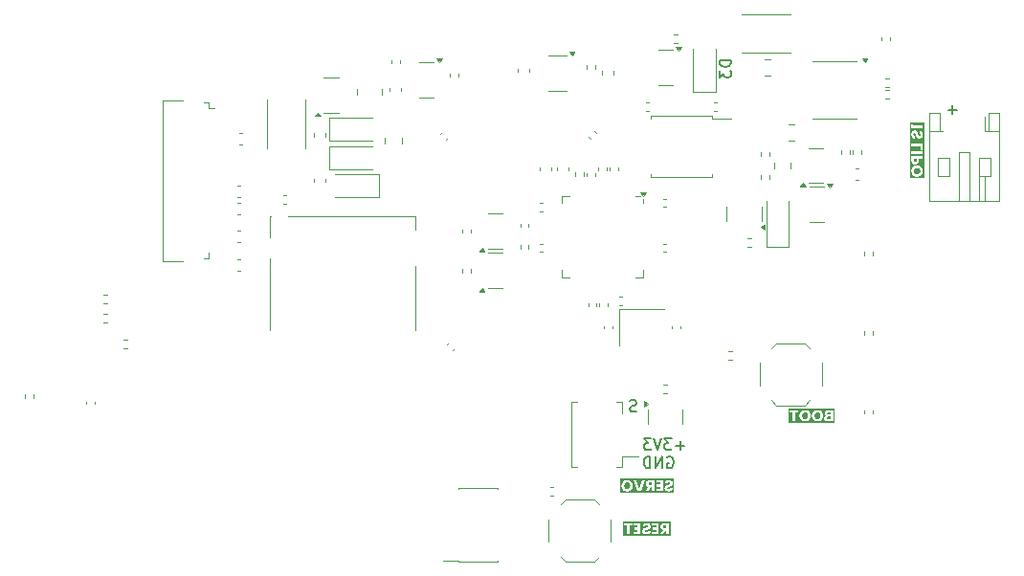
<source format=gbo>
G04 #@! TF.GenerationSoftware,KiCad,Pcbnew,8.0.6+1*
G04 #@! TF.CreationDate,2025-02-16T06:01:57+00:00*
G04 #@! TF.ProjectId,gshps,67736870-732e-46b6-9963-61645f706362,C*
G04 #@! TF.SameCoordinates,Original*
G04 #@! TF.FileFunction,Legend,Bot*
G04 #@! TF.FilePolarity,Positive*
%FSLAX46Y46*%
G04 Gerber Fmt 4.6, Leading zero omitted, Abs format (unit mm)*
G04 Created by KiCad (PCBNEW 8.0.6+1) date 2025-02-16 06:01:57*
%MOMM*%
%LPD*%
G01*
G04 APERTURE LIST*
%ADD10C,0.150000*%
%ADD11C,0.200000*%
%ADD12C,0.120000*%
%ADD13C,0.300000*%
%ADD14C,5.000000*%
%ADD15C,0.660000*%
%ADD16O,0.580000X1.000000*%
%ADD17C,1.100000*%
%ADD18R,3.200000X3.200000*%
%ADD19R,0.700000X1.750000*%
%ADD20R,1.450000X1.000000*%
%ADD21R,1.000000X1.550000*%
%ADD22R,0.800000X1.500000*%
%ADD23R,1.300000X1.500000*%
%ADD24R,1.500000X1.500000*%
%ADD25R,0.800000X1.400000*%
%ADD26R,0.800000X0.300000*%
%ADD27R,0.800000X0.400000*%
%ADD28R,1.700000X1.000000*%
%ADD29R,2.410000X3.100000*%
%ADD30R,2.400000X0.740000*%
%ADD31R,1.400000X1.200000*%
%ADD32O,1.200000X1.750000*%
G04 APERTURE END LIST*
D10*
X84010839Y-62422200D02*
X83867982Y-62469819D01*
X83867982Y-62469819D02*
X83629887Y-62469819D01*
X83629887Y-62469819D02*
X83534649Y-62422200D01*
X83534649Y-62422200D02*
X83487030Y-62374580D01*
X83487030Y-62374580D02*
X83439411Y-62279342D01*
X83439411Y-62279342D02*
X83439411Y-62184104D01*
X83439411Y-62184104D02*
X83487030Y-62088866D01*
X83487030Y-62088866D02*
X83534649Y-62041247D01*
X83534649Y-62041247D02*
X83629887Y-61993628D01*
X83629887Y-61993628D02*
X83820363Y-61946009D01*
X83820363Y-61946009D02*
X83915601Y-61898390D01*
X83915601Y-61898390D02*
X83963220Y-61850771D01*
X83963220Y-61850771D02*
X84010839Y-61755533D01*
X84010839Y-61755533D02*
X84010839Y-61660295D01*
X84010839Y-61660295D02*
X83963220Y-61565057D01*
X83963220Y-61565057D02*
X83915601Y-61517438D01*
X83915601Y-61517438D02*
X83820363Y-61469819D01*
X83820363Y-61469819D02*
X83582268Y-61469819D01*
X83582268Y-61469819D02*
X83439411Y-61517438D01*
X112363220Y-35788866D02*
X111601316Y-35788866D01*
X111982268Y-36169819D02*
X111982268Y-35407914D01*
X88263220Y-65488866D02*
X87501316Y-65488866D01*
X87882268Y-65869819D02*
X87882268Y-65107914D01*
X87120363Y-64869819D02*
X86501316Y-64869819D01*
X86501316Y-64869819D02*
X86834649Y-65250771D01*
X86834649Y-65250771D02*
X86691792Y-65250771D01*
X86691792Y-65250771D02*
X86596554Y-65298390D01*
X86596554Y-65298390D02*
X86548935Y-65346009D01*
X86548935Y-65346009D02*
X86501316Y-65441247D01*
X86501316Y-65441247D02*
X86501316Y-65679342D01*
X86501316Y-65679342D02*
X86548935Y-65774580D01*
X86548935Y-65774580D02*
X86596554Y-65822200D01*
X86596554Y-65822200D02*
X86691792Y-65869819D01*
X86691792Y-65869819D02*
X86977506Y-65869819D01*
X86977506Y-65869819D02*
X87072744Y-65822200D01*
X87072744Y-65822200D02*
X87120363Y-65774580D01*
X86215601Y-64869819D02*
X85882268Y-65869819D01*
X85882268Y-65869819D02*
X85548935Y-64869819D01*
X85310839Y-64869819D02*
X84691792Y-64869819D01*
X84691792Y-64869819D02*
X85025125Y-65250771D01*
X85025125Y-65250771D02*
X84882268Y-65250771D01*
X84882268Y-65250771D02*
X84787030Y-65298390D01*
X84787030Y-65298390D02*
X84739411Y-65346009D01*
X84739411Y-65346009D02*
X84691792Y-65441247D01*
X84691792Y-65441247D02*
X84691792Y-65679342D01*
X84691792Y-65679342D02*
X84739411Y-65774580D01*
X84739411Y-65774580D02*
X84787030Y-65822200D01*
X84787030Y-65822200D02*
X84882268Y-65869819D01*
X84882268Y-65869819D02*
X85167982Y-65869819D01*
X85167982Y-65869819D02*
X85263220Y-65822200D01*
X85263220Y-65822200D02*
X85310839Y-65774580D01*
D11*
G36*
X108887895Y-40929116D02*
G01*
X108937311Y-40939319D01*
X108987633Y-40959309D01*
X109031391Y-40988183D01*
X109041304Y-40996789D01*
X109075285Y-41035365D01*
X109099556Y-41080015D01*
X109114119Y-41130741D01*
X109118898Y-41180111D01*
X109118974Y-41187543D01*
X109115234Y-41237101D01*
X109101800Y-41288186D01*
X109078597Y-41333348D01*
X109045625Y-41372587D01*
X109040816Y-41377076D01*
X108998455Y-41408171D01*
X108949774Y-41430382D01*
X108901995Y-41442528D01*
X108849376Y-41447873D01*
X108833454Y-41448150D01*
X108779119Y-41444749D01*
X108729810Y-41434546D01*
X108679610Y-41414556D01*
X108635975Y-41385682D01*
X108626092Y-41377076D01*
X108592111Y-41338577D01*
X108567840Y-41294155D01*
X108553277Y-41243811D01*
X108548498Y-41194900D01*
X108548422Y-41187543D01*
X108552104Y-41137509D01*
X108565327Y-41086024D01*
X108588168Y-41040614D01*
X108620625Y-41001279D01*
X108625359Y-40996789D01*
X108667124Y-40965694D01*
X108715729Y-40943483D01*
X108763867Y-40931337D01*
X108817242Y-40925992D01*
X108833454Y-40925715D01*
X108887895Y-40929116D01*
G37*
G36*
X108782896Y-40228157D02*
G01*
X108777534Y-40277443D01*
X108756217Y-40322499D01*
X108750411Y-40329030D01*
X108708055Y-40355138D01*
X108658087Y-40362491D01*
X108607945Y-40355138D01*
X108565519Y-40329030D01*
X108539982Y-40284017D01*
X108532823Y-40232352D01*
X108532791Y-40228157D01*
X108532791Y-40099197D01*
X108782896Y-40099197D01*
X108782896Y-40228157D01*
G37*
G36*
X109448926Y-41802771D02*
G01*
X108187207Y-41802771D01*
X108187207Y-41188276D01*
X108329581Y-41188276D01*
X108331848Y-41239567D01*
X108338648Y-41289209D01*
X108349983Y-41337203D01*
X108365851Y-41383548D01*
X108386253Y-41428244D01*
X108394061Y-41442777D01*
X108420018Y-41484457D01*
X108454795Y-41528698D01*
X108494410Y-41568218D01*
X108538864Y-41603017D01*
X108573579Y-41624982D01*
X108617749Y-41647642D01*
X108663980Y-41665614D01*
X108712271Y-41678898D01*
X108762623Y-41687493D01*
X108815036Y-41691400D01*
X108832965Y-41691660D01*
X108886091Y-41689290D01*
X108937207Y-41682181D01*
X108986315Y-41670331D01*
X109033412Y-41653742D01*
X109078501Y-41632412D01*
X109093084Y-41624249D01*
X109134695Y-41597379D01*
X109178683Y-41561776D01*
X109217762Y-41521591D01*
X109251933Y-41476825D01*
X109273335Y-41442044D01*
X109295248Y-41398146D01*
X109315084Y-41344783D01*
X109327174Y-41297202D01*
X109334730Y-41247920D01*
X109337752Y-41196938D01*
X109337815Y-41188276D01*
X109335548Y-41137059D01*
X109328748Y-41087457D01*
X109317413Y-41039469D01*
X109301545Y-40993095D01*
X109281143Y-40948336D01*
X109273335Y-40933775D01*
X109247352Y-40892118D01*
X109212480Y-40847729D01*
X109172699Y-40807875D01*
X109128010Y-40772556D01*
X109093084Y-40750104D01*
X109048665Y-40727029D01*
X109002237Y-40708728D01*
X108953800Y-40695201D01*
X108903353Y-40686448D01*
X108850897Y-40682470D01*
X108832965Y-40682205D01*
X108779865Y-40684592D01*
X108728826Y-40691753D01*
X108679848Y-40703688D01*
X108632930Y-40720398D01*
X108588074Y-40741882D01*
X108573579Y-40750104D01*
X108532217Y-40777324D01*
X108488455Y-40813291D01*
X108449531Y-40853793D01*
X108415445Y-40898829D01*
X108394061Y-40933775D01*
X108372148Y-40977996D01*
X108354768Y-41023832D01*
X108341923Y-41071282D01*
X108333611Y-41120346D01*
X108329833Y-41171024D01*
X108329592Y-41187543D01*
X108329581Y-41188276D01*
X108187207Y-41188276D01*
X108187207Y-40228157D01*
X108345212Y-40228157D01*
X108345212Y-40244277D01*
X108347141Y-40294041D01*
X108354067Y-40346648D01*
X108366031Y-40394707D01*
X108385512Y-40443335D01*
X108410596Y-40485858D01*
X108444132Y-40525538D01*
X108483631Y-40557252D01*
X108496643Y-40565212D01*
X108542963Y-40586722D01*
X108593386Y-40600265D01*
X108642274Y-40605642D01*
X108659309Y-40606001D01*
X108710848Y-40602185D01*
X108759525Y-40590736D01*
X108805339Y-40571654D01*
X108814159Y-40566922D01*
X108855346Y-40538548D01*
X108891286Y-40501969D01*
X108921978Y-40457184D01*
X108927487Y-40447243D01*
X108948267Y-40398696D01*
X108961029Y-40350386D01*
X108968417Y-40297221D01*
X108970474Y-40246720D01*
X108970474Y-40099197D01*
X109330000Y-40099197D01*
X109330000Y-39855687D01*
X108345212Y-39855687D01*
X108345212Y-40228157D01*
X108187207Y-40228157D01*
X108187207Y-39686915D01*
X108345212Y-39686915D01*
X109330000Y-39686915D01*
X109330000Y-39443405D01*
X108345212Y-39443405D01*
X108345212Y-39686915D01*
X108187207Y-39686915D01*
X108187207Y-39019644D01*
X108337397Y-39019644D01*
X109142421Y-39019644D01*
X109142421Y-39331053D01*
X109330000Y-39331053D01*
X109330000Y-38776133D01*
X108337397Y-38776133D01*
X108337397Y-39019644D01*
X108187207Y-39019644D01*
X108187207Y-37946441D01*
X108329581Y-37946441D01*
X108331459Y-37995653D01*
X108338672Y-38050630D01*
X108351294Y-38101160D01*
X108369326Y-38147242D01*
X108397201Y-38195382D01*
X108406517Y-38208025D01*
X108443075Y-38246663D01*
X108485431Y-38275812D01*
X108533583Y-38295470D01*
X108587532Y-38305638D01*
X108620963Y-38307187D01*
X108620963Y-38057083D01*
X108573126Y-38046572D01*
X108545003Y-38023866D01*
X108522489Y-37980391D01*
X108517159Y-37938136D01*
X108526223Y-37888944D01*
X108540362Y-37865840D01*
X108584316Y-37840424D01*
X108607285Y-37838241D01*
X108654692Y-37852383D01*
X108682267Y-37882937D01*
X108704624Y-37927517D01*
X108722808Y-37973055D01*
X108739909Y-38022400D01*
X108757969Y-38073023D01*
X108777537Y-38122654D01*
X108798456Y-38169203D01*
X108802191Y-38176762D01*
X108828134Y-38219008D01*
X108861633Y-38256721D01*
X108888164Y-38279344D01*
X108930681Y-38304096D01*
X108980991Y-38318573D01*
X109033489Y-38322819D01*
X109084804Y-38318669D01*
X109133113Y-38306218D01*
X109178417Y-38285467D01*
X109187117Y-38280321D01*
X109227551Y-38250014D01*
X109262451Y-38212219D01*
X109291817Y-38166934D01*
X109297027Y-38156978D01*
X109316744Y-38109322D01*
X109330008Y-38057029D01*
X109336381Y-38006654D01*
X109337815Y-37966468D01*
X109335648Y-37914353D01*
X109329145Y-37864986D01*
X109316647Y-37812731D01*
X109303133Y-37774494D01*
X109280996Y-37729506D01*
X109250237Y-37685819D01*
X109212990Y-37648763D01*
X109200551Y-37638939D01*
X109155242Y-37612148D01*
X109104495Y-37595280D01*
X109054173Y-37588583D01*
X109036420Y-37588136D01*
X109036420Y-37836775D01*
X109085329Y-37849415D01*
X109121172Y-37875610D01*
X109144674Y-37919041D01*
X109150237Y-37961584D01*
X109144070Y-38010310D01*
X109125568Y-38047557D01*
X109085091Y-38075557D01*
X109057424Y-38079309D01*
X109009385Y-38065433D01*
X108996608Y-38054640D01*
X108966616Y-38013375D01*
X108957285Y-37994068D01*
X108939505Y-37947494D01*
X108924326Y-37900158D01*
X108921870Y-37891974D01*
X108905246Y-37841019D01*
X108886775Y-37790882D01*
X108866457Y-37743611D01*
X108862763Y-37735903D01*
X108836499Y-37692993D01*
X108802404Y-37654754D01*
X108775324Y-37631856D01*
X108731343Y-37606965D01*
X108684097Y-37593302D01*
X108629934Y-37588179D01*
X108624138Y-37588136D01*
X108574492Y-37591622D01*
X108521891Y-37604502D01*
X108475016Y-37626872D01*
X108433868Y-37658732D01*
X108407983Y-37687299D01*
X108377434Y-37733676D01*
X108354388Y-37785827D01*
X108340606Y-37835123D01*
X108332337Y-37888661D01*
X108329581Y-37946441D01*
X108187207Y-37946441D01*
X108187207Y-37415457D01*
X108298318Y-37415457D01*
X109330000Y-37415457D01*
X109330000Y-37171946D01*
X108517159Y-37171946D01*
X108517159Y-37031263D01*
X108298318Y-37031263D01*
X108298318Y-37415457D01*
X108187207Y-37415457D01*
X108187207Y-36920152D01*
X109448926Y-36920152D01*
X109448926Y-41802771D01*
G37*
D10*
X86739411Y-66517438D02*
X86834649Y-66469819D01*
X86834649Y-66469819D02*
X86977506Y-66469819D01*
X86977506Y-66469819D02*
X87120363Y-66517438D01*
X87120363Y-66517438D02*
X87215601Y-66612676D01*
X87215601Y-66612676D02*
X87263220Y-66707914D01*
X87263220Y-66707914D02*
X87310839Y-66898390D01*
X87310839Y-66898390D02*
X87310839Y-67041247D01*
X87310839Y-67041247D02*
X87263220Y-67231723D01*
X87263220Y-67231723D02*
X87215601Y-67326961D01*
X87215601Y-67326961D02*
X87120363Y-67422200D01*
X87120363Y-67422200D02*
X86977506Y-67469819D01*
X86977506Y-67469819D02*
X86882268Y-67469819D01*
X86882268Y-67469819D02*
X86739411Y-67422200D01*
X86739411Y-67422200D02*
X86691792Y-67374580D01*
X86691792Y-67374580D02*
X86691792Y-67041247D01*
X86691792Y-67041247D02*
X86882268Y-67041247D01*
X86263220Y-67469819D02*
X86263220Y-66469819D01*
X86263220Y-66469819D02*
X85691792Y-67469819D01*
X85691792Y-67469819D02*
X85691792Y-66469819D01*
X85215601Y-67469819D02*
X85215601Y-66469819D01*
X85215601Y-66469819D02*
X84977506Y-66469819D01*
X84977506Y-66469819D02*
X84834649Y-66517438D01*
X84834649Y-66517438D02*
X84739411Y-66612676D01*
X84739411Y-66612676D02*
X84691792Y-66707914D01*
X84691792Y-66707914D02*
X84644173Y-66898390D01*
X84644173Y-66898390D02*
X84644173Y-67041247D01*
X84644173Y-67041247D02*
X84691792Y-67231723D01*
X84691792Y-67231723D02*
X84739411Y-67326961D01*
X84739411Y-67326961D02*
X84834649Y-67422200D01*
X84834649Y-67422200D02*
X84977506Y-67469819D01*
X84977506Y-67469819D02*
X85215601Y-67469819D01*
D11*
G36*
X83245532Y-68752104D02*
G01*
X83297018Y-68765327D01*
X83342428Y-68788168D01*
X83381762Y-68820625D01*
X83386252Y-68825359D01*
X83417347Y-68867124D01*
X83439558Y-68915729D01*
X83451705Y-68963867D01*
X83457049Y-69017242D01*
X83457327Y-69033454D01*
X83453926Y-69087895D01*
X83443723Y-69137311D01*
X83423733Y-69187633D01*
X83394859Y-69231391D01*
X83386252Y-69241304D01*
X83347677Y-69275285D01*
X83303026Y-69299556D01*
X83252300Y-69314119D01*
X83202931Y-69318898D01*
X83195498Y-69318974D01*
X83145941Y-69315234D01*
X83094856Y-69301800D01*
X83049694Y-69278597D01*
X83010454Y-69245625D01*
X83005966Y-69240816D01*
X82974871Y-69198455D01*
X82952660Y-69149774D01*
X82940513Y-69101995D01*
X82935169Y-69049376D01*
X82934891Y-69033454D01*
X82938292Y-68979119D01*
X82948495Y-68929810D01*
X82968485Y-68879610D01*
X82997359Y-68835975D01*
X83005966Y-68826092D01*
X83044465Y-68792111D01*
X83088886Y-68767840D01*
X83139231Y-68753277D01*
X83188141Y-68748498D01*
X83195498Y-68748422D01*
X83245532Y-68752104D01*
G37*
G36*
X85344836Y-68982896D02*
G01*
X85197069Y-68982896D01*
X85145891Y-68977005D01*
X85100716Y-68954014D01*
X85098639Y-68952121D01*
X85072175Y-68909033D01*
X85065910Y-68864193D01*
X85075147Y-68813512D01*
X85098639Y-68779441D01*
X85142719Y-68755238D01*
X85192994Y-68748453D01*
X85197069Y-68748422D01*
X85344836Y-68748422D01*
X85344836Y-68982896D01*
G37*
G36*
X87348584Y-69648926D02*
G01*
X82580270Y-69648926D01*
X82580270Y-69032965D01*
X82691381Y-69032965D01*
X82691403Y-69033454D01*
X82693751Y-69086091D01*
X82700861Y-69137207D01*
X82712710Y-69186315D01*
X82729300Y-69233412D01*
X82750629Y-69278501D01*
X82758792Y-69293084D01*
X82785663Y-69334695D01*
X82821266Y-69378683D01*
X82861451Y-69417762D01*
X82906217Y-69451933D01*
X82940997Y-69473335D01*
X82984895Y-69495248D01*
X83038258Y-69515084D01*
X83085840Y-69527174D01*
X83135122Y-69534730D01*
X83186103Y-69537752D01*
X83194766Y-69537815D01*
X83245982Y-69535548D01*
X83295585Y-69528748D01*
X83343573Y-69517413D01*
X83389946Y-69501545D01*
X83434706Y-69481143D01*
X83449267Y-69473335D01*
X83490924Y-69447352D01*
X83535312Y-69412480D01*
X83575166Y-69372699D01*
X83610486Y-69328010D01*
X83632937Y-69293084D01*
X83656013Y-69248665D01*
X83674314Y-69202237D01*
X83687841Y-69153800D01*
X83696593Y-69103353D01*
X83700572Y-69050897D01*
X83700837Y-69032965D01*
X83698450Y-68979865D01*
X83691289Y-68928826D01*
X83679353Y-68879848D01*
X83662643Y-68832930D01*
X83641160Y-68788074D01*
X83632937Y-68773579D01*
X83605718Y-68732217D01*
X83569751Y-68688455D01*
X83529249Y-68649531D01*
X83484212Y-68615445D01*
X83449267Y-68594061D01*
X83405045Y-68572148D01*
X83359210Y-68554768D01*
X83311760Y-68541923D01*
X83285044Y-68537397D01*
X83760188Y-68537397D01*
X84108722Y-69530000D01*
X84408408Y-69530000D01*
X84813852Y-69530000D01*
X85083984Y-69530000D01*
X85287683Y-69154842D01*
X85344836Y-69154842D01*
X85344836Y-69530000D01*
X85588346Y-69530000D01*
X85588346Y-68732791D01*
X85743684Y-68732791D01*
X86101988Y-68732791D01*
X86101988Y-68936001D01*
X85782763Y-68936001D01*
X85782763Y-69123579D01*
X86101988Y-69123579D01*
X86101988Y-69342421D01*
X85743684Y-69342421D01*
X85743684Y-69530000D01*
X86345498Y-69530000D01*
X86345498Y-69233489D01*
X86502791Y-69233489D01*
X86506941Y-69284804D01*
X86519392Y-69333113D01*
X86540143Y-69378417D01*
X86545289Y-69387117D01*
X86575595Y-69427551D01*
X86613391Y-69462451D01*
X86658676Y-69491817D01*
X86668632Y-69497027D01*
X86716288Y-69516744D01*
X86768580Y-69530008D01*
X86818956Y-69536381D01*
X86859141Y-69537815D01*
X86911256Y-69535648D01*
X86960624Y-69529145D01*
X87012878Y-69516647D01*
X87051116Y-69503133D01*
X87096104Y-69480996D01*
X87139791Y-69450237D01*
X87176847Y-69412990D01*
X87186671Y-69400551D01*
X87213461Y-69355242D01*
X87230329Y-69304495D01*
X87237027Y-69254173D01*
X87237473Y-69236420D01*
X86988834Y-69236420D01*
X86976195Y-69285329D01*
X86950000Y-69321172D01*
X86906568Y-69344674D01*
X86864026Y-69350237D01*
X86815300Y-69344070D01*
X86778053Y-69325568D01*
X86750053Y-69285091D01*
X86746301Y-69257424D01*
X86760177Y-69209385D01*
X86770969Y-69196608D01*
X86812235Y-69166616D01*
X86831542Y-69157285D01*
X86878115Y-69139505D01*
X86925451Y-69124326D01*
X86933635Y-69121870D01*
X86984591Y-69105246D01*
X87034727Y-69086775D01*
X87081998Y-69066457D01*
X87089706Y-69062763D01*
X87132617Y-69036499D01*
X87170856Y-69002404D01*
X87193754Y-68975324D01*
X87218645Y-68931343D01*
X87232307Y-68884097D01*
X87237431Y-68829934D01*
X87237473Y-68824138D01*
X87233987Y-68774492D01*
X87221108Y-68721891D01*
X87198738Y-68675016D01*
X87166878Y-68633868D01*
X87138311Y-68607983D01*
X87091933Y-68577434D01*
X87039783Y-68554388D01*
X86990487Y-68540606D01*
X86936949Y-68532337D01*
X86879169Y-68529581D01*
X86829957Y-68531459D01*
X86774979Y-68538672D01*
X86724450Y-68551294D01*
X86678368Y-68569326D01*
X86630227Y-68597201D01*
X86617585Y-68606517D01*
X86578946Y-68643075D01*
X86549798Y-68685431D01*
X86530140Y-68733583D01*
X86519972Y-68787532D01*
X86518422Y-68820963D01*
X86768527Y-68820963D01*
X86779037Y-68773126D01*
X86801744Y-68745003D01*
X86845218Y-68722489D01*
X86887473Y-68717159D01*
X86936665Y-68726223D01*
X86959769Y-68740362D01*
X86985185Y-68784316D01*
X86987369Y-68807285D01*
X86973226Y-68854692D01*
X86942672Y-68882267D01*
X86898093Y-68904624D01*
X86852555Y-68922808D01*
X86803210Y-68939909D01*
X86752587Y-68957969D01*
X86702956Y-68977537D01*
X86656406Y-68998456D01*
X86648848Y-69002191D01*
X86606602Y-69028134D01*
X86568889Y-69061633D01*
X86546266Y-69088164D01*
X86521514Y-69130681D01*
X86507036Y-69180991D01*
X86502791Y-69233489D01*
X86345498Y-69233489D01*
X86345498Y-68545212D01*
X85743684Y-68545212D01*
X85743684Y-68732791D01*
X85588346Y-68732791D01*
X85588346Y-68539839D01*
X85185101Y-68539839D01*
X85135671Y-68541791D01*
X85083216Y-68548801D01*
X85035066Y-68560910D01*
X84986043Y-68580628D01*
X84943047Y-68605967D01*
X84903024Y-68639741D01*
X84871158Y-68679430D01*
X84863189Y-68692491D01*
X84841679Y-68738382D01*
X84828136Y-68787517D01*
X84822559Y-68839895D01*
X84822400Y-68850760D01*
X84823497Y-68864193D01*
X84826786Y-68904465D01*
X84839943Y-68954848D01*
X84861871Y-69001907D01*
X84877843Y-69026615D01*
X84913046Y-69066494D01*
X84956557Y-69099301D01*
X85002208Y-69122527D01*
X85040753Y-69136280D01*
X84813852Y-69530000D01*
X84408408Y-69530000D01*
X84756943Y-68537397D01*
X84502198Y-68537397D01*
X84258688Y-69286734D01*
X84013712Y-68537397D01*
X83760188Y-68537397D01*
X83285044Y-68537397D01*
X83262696Y-68533611D01*
X83212017Y-68529833D01*
X83194766Y-68529581D01*
X83143475Y-68531848D01*
X83093832Y-68538648D01*
X83045839Y-68549983D01*
X82999494Y-68565851D01*
X82954797Y-68586253D01*
X82940265Y-68594061D01*
X82898585Y-68620018D01*
X82854343Y-68654795D01*
X82814823Y-68694410D01*
X82780025Y-68738864D01*
X82758060Y-68773579D01*
X82735399Y-68817749D01*
X82717427Y-68863980D01*
X82704144Y-68912271D01*
X82695549Y-68962623D01*
X82691642Y-69015036D01*
X82691381Y-69032965D01*
X82580270Y-69032965D01*
X82580270Y-68418470D01*
X87348584Y-68418470D01*
X87348584Y-69648926D01*
G37*
G36*
X86662700Y-72782896D02*
G01*
X86514933Y-72782896D01*
X86463756Y-72777005D01*
X86418581Y-72754014D01*
X86416503Y-72752121D01*
X86390039Y-72709033D01*
X86383775Y-72664193D01*
X86393012Y-72613512D01*
X86416503Y-72579441D01*
X86460583Y-72555238D01*
X86510859Y-72548453D01*
X86514933Y-72548422D01*
X86662700Y-72548422D01*
X86662700Y-72782896D01*
G37*
G36*
X87017321Y-73448926D02*
G01*
X82804171Y-73448926D01*
X82804171Y-72532791D01*
X82915282Y-72532791D01*
X83181018Y-72532791D01*
X83181018Y-73330000D01*
X83424528Y-73330000D01*
X83424528Y-72532791D01*
X83681228Y-72532791D01*
X83774040Y-72532791D01*
X84132344Y-72532791D01*
X84132344Y-72736001D01*
X83813119Y-72736001D01*
X83813119Y-72923579D01*
X84132344Y-72923579D01*
X84132344Y-73142421D01*
X83774040Y-73142421D01*
X83774040Y-73330000D01*
X84375854Y-73330000D01*
X84375854Y-73033489D01*
X84533147Y-73033489D01*
X84537297Y-73084804D01*
X84549748Y-73133113D01*
X84570499Y-73178417D01*
X84575645Y-73187117D01*
X84605951Y-73227551D01*
X84643747Y-73262451D01*
X84689032Y-73291817D01*
X84698988Y-73297027D01*
X84746644Y-73316744D01*
X84798936Y-73330008D01*
X84849311Y-73336381D01*
X84889497Y-73337815D01*
X84941612Y-73335648D01*
X84990980Y-73329145D01*
X85043234Y-73316647D01*
X85081472Y-73303133D01*
X85126460Y-73280996D01*
X85170147Y-73250237D01*
X85207203Y-73212990D01*
X85217027Y-73200551D01*
X85243817Y-73155242D01*
X85260685Y-73104495D01*
X85267383Y-73054173D01*
X85267829Y-73036420D01*
X85019190Y-73036420D01*
X85006550Y-73085329D01*
X84980355Y-73121172D01*
X84936924Y-73144674D01*
X84894382Y-73150237D01*
X84845655Y-73144070D01*
X84808408Y-73125568D01*
X84780409Y-73085091D01*
X84776657Y-73057424D01*
X84790533Y-73009385D01*
X84801325Y-72996608D01*
X84842591Y-72966616D01*
X84861898Y-72957285D01*
X84908471Y-72939505D01*
X84955807Y-72924326D01*
X84963991Y-72921870D01*
X85014947Y-72905246D01*
X85065083Y-72886775D01*
X85112354Y-72866457D01*
X85120062Y-72862763D01*
X85162973Y-72836499D01*
X85201212Y-72802404D01*
X85224110Y-72775324D01*
X85249001Y-72731343D01*
X85262663Y-72684097D01*
X85267787Y-72629934D01*
X85267829Y-72624138D01*
X85264343Y-72574492D01*
X85254133Y-72532791D01*
X85391905Y-72532791D01*
X85750209Y-72532791D01*
X85750209Y-72736001D01*
X85430983Y-72736001D01*
X85430983Y-72923579D01*
X85750209Y-72923579D01*
X85750209Y-73142421D01*
X85391905Y-73142421D01*
X85391905Y-73330000D01*
X85993719Y-73330000D01*
X86131716Y-73330000D01*
X86401849Y-73330000D01*
X86605547Y-72954842D01*
X86662700Y-72954842D01*
X86662700Y-73330000D01*
X86906210Y-73330000D01*
X86906210Y-72339839D01*
X86502965Y-72339839D01*
X86453536Y-72341791D01*
X86401081Y-72348801D01*
X86352931Y-72360910D01*
X86303907Y-72380628D01*
X86260912Y-72405967D01*
X86220888Y-72439741D01*
X86189022Y-72479430D01*
X86181053Y-72492491D01*
X86159544Y-72538382D01*
X86146001Y-72587517D01*
X86140424Y-72639895D01*
X86140265Y-72650760D01*
X86141362Y-72664193D01*
X86144650Y-72704465D01*
X86157807Y-72754848D01*
X86179735Y-72801907D01*
X86195708Y-72826615D01*
X86230911Y-72866494D01*
X86274422Y-72899301D01*
X86320072Y-72922527D01*
X86358618Y-72936280D01*
X86131716Y-73330000D01*
X85993719Y-73330000D01*
X85993719Y-72345212D01*
X85391905Y-72345212D01*
X85391905Y-72532791D01*
X85254133Y-72532791D01*
X85251464Y-72521891D01*
X85229094Y-72475016D01*
X85197234Y-72433868D01*
X85168667Y-72407983D01*
X85122289Y-72377434D01*
X85070138Y-72354388D01*
X85020842Y-72340606D01*
X84967305Y-72332337D01*
X84909525Y-72329581D01*
X84860313Y-72331459D01*
X84805335Y-72338672D01*
X84754805Y-72351294D01*
X84708724Y-72369326D01*
X84660583Y-72397201D01*
X84647941Y-72406517D01*
X84609302Y-72443075D01*
X84580154Y-72485431D01*
X84560496Y-72533583D01*
X84550328Y-72587532D01*
X84548778Y-72620963D01*
X84798883Y-72620963D01*
X84809393Y-72573126D01*
X84832100Y-72545003D01*
X84875574Y-72522489D01*
X84917829Y-72517159D01*
X84967021Y-72526223D01*
X84990125Y-72540362D01*
X85015541Y-72584316D01*
X85017725Y-72607285D01*
X85003582Y-72654692D01*
X84973028Y-72682267D01*
X84928449Y-72704624D01*
X84882911Y-72722808D01*
X84833565Y-72739909D01*
X84782943Y-72757969D01*
X84733312Y-72777537D01*
X84686762Y-72798456D01*
X84679204Y-72802191D01*
X84636958Y-72828134D01*
X84599245Y-72861633D01*
X84576622Y-72888164D01*
X84551870Y-72930681D01*
X84537392Y-72980991D01*
X84533147Y-73033489D01*
X84375854Y-73033489D01*
X84375854Y-72345212D01*
X83774040Y-72345212D01*
X83774040Y-72532791D01*
X83681228Y-72532791D01*
X83681228Y-72345212D01*
X82915282Y-72345212D01*
X82915282Y-72532791D01*
X82804171Y-72532791D01*
X82804171Y-72218470D01*
X87017321Y-72218470D01*
X87017321Y-73448926D01*
G37*
G36*
X98975469Y-62552104D02*
G01*
X99026955Y-62565327D01*
X99072365Y-62588168D01*
X99111700Y-62620625D01*
X99116189Y-62625359D01*
X99147284Y-62667124D01*
X99169495Y-62715729D01*
X99181642Y-62763867D01*
X99186986Y-62817242D01*
X99187264Y-62833454D01*
X99183863Y-62887895D01*
X99173660Y-62937311D01*
X99153670Y-62987633D01*
X99124796Y-63031391D01*
X99116189Y-63041304D01*
X99077614Y-63075285D01*
X99032964Y-63099556D01*
X98982237Y-63114119D01*
X98932868Y-63118898D01*
X98925436Y-63118974D01*
X98875878Y-63115234D01*
X98824793Y-63101800D01*
X98779631Y-63078597D01*
X98740392Y-63045625D01*
X98735903Y-63040816D01*
X98704808Y-62998455D01*
X98682597Y-62949774D01*
X98670451Y-62901995D01*
X98665106Y-62849376D01*
X98664829Y-62833454D01*
X98668230Y-62779119D01*
X98678433Y-62729810D01*
X98698422Y-62679610D01*
X98727297Y-62635975D01*
X98735903Y-62626092D01*
X98774402Y-62592111D01*
X98818824Y-62567840D01*
X98869168Y-62553277D01*
X98918078Y-62548498D01*
X98925436Y-62548422D01*
X98975469Y-62552104D01*
G37*
G36*
X100075539Y-62552104D02*
G01*
X100127025Y-62565327D01*
X100172435Y-62588168D01*
X100211769Y-62620625D01*
X100216259Y-62625359D01*
X100247354Y-62667124D01*
X100269565Y-62715729D01*
X100281712Y-62763867D01*
X100287056Y-62817242D01*
X100287334Y-62833454D01*
X100283933Y-62887895D01*
X100273730Y-62937311D01*
X100253740Y-62987633D01*
X100224866Y-63031391D01*
X100216259Y-63041304D01*
X100177684Y-63075285D01*
X100133033Y-63099556D01*
X100082307Y-63114119D01*
X100032938Y-63118898D01*
X100025505Y-63118974D01*
X99975948Y-63115234D01*
X99924863Y-63101800D01*
X99879701Y-63078597D01*
X99840461Y-63045625D01*
X99835973Y-63040816D01*
X99804878Y-62998455D01*
X99782667Y-62949774D01*
X99770520Y-62901995D01*
X99765176Y-62849376D01*
X99764898Y-62833454D01*
X99768299Y-62779119D01*
X99778502Y-62729810D01*
X99798492Y-62679610D01*
X99827366Y-62635975D01*
X99835973Y-62626092D01*
X99874472Y-62592111D01*
X99918893Y-62567840D01*
X99969238Y-62553277D01*
X100018148Y-62548498D01*
X100025505Y-62548422D01*
X100075539Y-62552104D01*
G37*
G36*
X101162700Y-63142421D02*
G01*
X100990997Y-63142421D01*
X100941892Y-63135927D01*
X100900383Y-63112868D01*
X100874314Y-63071351D01*
X100868143Y-63027627D01*
X100876509Y-62977557D01*
X100901605Y-62939699D01*
X100944257Y-62914925D01*
X100993684Y-62907948D01*
X101162700Y-62907948D01*
X101162700Y-63142421D01*
G37*
G36*
X101162700Y-62736001D02*
G01*
X101009316Y-62736001D01*
X100958574Y-62729651D01*
X100921144Y-62710600D01*
X100894697Y-62669097D01*
X100890369Y-62635129D01*
X100900107Y-62586691D01*
X100921144Y-62559169D01*
X100967074Y-62537144D01*
X101009316Y-62532791D01*
X101162700Y-62532791D01*
X101162700Y-62736001D01*
G37*
G36*
X101517321Y-63448926D02*
G01*
X97469279Y-63448926D01*
X97469279Y-62532791D01*
X97580390Y-62532791D01*
X97846127Y-62532791D01*
X97846127Y-63330000D01*
X98089637Y-63330000D01*
X98089637Y-62832965D01*
X98421318Y-62832965D01*
X98421340Y-62833454D01*
X98423688Y-62886091D01*
X98430798Y-62937207D01*
X98442648Y-62986315D01*
X98459237Y-63033412D01*
X98480566Y-63078501D01*
X98488729Y-63093084D01*
X98515600Y-63134695D01*
X98551203Y-63178683D01*
X98591388Y-63217762D01*
X98636154Y-63251933D01*
X98670935Y-63273335D01*
X98714832Y-63295248D01*
X98768195Y-63315084D01*
X98815777Y-63327174D01*
X98865059Y-63334730D01*
X98916041Y-63337752D01*
X98924703Y-63337815D01*
X98975919Y-63335548D01*
X99025522Y-63328748D01*
X99073510Y-63317413D01*
X99119883Y-63301545D01*
X99164643Y-63281143D01*
X99179204Y-63273335D01*
X99220861Y-63247352D01*
X99265249Y-63212480D01*
X99305104Y-63172699D01*
X99340423Y-63128010D01*
X99362875Y-63093084D01*
X99385950Y-63048665D01*
X99404251Y-63002237D01*
X99417778Y-62953800D01*
X99426530Y-62903353D01*
X99430509Y-62850897D01*
X99430774Y-62832965D01*
X99521388Y-62832965D01*
X99521410Y-62833454D01*
X99523758Y-62886091D01*
X99530868Y-62937207D01*
X99542717Y-62986315D01*
X99559307Y-63033412D01*
X99580636Y-63078501D01*
X99588799Y-63093084D01*
X99615670Y-63134695D01*
X99651273Y-63178683D01*
X99691458Y-63217762D01*
X99736224Y-63251933D01*
X99771004Y-63273335D01*
X99814902Y-63295248D01*
X99868265Y-63315084D01*
X99915847Y-63327174D01*
X99965129Y-63334730D01*
X100016110Y-63337752D01*
X100024773Y-63337815D01*
X100075989Y-63335548D01*
X100125592Y-63328748D01*
X100173580Y-63317413D01*
X100219953Y-63301545D01*
X100264713Y-63281143D01*
X100279274Y-63273335D01*
X100320931Y-63247352D01*
X100365319Y-63212480D01*
X100405173Y-63172699D01*
X100440493Y-63128010D01*
X100462944Y-63093084D01*
X100481596Y-63057180D01*
X100624633Y-63057180D01*
X100628747Y-63109710D01*
X100641089Y-63157238D01*
X100665269Y-63205430D01*
X100700196Y-63247089D01*
X100710607Y-63256482D01*
X100751351Y-63285128D01*
X100798569Y-63306738D01*
X100852263Y-63321312D01*
X100903439Y-63328205D01*
X100949720Y-63330000D01*
X101406210Y-63330000D01*
X101406210Y-62345212D01*
X100965108Y-62345212D01*
X100911421Y-62347591D01*
X100862285Y-62354726D01*
X100810712Y-62369063D01*
X100765333Y-62389875D01*
X100731367Y-62412868D01*
X100694395Y-62449580D01*
X100667986Y-62492308D01*
X100652141Y-62541049D01*
X100646859Y-62595806D01*
X100650353Y-62635129D01*
X100651343Y-62646266D01*
X100666634Y-62695272D01*
X100692777Y-62737466D01*
X100727785Y-62772076D01*
X100770008Y-62798662D01*
X100814654Y-62815868D01*
X100764236Y-62832288D01*
X100720449Y-62858344D01*
X100683292Y-62894036D01*
X100676657Y-62902330D01*
X100649222Y-62946628D01*
X100631949Y-62994646D01*
X100627415Y-63027627D01*
X100624836Y-63046386D01*
X100624633Y-63057180D01*
X100481596Y-63057180D01*
X100486020Y-63048665D01*
X100504321Y-63002237D01*
X100517847Y-62953800D01*
X100526600Y-62903353D01*
X100530579Y-62850897D01*
X100530844Y-62832965D01*
X100528457Y-62779865D01*
X100521296Y-62728826D01*
X100509360Y-62679848D01*
X100492650Y-62632930D01*
X100471167Y-62588074D01*
X100462944Y-62573579D01*
X100435725Y-62532217D01*
X100399758Y-62488455D01*
X100359256Y-62449531D01*
X100314219Y-62415445D01*
X100279274Y-62394061D01*
X100235052Y-62372148D01*
X100189217Y-62354768D01*
X100141767Y-62341923D01*
X100092703Y-62333611D01*
X100042024Y-62329833D01*
X100024773Y-62329581D01*
X99973482Y-62331848D01*
X99923839Y-62338648D01*
X99875846Y-62349983D01*
X99829501Y-62365851D01*
X99784804Y-62386253D01*
X99770272Y-62394061D01*
X99728592Y-62420018D01*
X99684350Y-62454795D01*
X99644830Y-62494410D01*
X99610032Y-62538864D01*
X99588066Y-62573579D01*
X99565406Y-62617749D01*
X99547434Y-62663980D01*
X99534151Y-62712271D01*
X99525556Y-62762623D01*
X99521649Y-62815036D01*
X99521388Y-62832965D01*
X99430774Y-62832965D01*
X99428387Y-62779865D01*
X99421226Y-62728826D01*
X99409290Y-62679848D01*
X99392581Y-62632930D01*
X99371097Y-62588074D01*
X99362875Y-62573579D01*
X99335655Y-62532217D01*
X99299688Y-62488455D01*
X99259186Y-62449531D01*
X99214149Y-62415445D01*
X99179204Y-62394061D01*
X99134983Y-62372148D01*
X99089147Y-62354768D01*
X99041697Y-62341923D01*
X98992633Y-62333611D01*
X98941954Y-62329833D01*
X98924703Y-62329581D01*
X98873412Y-62331848D01*
X98823770Y-62338648D01*
X98775776Y-62349983D01*
X98729431Y-62365851D01*
X98684734Y-62386253D01*
X98670202Y-62394061D01*
X98628522Y-62420018D01*
X98584280Y-62454795D01*
X98544760Y-62494410D01*
X98509962Y-62538864D01*
X98487997Y-62573579D01*
X98465337Y-62617749D01*
X98447365Y-62663980D01*
X98434081Y-62712271D01*
X98425486Y-62762623D01*
X98421579Y-62815036D01*
X98421318Y-62832965D01*
X98089637Y-62832965D01*
X98089637Y-62532791D01*
X98346336Y-62532791D01*
X98346336Y-62345212D01*
X97580390Y-62345212D01*
X97580390Y-62532791D01*
X97469279Y-62532791D01*
X97469279Y-62218470D01*
X101517321Y-62218470D01*
X101517321Y-63448926D01*
G37*
D10*
X92359819Y-31388905D02*
X91359819Y-31388905D01*
X91359819Y-31388905D02*
X91359819Y-31627000D01*
X91359819Y-31627000D02*
X91407438Y-31769857D01*
X91407438Y-31769857D02*
X91502676Y-31865095D01*
X91502676Y-31865095D02*
X91597914Y-31912714D01*
X91597914Y-31912714D02*
X91788390Y-31960333D01*
X91788390Y-31960333D02*
X91931247Y-31960333D01*
X91931247Y-31960333D02*
X92121723Y-31912714D01*
X92121723Y-31912714D02*
X92216961Y-31865095D01*
X92216961Y-31865095D02*
X92312200Y-31769857D01*
X92312200Y-31769857D02*
X92359819Y-31627000D01*
X92359819Y-31627000D02*
X92359819Y-31388905D01*
X91359819Y-32293667D02*
X91359819Y-32912714D01*
X91359819Y-32912714D02*
X91740771Y-32579381D01*
X91740771Y-32579381D02*
X91740771Y-32722238D01*
X91740771Y-32722238D02*
X91788390Y-32817476D01*
X91788390Y-32817476D02*
X91836009Y-32865095D01*
X91836009Y-32865095D02*
X91931247Y-32912714D01*
X91931247Y-32912714D02*
X92169342Y-32912714D01*
X92169342Y-32912714D02*
X92264580Y-32865095D01*
X92264580Y-32865095D02*
X92312200Y-32817476D01*
X92312200Y-32817476D02*
X92359819Y-32722238D01*
X92359819Y-32722238D02*
X92359819Y-32436524D01*
X92359819Y-32436524D02*
X92312200Y-32341286D01*
X92312200Y-32341286D02*
X92264580Y-32293667D01*
D12*
X77390000Y-43390000D02*
X78040000Y-43390000D01*
X77390000Y-44040000D02*
X77390000Y-43390000D01*
X77390000Y-49960000D02*
X77390000Y-50610000D01*
X77390000Y-50610000D02*
X78040000Y-50610000D01*
X84310000Y-43390000D02*
X83960000Y-43390000D01*
X84610000Y-43630000D02*
X84610000Y-44040000D01*
X84610000Y-49960000D02*
X84610000Y-50610000D01*
X84610000Y-50610000D02*
X83960000Y-50610000D01*
X84610000Y-43390000D02*
X84370000Y-43060000D01*
X84850000Y-43060000D01*
X84610000Y-43390000D01*
G36*
X84610000Y-43390000D02*
G01*
X84370000Y-43060000D01*
X84850000Y-43060000D01*
X84610000Y-43390000D01*
G37*
X102120000Y-39653641D02*
X102120000Y-39346359D01*
X102880000Y-39653641D02*
X102880000Y-39346359D01*
X103640580Y-40990000D02*
X103359420Y-40990000D01*
X103640580Y-42010000D02*
X103359420Y-42010000D01*
X93846359Y-47120000D02*
X94153641Y-47120000D01*
X93846359Y-47880000D02*
X94153641Y-47880000D01*
X75707836Y-47640000D02*
X75492164Y-47640000D01*
X75707836Y-48360000D02*
X75492164Y-48360000D01*
X48940580Y-42490000D02*
X48659420Y-42490000D01*
X48940580Y-43510000D02*
X48659420Y-43510000D01*
X29920000Y-61253641D02*
X29920000Y-60946359D01*
X30680000Y-61253641D02*
X30680000Y-60946359D01*
X80640000Y-41107836D02*
X80640000Y-40892164D01*
X81360000Y-41107836D02*
X81360000Y-40892164D01*
X91940000Y-44350000D02*
X91940000Y-45000000D01*
X91940000Y-45650000D02*
X91940000Y-45000000D01*
X95060000Y-44350000D02*
X95060000Y-45000000D01*
X95060000Y-45650000D02*
X95060000Y-45000000D01*
X95340000Y-46402500D02*
X95010000Y-46162500D01*
X95340000Y-45922500D01*
X95340000Y-46402500D01*
G36*
X95340000Y-46402500D02*
G01*
X95010000Y-46162500D01*
X95340000Y-45922500D01*
X95340000Y-46402500D01*
G37*
X48940580Y-43990000D02*
X48659420Y-43990000D01*
X48940580Y-45010000D02*
X48659420Y-45010000D01*
X49140580Y-37790000D02*
X48859420Y-37790000D01*
X49140580Y-38810000D02*
X48859420Y-38810000D01*
X51565000Y-45215000D02*
X51675000Y-45215000D01*
X51565000Y-47025000D02*
X51565000Y-45215000D01*
X51565000Y-55225000D02*
X51565000Y-48925000D01*
X53175000Y-45215000D02*
X64435000Y-45215000D01*
X64435000Y-45215000D02*
X64435000Y-46375000D01*
X64435000Y-55225000D02*
X64435000Y-49625000D01*
X56790000Y-36500000D02*
X56790000Y-38500000D01*
X60650000Y-36500000D02*
X56790000Y-36500000D01*
X60650000Y-38500000D02*
X56790000Y-38500000D01*
X91153641Y-35120000D02*
X90846359Y-35120000D01*
X91153641Y-35880000D02*
X90846359Y-35880000D01*
X79921693Y-38330810D02*
X79769190Y-38178307D01*
X80430810Y-37821693D02*
X80278307Y-37669190D01*
X95338748Y-31265000D02*
X95861252Y-31265000D01*
X95338748Y-32735000D02*
X95861252Y-32735000D01*
X106353641Y-34020000D02*
X106046359Y-34020000D01*
X106353641Y-34780000D02*
X106046359Y-34780000D01*
X64750000Y-31540000D02*
X65400000Y-31540000D01*
X64750000Y-34660000D02*
X65400000Y-34660000D01*
X66050000Y-31540000D02*
X65400000Y-31540000D01*
X66050000Y-34660000D02*
X65400000Y-34660000D01*
X66562500Y-31590000D02*
X66322500Y-31260000D01*
X66802500Y-31260000D01*
X66562500Y-31590000D01*
G36*
X66562500Y-31590000D02*
G01*
X66322500Y-31260000D01*
X66802500Y-31260000D01*
X66562500Y-31590000D01*
G37*
X42130000Y-34950000D02*
X42130000Y-49150000D01*
X42130000Y-49150000D02*
X43870000Y-49150000D01*
X43870000Y-34950000D02*
X42130000Y-34950000D01*
X45700000Y-35150000D02*
X46200000Y-35150000D01*
X45700000Y-48950000D02*
X46200000Y-48950000D01*
X46200000Y-35150000D02*
X46200000Y-35650000D01*
X46200000Y-48950000D02*
X46200000Y-48450000D01*
X46700000Y-35650000D02*
X46200000Y-35650000D01*
X94889642Y-58170000D02*
X94889642Y-60170000D01*
X96389642Y-56420000D02*
X95939642Y-56870000D01*
X96389642Y-61920000D02*
X95939642Y-61470000D01*
X98889642Y-56420000D02*
X96389642Y-56420000D01*
X98889642Y-56420000D02*
X99339642Y-56870000D01*
X98889642Y-61920000D02*
X96389642Y-61920000D01*
X98889642Y-61920000D02*
X99339642Y-61470000D01*
X100389642Y-58170000D02*
X100389642Y-60170000D01*
X95020000Y-39853641D02*
X95020000Y-39546359D01*
X95780000Y-39853641D02*
X95780000Y-39546359D01*
X48940580Y-46490000D02*
X48659420Y-46490000D01*
X48940580Y-47510000D02*
X48659420Y-47510000D01*
X87140000Y-55107836D02*
X87140000Y-54892164D01*
X87860000Y-55107836D02*
X87860000Y-54892164D01*
X99550000Y-31440000D02*
X101500000Y-31440000D01*
X99550000Y-36560000D02*
X101500000Y-36560000D01*
X103450000Y-31440000D02*
X101500000Y-31440000D01*
X103450000Y-36560000D02*
X101500000Y-36560000D01*
X104200000Y-31535000D02*
X103960000Y-31205000D01*
X104440000Y-31205000D01*
X104200000Y-31535000D01*
G36*
X104200000Y-31535000D02*
G01*
X103960000Y-31205000D01*
X104440000Y-31205000D01*
X104200000Y-31535000D01*
G37*
X103120000Y-39653641D02*
X103120000Y-39346359D01*
X103880000Y-39653641D02*
X103880000Y-39346359D01*
X80740000Y-52892164D02*
X80740000Y-53107836D01*
X81460000Y-52892164D02*
X81460000Y-53107836D01*
X104120000Y-48653641D02*
X104120000Y-48346359D01*
X104880000Y-48653641D02*
X104880000Y-48346359D01*
X85107836Y-35140000D02*
X84892164Y-35140000D01*
X85107836Y-35860000D02*
X84892164Y-35860000D01*
X78620000Y-41643642D02*
X78620000Y-41336360D01*
X79380000Y-41643642D02*
X79380000Y-41336360D01*
X70850000Y-48440000D02*
X71500000Y-48440000D01*
X70850000Y-51560000D02*
X71500000Y-51560000D01*
X72150000Y-48440000D02*
X71500000Y-48440000D01*
X72150000Y-51560000D02*
X71500000Y-51560000D01*
X70577500Y-51840000D02*
X70097500Y-51840000D01*
X70337500Y-51510000D01*
X70577500Y-51840000D01*
G36*
X70577500Y-51840000D02*
G01*
X70097500Y-51840000D01*
X70337500Y-51510000D01*
X70577500Y-51840000D01*
G37*
X85275000Y-36275000D02*
X88000000Y-36275000D01*
X85275000Y-36535000D02*
X85275000Y-36275000D01*
X85275000Y-41465000D02*
X85275000Y-41725000D01*
X85275000Y-41725000D02*
X88000000Y-41725000D01*
X90725000Y-36275000D02*
X88000000Y-36275000D01*
X90725000Y-36535000D02*
X90725000Y-36275000D01*
X90725000Y-41465000D02*
X90725000Y-41725000D01*
X90725000Y-41725000D02*
X88000000Y-41725000D01*
X92400000Y-36535000D02*
X90725000Y-36535000D01*
X86412164Y-47640000D02*
X86627836Y-47640000D01*
X86412164Y-48360000D02*
X86627836Y-48360000D01*
X86396359Y-60057500D02*
X86703641Y-60057500D01*
X86396359Y-60817500D02*
X86703641Y-60817500D01*
X52746359Y-43320000D02*
X53053641Y-43320000D01*
X52746359Y-44080000D02*
X53053641Y-44080000D01*
X106353641Y-33020000D02*
X106046359Y-33020000D01*
X106353641Y-33780000D02*
X106046359Y-33780000D01*
X84990000Y-62287500D02*
X84990000Y-62937500D01*
X84990000Y-63587500D02*
X84990000Y-62937500D01*
X88110000Y-62287500D02*
X88110000Y-62937500D01*
X88110000Y-63587500D02*
X88110000Y-62937500D01*
X85040000Y-61775000D02*
X84710000Y-62015000D01*
X84710000Y-61535000D01*
X85040000Y-61775000D01*
G36*
X85040000Y-61775000D02*
G01*
X84710000Y-62015000D01*
X84710000Y-61535000D01*
X85040000Y-61775000D01*
G37*
X81640000Y-41107836D02*
X81640000Y-40892164D01*
X82360000Y-41107836D02*
X82360000Y-40892164D01*
X80990000Y-32640580D02*
X80990000Y-32359420D01*
X82010000Y-32640580D02*
X82010000Y-32359420D01*
X62340000Y-31392164D02*
X62340000Y-31607836D01*
X63060000Y-31392164D02*
X63060000Y-31607836D01*
X86412164Y-43640000D02*
X86627836Y-43640000D01*
X86412164Y-44360000D02*
X86627836Y-44360000D01*
X104120000Y-55653641D02*
X104120000Y-55346359D01*
X104880000Y-55653641D02*
X104880000Y-55346359D01*
X68235000Y-69265000D02*
X68235000Y-69330000D01*
X68235000Y-75670000D02*
X66910000Y-75670000D01*
X68235000Y-75670000D02*
X68235000Y-75735000D01*
X71765000Y-69265000D02*
X68235000Y-69265000D01*
X71765000Y-69265000D02*
X71765000Y-69330000D01*
X71765000Y-75670000D02*
X71765000Y-75735000D01*
X71765000Y-75735000D02*
X68235000Y-75735000D01*
X78290000Y-61640000D02*
X78290000Y-67360000D01*
X78290000Y-67360000D02*
X78740000Y-67360000D01*
X78740000Y-61640000D02*
X78290000Y-61640000D01*
X82710000Y-61640000D02*
X82260000Y-61640000D01*
X82710000Y-62590000D02*
X82710000Y-61640000D01*
X82710000Y-66410000D02*
X82710000Y-67360000D01*
X82710000Y-67360000D02*
X82260000Y-67360000D01*
X84200000Y-66410000D02*
X82710000Y-66410000D01*
X55490000Y-42140580D02*
X55490000Y-41859420D01*
X56510000Y-42140580D02*
X56510000Y-41859420D01*
X35340000Y-61592164D02*
X35340000Y-61807836D01*
X36060000Y-61592164D02*
X36060000Y-61807836D01*
X76250000Y-72000000D02*
X76250000Y-74000000D01*
X77750000Y-70250000D02*
X77300000Y-70700000D01*
X77750000Y-75750000D02*
X77300000Y-75300000D01*
X80250000Y-70250000D02*
X77750000Y-70250000D01*
X80250000Y-70250000D02*
X80700000Y-70700000D01*
X80250000Y-75750000D02*
X77750000Y-75750000D01*
X80250000Y-75750000D02*
X80700000Y-75300000D01*
X81750000Y-72000000D02*
X81750000Y-74000000D01*
X75490000Y-41140580D02*
X75490000Y-40859420D01*
X76510000Y-41140580D02*
X76510000Y-40859420D01*
X99250000Y-39140000D02*
X99900000Y-39140000D01*
X99250000Y-42260000D02*
X99900000Y-42260000D01*
X100550000Y-39140000D02*
X99900000Y-39140000D01*
X100550000Y-42260000D02*
X99900000Y-42260000D01*
X98977500Y-42540000D02*
X98497500Y-42540000D01*
X98737500Y-42210000D01*
X98977500Y-42540000D01*
G36*
X98977500Y-42540000D02*
G01*
X98497500Y-42540000D01*
X98737500Y-42210000D01*
X98977500Y-42540000D01*
G37*
X97677064Y-27290000D02*
X93322936Y-27290000D01*
X97677064Y-30710000D02*
X93322936Y-30710000D01*
X92146359Y-57120000D02*
X92453641Y-57120000D01*
X92146359Y-57880000D02*
X92453641Y-57880000D01*
X67520000Y-32546359D02*
X67520000Y-32853641D01*
X68280000Y-32546359D02*
X68280000Y-32853641D01*
X62127500Y-34140580D02*
X62127500Y-33859420D01*
X63147500Y-34140580D02*
X63147500Y-33859420D01*
X99312500Y-42590000D02*
X99962500Y-42590000D01*
X99312500Y-45710000D02*
X99962500Y-45710000D01*
X100612500Y-42590000D02*
X99962500Y-42590000D01*
X100612500Y-45710000D02*
X99962500Y-45710000D01*
X101125000Y-42640000D02*
X100885000Y-42310000D01*
X101365000Y-42310000D01*
X101125000Y-42640000D01*
G36*
X101125000Y-42640000D02*
G01*
X100885000Y-42310000D01*
X101365000Y-42310000D01*
X101125000Y-42640000D01*
G37*
X76990000Y-41140580D02*
X76990000Y-40859420D01*
X78010000Y-41140580D02*
X78010000Y-40859420D01*
X66669190Y-37921693D02*
X66821693Y-37769190D01*
X67178307Y-38430810D02*
X67330810Y-38278307D01*
X82500000Y-53400000D02*
X82500000Y-56600000D01*
X86500000Y-53400000D02*
X82500000Y-53400000D01*
X73490000Y-32415580D02*
X73490000Y-32134420D01*
X74510000Y-32415580D02*
X74510000Y-32134420D01*
X61765000Y-38761252D02*
X61765000Y-38238748D01*
X63235000Y-38761252D02*
X63235000Y-38238748D01*
X73720000Y-45846359D02*
X73720000Y-46153641D01*
X74480000Y-45846359D02*
X74480000Y-46153641D01*
X75707836Y-44040000D02*
X75492164Y-44040000D01*
X75707836Y-44760000D02*
X75492164Y-44760000D01*
X57350000Y-41500000D02*
X61210000Y-41500000D01*
X57350000Y-43500000D02*
X61210000Y-43500000D01*
X61210000Y-43500000D02*
X61210000Y-41500000D01*
X38953641Y-56120000D02*
X38646359Y-56120000D01*
X38953641Y-56880000D02*
X38646359Y-56880000D01*
X48940580Y-48990000D02*
X48659420Y-48990000D01*
X48940580Y-50010000D02*
X48659420Y-50010000D01*
X73720000Y-48053641D02*
X73720000Y-47746359D01*
X74480000Y-48053641D02*
X74480000Y-47746359D01*
X96165000Y-40961252D02*
X96165000Y-40438748D01*
X97635000Y-40961252D02*
X97635000Y-40438748D01*
X82446359Y-52320000D02*
X82753641Y-52320000D01*
X82446359Y-53080000D02*
X82753641Y-53080000D01*
X105720000Y-29653641D02*
X105720000Y-29346359D01*
X106480000Y-29653641D02*
X106480000Y-29346359D01*
X85912500Y-30490000D02*
X86562500Y-30490000D01*
X85912500Y-33610000D02*
X86562500Y-33610000D01*
X87212500Y-30490000D02*
X86562500Y-30490000D01*
X87212500Y-33610000D02*
X86562500Y-33610000D01*
X87725000Y-30540000D02*
X87485000Y-30210000D01*
X87965000Y-30210000D01*
X87725000Y-30540000D01*
G36*
X87725000Y-30540000D02*
G01*
X87485000Y-30210000D01*
X87965000Y-30210000D01*
X87725000Y-30540000D01*
G37*
X76200000Y-30940000D02*
X77000000Y-30940000D01*
X76200000Y-34060000D02*
X77000000Y-34060000D01*
X77800000Y-30940000D02*
X77000000Y-30940000D01*
X77800000Y-34060000D02*
X77000000Y-34060000D01*
X78300000Y-30990000D02*
X78060000Y-30660000D01*
X78540000Y-30660000D01*
X78300000Y-30990000D01*
G36*
X78300000Y-30990000D02*
G01*
X78060000Y-30660000D01*
X78540000Y-30660000D01*
X78300000Y-30990000D01*
G37*
X51290000Y-39177064D02*
X51290000Y-34822936D01*
X54710000Y-39177064D02*
X54710000Y-34822936D01*
X79620000Y-32153641D02*
X79620000Y-31846359D01*
X80380000Y-32153641D02*
X80380000Y-31846359D01*
X97438748Y-37065000D02*
X97961252Y-37065000D01*
X97438748Y-38535000D02*
X97961252Y-38535000D01*
X104120000Y-62653641D02*
X104120000Y-62346359D01*
X104880000Y-62653641D02*
X104880000Y-62346359D01*
X95020000Y-41546359D02*
X95020000Y-41853641D01*
X95780000Y-41546359D02*
X95780000Y-41853641D01*
X89000000Y-30350000D02*
X89000000Y-34210000D01*
X89000000Y-34210000D02*
X91000000Y-34210000D01*
X91000000Y-30350000D02*
X91000000Y-34210000D01*
X56790000Y-39000000D02*
X56790000Y-41000000D01*
X60650000Y-39000000D02*
X56790000Y-39000000D01*
X60650000Y-41000000D02*
X56790000Y-41000000D01*
X67421693Y-56369190D02*
X67269190Y-56521693D01*
X67930810Y-56878307D02*
X67778307Y-57030810D01*
X70850000Y-44940000D02*
X71500000Y-44940000D01*
X70850000Y-48060000D02*
X71500000Y-48060000D01*
X72150000Y-44940000D02*
X71500000Y-44940000D01*
X72150000Y-48060000D02*
X71500000Y-48060000D01*
X70577500Y-48340000D02*
X70097500Y-48340000D01*
X70337500Y-48010000D01*
X70577500Y-48340000D01*
G36*
X70577500Y-48340000D02*
G01*
X70097500Y-48340000D01*
X70337500Y-48010000D01*
X70577500Y-48340000D01*
G37*
X68620000Y-49846359D02*
X68620000Y-50153641D01*
X69380000Y-49846359D02*
X69380000Y-50153641D01*
X79740000Y-52892164D02*
X79740000Y-53107836D01*
X80460000Y-52892164D02*
X80460000Y-53107836D01*
X59290000Y-34461252D02*
X59290000Y-33938748D01*
X61510000Y-34461252D02*
X61510000Y-33938748D01*
X87346359Y-29120000D02*
X87653641Y-29120000D01*
X87346359Y-29880000D02*
X87653641Y-29880000D01*
X81140000Y-54892164D02*
X81140000Y-55107836D01*
X81860000Y-54892164D02*
X81860000Y-55107836D01*
X56350000Y-32940000D02*
X57000000Y-32940000D01*
X56350000Y-36060000D02*
X57000000Y-36060000D01*
X57650000Y-32940000D02*
X57000000Y-32940000D01*
X57650000Y-36060000D02*
X57000000Y-36060000D01*
X56077500Y-36340000D02*
X55597500Y-36340000D01*
X55837500Y-36010000D01*
X56077500Y-36340000D01*
G36*
X56077500Y-36340000D02*
G01*
X55597500Y-36340000D01*
X55837500Y-36010000D01*
X56077500Y-36340000D01*
G37*
X76346359Y-69120000D02*
X76653641Y-69120000D01*
X76346359Y-69880000D02*
X76653641Y-69880000D01*
X68620000Y-46653641D02*
X68620000Y-46346359D01*
X69380000Y-46653641D02*
X69380000Y-46346359D01*
X79620000Y-41653641D02*
X79620000Y-41346359D01*
X80380000Y-41653641D02*
X80380000Y-41346359D01*
X95500000Y-43850000D02*
X95500000Y-47860000D01*
X95500000Y-47860000D02*
X97500000Y-47860000D01*
X97500000Y-43850000D02*
X97500000Y-47860000D01*
X37153641Y-53820000D02*
X36846359Y-53820000D01*
X37153641Y-54580000D02*
X36846359Y-54580000D01*
X55490000Y-38140580D02*
X55490000Y-37859420D01*
X56510000Y-38140580D02*
X56510000Y-37859420D01*
X37153641Y-52120000D02*
X36846359Y-52120000D01*
X37153641Y-52880000D02*
X36846359Y-52880000D01*
X109940000Y-36040000D02*
X109940000Y-43860000D01*
X109940000Y-43860000D02*
X116060000Y-43860000D01*
X110700000Y-40000000D02*
X111700000Y-40000000D01*
X110700000Y-41600000D02*
X110700000Y-40000000D01*
X110860000Y-36040000D02*
X109940000Y-36040000D01*
X110860000Y-37640000D02*
X109940000Y-37640000D01*
X110860000Y-37640000D02*
X110860000Y-36040000D01*
X111140000Y-37640000D02*
X110860000Y-37640000D01*
X111700000Y-40000000D02*
X111700000Y-41600000D01*
X111700000Y-41600000D02*
X110700000Y-41600000D01*
X112500000Y-39500000D02*
X113500000Y-39500000D01*
X112500000Y-43860000D02*
X112500000Y-39500000D01*
X113500000Y-39500000D02*
X113500000Y-43860000D01*
X114300000Y-40000000D02*
X114300000Y-41600000D01*
X114300000Y-41600000D02*
X115300000Y-41600000D01*
X114300000Y-43860000D02*
X114300000Y-41600000D01*
X114800000Y-43860000D02*
X114800000Y-41600000D01*
X114860000Y-36425000D02*
X114860000Y-37640000D01*
X115140000Y-36040000D02*
X115140000Y-37640000D01*
X115140000Y-37640000D02*
X114860000Y-37640000D01*
X115140000Y-37640000D02*
X116060000Y-37640000D01*
X115300000Y-40000000D02*
X114300000Y-40000000D01*
X115300000Y-41600000D02*
X115300000Y-40000000D01*
X116060000Y-36040000D02*
X115140000Y-36040000D01*
X116060000Y-43860000D02*
X116060000Y-36040000D01*
%LPC*%
D13*
X114128328Y-55247368D02*
X115342614Y-55247368D01*
X115342614Y-55247368D02*
X115485471Y-55175939D01*
X115485471Y-55175939D02*
X115556900Y-55104510D01*
X115556900Y-55104510D02*
X115628328Y-54961653D01*
X115628328Y-54961653D02*
X115628328Y-54747368D01*
X115628328Y-54747368D02*
X115556900Y-54604510D01*
X115056900Y-55247368D02*
X115128328Y-55104510D01*
X115128328Y-55104510D02*
X115128328Y-54818796D01*
X115128328Y-54818796D02*
X115056900Y-54675939D01*
X115056900Y-54675939D02*
X114985471Y-54604510D01*
X114985471Y-54604510D02*
X114842614Y-54533082D01*
X114842614Y-54533082D02*
X114414042Y-54533082D01*
X114414042Y-54533082D02*
X114271185Y-54604510D01*
X114271185Y-54604510D02*
X114199757Y-54675939D01*
X114199757Y-54675939D02*
X114128328Y-54818796D01*
X114128328Y-54818796D02*
X114128328Y-55104510D01*
X114128328Y-55104510D02*
X114199757Y-55247368D01*
X115056900Y-55890225D02*
X115128328Y-56033082D01*
X115128328Y-56033082D02*
X115128328Y-56318796D01*
X115128328Y-56318796D02*
X115056900Y-56461653D01*
X115056900Y-56461653D02*
X114914042Y-56533082D01*
X114914042Y-56533082D02*
X114842614Y-56533082D01*
X114842614Y-56533082D02*
X114699757Y-56461653D01*
X114699757Y-56461653D02*
X114628328Y-56318796D01*
X114628328Y-56318796D02*
X114628328Y-56104511D01*
X114628328Y-56104511D02*
X114556900Y-55961653D01*
X114556900Y-55961653D02*
X114414042Y-55890225D01*
X114414042Y-55890225D02*
X114342614Y-55890225D01*
X114342614Y-55890225D02*
X114199757Y-55961653D01*
X114199757Y-55961653D02*
X114128328Y-56104511D01*
X114128328Y-56104511D02*
X114128328Y-56318796D01*
X114128328Y-56318796D02*
X114199757Y-56461653D01*
X115128328Y-57175939D02*
X113628328Y-57175939D01*
X115128328Y-57818797D02*
X114342614Y-57818797D01*
X114342614Y-57818797D02*
X114199757Y-57747368D01*
X114199757Y-57747368D02*
X114128328Y-57604511D01*
X114128328Y-57604511D02*
X114128328Y-57390225D01*
X114128328Y-57390225D02*
X114199757Y-57247368D01*
X114199757Y-57247368D02*
X114271185Y-57175939D01*
X114128328Y-58533082D02*
X115628328Y-58533082D01*
X114199757Y-58533082D02*
X114128328Y-58675940D01*
X114128328Y-58675940D02*
X114128328Y-58961654D01*
X114128328Y-58961654D02*
X114199757Y-59104511D01*
X114199757Y-59104511D02*
X114271185Y-59175940D01*
X114271185Y-59175940D02*
X114414042Y-59247368D01*
X114414042Y-59247368D02*
X114842614Y-59247368D01*
X114842614Y-59247368D02*
X114985471Y-59175940D01*
X114985471Y-59175940D02*
X115056900Y-59104511D01*
X115056900Y-59104511D02*
X115128328Y-58961654D01*
X115128328Y-58961654D02*
X115128328Y-58675940D01*
X115128328Y-58675940D02*
X115056900Y-58533082D01*
X115056900Y-59818797D02*
X115128328Y-59961654D01*
X115128328Y-59961654D02*
X115128328Y-60247368D01*
X115128328Y-60247368D02*
X115056900Y-60390225D01*
X115056900Y-60390225D02*
X114914042Y-60461654D01*
X114914042Y-60461654D02*
X114842614Y-60461654D01*
X114842614Y-60461654D02*
X114699757Y-60390225D01*
X114699757Y-60390225D02*
X114628328Y-60247368D01*
X114628328Y-60247368D02*
X114628328Y-60033083D01*
X114628328Y-60033083D02*
X114556900Y-59890225D01*
X114556900Y-59890225D02*
X114414042Y-59818797D01*
X114414042Y-59818797D02*
X114342614Y-59818797D01*
X114342614Y-59818797D02*
X114199757Y-59890225D01*
X114199757Y-59890225D02*
X114128328Y-60033083D01*
X114128328Y-60033083D02*
X114128328Y-60247368D01*
X114128328Y-60247368D02*
X114199757Y-60390225D01*
X117428328Y-55461653D02*
X116714042Y-54961653D01*
X117428328Y-54604510D02*
X115928328Y-54604510D01*
X115928328Y-54604510D02*
X115928328Y-55175939D01*
X115928328Y-55175939D02*
X115999757Y-55318796D01*
X115999757Y-55318796D02*
X116071185Y-55390225D01*
X116071185Y-55390225D02*
X116214042Y-55461653D01*
X116214042Y-55461653D02*
X116428328Y-55461653D01*
X116428328Y-55461653D02*
X116571185Y-55390225D01*
X116571185Y-55390225D02*
X116642614Y-55318796D01*
X116642614Y-55318796D02*
X116714042Y-55175939D01*
X116714042Y-55175939D02*
X116714042Y-54604510D01*
X116642614Y-56104510D02*
X116642614Y-56604510D01*
X117428328Y-56818796D02*
X117428328Y-56104510D01*
X117428328Y-56104510D02*
X115928328Y-56104510D01*
X115928328Y-56104510D02*
X115928328Y-56818796D01*
X115928328Y-57247368D02*
X117428328Y-57747368D01*
X117428328Y-57747368D02*
X115928328Y-58247368D01*
X117285471Y-60747367D02*
X117356900Y-60675939D01*
X117356900Y-60675939D02*
X117428328Y-60461653D01*
X117428328Y-60461653D02*
X117428328Y-60318796D01*
X117428328Y-60318796D02*
X117356900Y-60104510D01*
X117356900Y-60104510D02*
X117214042Y-59961653D01*
X117214042Y-59961653D02*
X117071185Y-59890224D01*
X117071185Y-59890224D02*
X116785471Y-59818796D01*
X116785471Y-59818796D02*
X116571185Y-59818796D01*
X116571185Y-59818796D02*
X116285471Y-59890224D01*
X116285471Y-59890224D02*
X116142614Y-59961653D01*
X116142614Y-59961653D02*
X115999757Y-60104510D01*
X115999757Y-60104510D02*
X115928328Y-60318796D01*
X115928328Y-60318796D02*
X115928328Y-60461653D01*
X115928328Y-60461653D02*
X115999757Y-60675939D01*
X115999757Y-60675939D02*
X116071185Y-60747367D01*
D14*
X112000000Y-72000000D03*
D15*
X34835000Y-64000000D03*
D16*
X34835000Y-56500000D03*
D17*
X32685000Y-62650000D03*
X36985000Y-62650000D03*
X32685000Y-57850000D03*
X36985000Y-57850000D03*
D14*
X35000000Y-72000000D03*
X35000000Y-30000000D03*
X112000000Y-30000000D03*
G36*
G01*
X84875000Y-44350000D02*
X84875000Y-44450000D01*
G75*
G02*
X84825000Y-44500000I-50000J0D01*
G01*
X84050000Y-44500000D01*
G75*
G02*
X84000000Y-44450000I0J50000D01*
G01*
X84000000Y-44350000D01*
G75*
G02*
X84050000Y-44300000I50000J0D01*
G01*
X84825000Y-44300000D01*
G75*
G02*
X84875000Y-44350000I0J-50000D01*
G01*
G37*
G36*
G01*
X84875000Y-44750000D02*
X84875000Y-44850000D01*
G75*
G02*
X84825000Y-44900000I-50000J0D01*
G01*
X84050000Y-44900000D01*
G75*
G02*
X84000000Y-44850000I0J50000D01*
G01*
X84000000Y-44750000D01*
G75*
G02*
X84050000Y-44700000I50000J0D01*
G01*
X84825000Y-44700000D01*
G75*
G02*
X84875000Y-44750000I0J-50000D01*
G01*
G37*
G36*
G01*
X84875000Y-45150000D02*
X84875000Y-45250000D01*
G75*
G02*
X84825000Y-45300000I-50000J0D01*
G01*
X84050000Y-45300000D01*
G75*
G02*
X84000000Y-45250000I0J50000D01*
G01*
X84000000Y-45150000D01*
G75*
G02*
X84050000Y-45100000I50000J0D01*
G01*
X84825000Y-45100000D01*
G75*
G02*
X84875000Y-45150000I0J-50000D01*
G01*
G37*
G36*
G01*
X84875000Y-45550000D02*
X84875000Y-45650000D01*
G75*
G02*
X84825000Y-45700000I-50000J0D01*
G01*
X84050000Y-45700000D01*
G75*
G02*
X84000000Y-45650000I0J50000D01*
G01*
X84000000Y-45550000D01*
G75*
G02*
X84050000Y-45500000I50000J0D01*
G01*
X84825000Y-45500000D01*
G75*
G02*
X84875000Y-45550000I0J-50000D01*
G01*
G37*
G36*
G01*
X84875000Y-45950000D02*
X84875000Y-46050000D01*
G75*
G02*
X84825000Y-46100000I-50000J0D01*
G01*
X84050000Y-46100000D01*
G75*
G02*
X84000000Y-46050000I0J50000D01*
G01*
X84000000Y-45950000D01*
G75*
G02*
X84050000Y-45900000I50000J0D01*
G01*
X84825000Y-45900000D01*
G75*
G02*
X84875000Y-45950000I0J-50000D01*
G01*
G37*
G36*
G01*
X84875000Y-46350000D02*
X84875000Y-46450000D01*
G75*
G02*
X84825000Y-46500000I-50000J0D01*
G01*
X84050000Y-46500000D01*
G75*
G02*
X84000000Y-46450000I0J50000D01*
G01*
X84000000Y-46350000D01*
G75*
G02*
X84050000Y-46300000I50000J0D01*
G01*
X84825000Y-46300000D01*
G75*
G02*
X84875000Y-46350000I0J-50000D01*
G01*
G37*
G36*
G01*
X84875000Y-46750000D02*
X84875000Y-46850000D01*
G75*
G02*
X84825000Y-46900000I-50000J0D01*
G01*
X84050000Y-46900000D01*
G75*
G02*
X84000000Y-46850000I0J50000D01*
G01*
X84000000Y-46750000D01*
G75*
G02*
X84050000Y-46700000I50000J0D01*
G01*
X84825000Y-46700000D01*
G75*
G02*
X84875000Y-46750000I0J-50000D01*
G01*
G37*
G36*
G01*
X84875000Y-47150000D02*
X84875000Y-47250000D01*
G75*
G02*
X84825000Y-47300000I-50000J0D01*
G01*
X84050000Y-47300000D01*
G75*
G02*
X84000000Y-47250000I0J50000D01*
G01*
X84000000Y-47150000D01*
G75*
G02*
X84050000Y-47100000I50000J0D01*
G01*
X84825000Y-47100000D01*
G75*
G02*
X84875000Y-47150000I0J-50000D01*
G01*
G37*
G36*
G01*
X84875000Y-47550000D02*
X84875000Y-47650000D01*
G75*
G02*
X84825000Y-47700000I-50000J0D01*
G01*
X84050000Y-47700000D01*
G75*
G02*
X84000000Y-47650000I0J50000D01*
G01*
X84000000Y-47550000D01*
G75*
G02*
X84050000Y-47500000I50000J0D01*
G01*
X84825000Y-47500000D01*
G75*
G02*
X84875000Y-47550000I0J-50000D01*
G01*
G37*
G36*
G01*
X84875000Y-47950000D02*
X84875000Y-48050000D01*
G75*
G02*
X84825000Y-48100000I-50000J0D01*
G01*
X84050000Y-48100000D01*
G75*
G02*
X84000000Y-48050000I0J50000D01*
G01*
X84000000Y-47950000D01*
G75*
G02*
X84050000Y-47900000I50000J0D01*
G01*
X84825000Y-47900000D01*
G75*
G02*
X84875000Y-47950000I0J-50000D01*
G01*
G37*
G36*
G01*
X84875000Y-48350000D02*
X84875000Y-48450000D01*
G75*
G02*
X84825000Y-48500000I-50000J0D01*
G01*
X84050000Y-48500000D01*
G75*
G02*
X84000000Y-48450000I0J50000D01*
G01*
X84000000Y-48350000D01*
G75*
G02*
X84050000Y-48300000I50000J0D01*
G01*
X84825000Y-48300000D01*
G75*
G02*
X84875000Y-48350000I0J-50000D01*
G01*
G37*
G36*
G01*
X84875000Y-48750000D02*
X84875000Y-48850000D01*
G75*
G02*
X84825000Y-48900000I-50000J0D01*
G01*
X84050000Y-48900000D01*
G75*
G02*
X84000000Y-48850000I0J50000D01*
G01*
X84000000Y-48750000D01*
G75*
G02*
X84050000Y-48700000I50000J0D01*
G01*
X84825000Y-48700000D01*
G75*
G02*
X84875000Y-48750000I0J-50000D01*
G01*
G37*
G36*
G01*
X84875000Y-49150000D02*
X84875000Y-49250000D01*
G75*
G02*
X84825000Y-49300000I-50000J0D01*
G01*
X84050000Y-49300000D01*
G75*
G02*
X84000000Y-49250000I0J50000D01*
G01*
X84000000Y-49150000D01*
G75*
G02*
X84050000Y-49100000I50000J0D01*
G01*
X84825000Y-49100000D01*
G75*
G02*
X84875000Y-49150000I0J-50000D01*
G01*
G37*
G36*
G01*
X84875000Y-49550000D02*
X84875000Y-49650000D01*
G75*
G02*
X84825000Y-49700000I-50000J0D01*
G01*
X84050000Y-49700000D01*
G75*
G02*
X84000000Y-49650000I0J50000D01*
G01*
X84000000Y-49550000D01*
G75*
G02*
X84050000Y-49500000I50000J0D01*
G01*
X84825000Y-49500000D01*
G75*
G02*
X84875000Y-49550000I0J-50000D01*
G01*
G37*
G36*
G01*
X83700000Y-50050000D02*
X83700000Y-50825000D01*
G75*
G02*
X83650000Y-50875000I-50000J0D01*
G01*
X83550000Y-50875000D01*
G75*
G02*
X83500000Y-50825000I0J50000D01*
G01*
X83500000Y-50050000D01*
G75*
G02*
X83550000Y-50000000I50000J0D01*
G01*
X83650000Y-50000000D01*
G75*
G02*
X83700000Y-50050000I0J-50000D01*
G01*
G37*
G36*
G01*
X83300000Y-50050000D02*
X83300000Y-50825000D01*
G75*
G02*
X83250000Y-50875000I-50000J0D01*
G01*
X83150000Y-50875000D01*
G75*
G02*
X83100000Y-50825000I0J50000D01*
G01*
X83100000Y-50050000D01*
G75*
G02*
X83150000Y-50000000I50000J0D01*
G01*
X83250000Y-50000000D01*
G75*
G02*
X83300000Y-50050000I0J-50000D01*
G01*
G37*
G36*
G01*
X82900000Y-50050000D02*
X82900000Y-50825000D01*
G75*
G02*
X82850000Y-50875000I-50000J0D01*
G01*
X82750000Y-50875000D01*
G75*
G02*
X82700000Y-50825000I0J50000D01*
G01*
X82700000Y-50050000D01*
G75*
G02*
X82750000Y-50000000I50000J0D01*
G01*
X82850000Y-50000000D01*
G75*
G02*
X82900000Y-50050000I0J-50000D01*
G01*
G37*
G36*
G01*
X82500000Y-50050000D02*
X82500000Y-50825000D01*
G75*
G02*
X82450000Y-50875000I-50000J0D01*
G01*
X82350000Y-50875000D01*
G75*
G02*
X82300000Y-50825000I0J50000D01*
G01*
X82300000Y-50050000D01*
G75*
G02*
X82350000Y-50000000I50000J0D01*
G01*
X82450000Y-50000000D01*
G75*
G02*
X82500000Y-50050000I0J-50000D01*
G01*
G37*
G36*
G01*
X82100000Y-50050000D02*
X82100000Y-50825000D01*
G75*
G02*
X82050000Y-50875000I-50000J0D01*
G01*
X81950000Y-50875000D01*
G75*
G02*
X81900000Y-50825000I0J50000D01*
G01*
X81900000Y-50050000D01*
G75*
G02*
X81950000Y-50000000I50000J0D01*
G01*
X82050000Y-50000000D01*
G75*
G02*
X82100000Y-50050000I0J-50000D01*
G01*
G37*
G36*
G01*
X81700000Y-50050000D02*
X81700000Y-50825000D01*
G75*
G02*
X81650000Y-50875000I-50000J0D01*
G01*
X81550000Y-50875000D01*
G75*
G02*
X81500000Y-50825000I0J50000D01*
G01*
X81500000Y-50050000D01*
G75*
G02*
X81550000Y-50000000I50000J0D01*
G01*
X81650000Y-50000000D01*
G75*
G02*
X81700000Y-50050000I0J-50000D01*
G01*
G37*
G36*
G01*
X81300000Y-50050000D02*
X81300000Y-50825000D01*
G75*
G02*
X81250000Y-50875000I-50000J0D01*
G01*
X81150000Y-50875000D01*
G75*
G02*
X81100000Y-50825000I0J50000D01*
G01*
X81100000Y-50050000D01*
G75*
G02*
X81150000Y-50000000I50000J0D01*
G01*
X81250000Y-50000000D01*
G75*
G02*
X81300000Y-50050000I0J-50000D01*
G01*
G37*
G36*
G01*
X80900000Y-50050000D02*
X80900000Y-50825000D01*
G75*
G02*
X80850000Y-50875000I-50000J0D01*
G01*
X80750000Y-50875000D01*
G75*
G02*
X80700000Y-50825000I0J50000D01*
G01*
X80700000Y-50050000D01*
G75*
G02*
X80750000Y-50000000I50000J0D01*
G01*
X80850000Y-50000000D01*
G75*
G02*
X80900000Y-50050000I0J-50000D01*
G01*
G37*
G36*
G01*
X80500000Y-50050000D02*
X80500000Y-50825000D01*
G75*
G02*
X80450000Y-50875000I-50000J0D01*
G01*
X80350000Y-50875000D01*
G75*
G02*
X80300000Y-50825000I0J50000D01*
G01*
X80300000Y-50050000D01*
G75*
G02*
X80350000Y-50000000I50000J0D01*
G01*
X80450000Y-50000000D01*
G75*
G02*
X80500000Y-50050000I0J-50000D01*
G01*
G37*
G36*
G01*
X80100000Y-50050000D02*
X80100000Y-50825000D01*
G75*
G02*
X80050000Y-50875000I-50000J0D01*
G01*
X79950000Y-50875000D01*
G75*
G02*
X79900000Y-50825000I0J50000D01*
G01*
X79900000Y-50050000D01*
G75*
G02*
X79950000Y-50000000I50000J0D01*
G01*
X80050000Y-50000000D01*
G75*
G02*
X80100000Y-50050000I0J-50000D01*
G01*
G37*
G36*
G01*
X79700000Y-50050000D02*
X79700000Y-50825000D01*
G75*
G02*
X79650000Y-50875000I-50000J0D01*
G01*
X79550000Y-50875000D01*
G75*
G02*
X79500000Y-50825000I0J50000D01*
G01*
X79500000Y-50050000D01*
G75*
G02*
X79550000Y-50000000I50000J0D01*
G01*
X79650000Y-50000000D01*
G75*
G02*
X79700000Y-50050000I0J-50000D01*
G01*
G37*
G36*
G01*
X79300000Y-50050000D02*
X79300000Y-50825000D01*
G75*
G02*
X79250000Y-50875000I-50000J0D01*
G01*
X79150000Y-50875000D01*
G75*
G02*
X79100000Y-50825000I0J50000D01*
G01*
X79100000Y-50050000D01*
G75*
G02*
X79150000Y-50000000I50000J0D01*
G01*
X79250000Y-50000000D01*
G75*
G02*
X79300000Y-50050000I0J-50000D01*
G01*
G37*
G36*
G01*
X78900000Y-50050000D02*
X78900000Y-50825000D01*
G75*
G02*
X78850000Y-50875000I-50000J0D01*
G01*
X78750000Y-50875000D01*
G75*
G02*
X78700000Y-50825000I0J50000D01*
G01*
X78700000Y-50050000D01*
G75*
G02*
X78750000Y-50000000I50000J0D01*
G01*
X78850000Y-50000000D01*
G75*
G02*
X78900000Y-50050000I0J-50000D01*
G01*
G37*
G36*
G01*
X78500000Y-50050000D02*
X78500000Y-50825000D01*
G75*
G02*
X78450000Y-50875000I-50000J0D01*
G01*
X78350000Y-50875000D01*
G75*
G02*
X78300000Y-50825000I0J50000D01*
G01*
X78300000Y-50050000D01*
G75*
G02*
X78350000Y-50000000I50000J0D01*
G01*
X78450000Y-50000000D01*
G75*
G02*
X78500000Y-50050000I0J-50000D01*
G01*
G37*
G36*
G01*
X78000000Y-49550000D02*
X78000000Y-49650000D01*
G75*
G02*
X77950000Y-49700000I-50000J0D01*
G01*
X77175000Y-49700000D01*
G75*
G02*
X77125000Y-49650000I0J50000D01*
G01*
X77125000Y-49550000D01*
G75*
G02*
X77175000Y-49500000I50000J0D01*
G01*
X77950000Y-49500000D01*
G75*
G02*
X78000000Y-49550000I0J-50000D01*
G01*
G37*
G36*
G01*
X78000000Y-49150000D02*
X78000000Y-49250000D01*
G75*
G02*
X77950000Y-49300000I-50000J0D01*
G01*
X77175000Y-49300000D01*
G75*
G02*
X77125000Y-49250000I0J50000D01*
G01*
X77125000Y-49150000D01*
G75*
G02*
X77175000Y-49100000I50000J0D01*
G01*
X77950000Y-49100000D01*
G75*
G02*
X78000000Y-49150000I0J-50000D01*
G01*
G37*
G36*
G01*
X78000000Y-48750000D02*
X78000000Y-48850000D01*
G75*
G02*
X77950000Y-48900000I-50000J0D01*
G01*
X77175000Y-48900000D01*
G75*
G02*
X77125000Y-48850000I0J50000D01*
G01*
X77125000Y-48750000D01*
G75*
G02*
X77175000Y-48700000I50000J0D01*
G01*
X77950000Y-48700000D01*
G75*
G02*
X78000000Y-48750000I0J-50000D01*
G01*
G37*
G36*
G01*
X78000000Y-48350000D02*
X78000000Y-48450000D01*
G75*
G02*
X77950000Y-48500000I-50000J0D01*
G01*
X77175000Y-48500000D01*
G75*
G02*
X77125000Y-48450000I0J50000D01*
G01*
X77125000Y-48350000D01*
G75*
G02*
X77175000Y-48300000I50000J0D01*
G01*
X77950000Y-48300000D01*
G75*
G02*
X78000000Y-48350000I0J-50000D01*
G01*
G37*
G36*
G01*
X78000000Y-47950000D02*
X78000000Y-48050000D01*
G75*
G02*
X77950000Y-48100000I-50000J0D01*
G01*
X77175000Y-48100000D01*
G75*
G02*
X77125000Y-48050000I0J50000D01*
G01*
X77125000Y-47950000D01*
G75*
G02*
X77175000Y-47900000I50000J0D01*
G01*
X77950000Y-47900000D01*
G75*
G02*
X78000000Y-47950000I0J-50000D01*
G01*
G37*
G36*
G01*
X78000000Y-47550000D02*
X78000000Y-47650000D01*
G75*
G02*
X77950000Y-47700000I-50000J0D01*
G01*
X77175000Y-47700000D01*
G75*
G02*
X77125000Y-47650000I0J50000D01*
G01*
X77125000Y-47550000D01*
G75*
G02*
X77175000Y-47500000I50000J0D01*
G01*
X77950000Y-47500000D01*
G75*
G02*
X78000000Y-47550000I0J-50000D01*
G01*
G37*
G36*
G01*
X78000000Y-47150000D02*
X78000000Y-47250000D01*
G75*
G02*
X77950000Y-47300000I-50000J0D01*
G01*
X77175000Y-47300000D01*
G75*
G02*
X77125000Y-47250000I0J50000D01*
G01*
X77125000Y-47150000D01*
G75*
G02*
X77175000Y-47100000I50000J0D01*
G01*
X77950000Y-47100000D01*
G75*
G02*
X78000000Y-47150000I0J-50000D01*
G01*
G37*
G36*
G01*
X78000000Y-46750000D02*
X78000000Y-46850000D01*
G75*
G02*
X77950000Y-46900000I-50000J0D01*
G01*
X77175000Y-46900000D01*
G75*
G02*
X77125000Y-46850000I0J50000D01*
G01*
X77125000Y-46750000D01*
G75*
G02*
X77175000Y-46700000I50000J0D01*
G01*
X77950000Y-46700000D01*
G75*
G02*
X78000000Y-46750000I0J-50000D01*
G01*
G37*
G36*
G01*
X78000000Y-46350000D02*
X78000000Y-46450000D01*
G75*
G02*
X77950000Y-46500000I-50000J0D01*
G01*
X77175000Y-46500000D01*
G75*
G02*
X77125000Y-46450000I0J50000D01*
G01*
X77125000Y-46350000D01*
G75*
G02*
X77175000Y-46300000I50000J0D01*
G01*
X77950000Y-46300000D01*
G75*
G02*
X78000000Y-46350000I0J-50000D01*
G01*
G37*
G36*
G01*
X78000000Y-45950000D02*
X78000000Y-46050000D01*
G75*
G02*
X77950000Y-46100000I-50000J0D01*
G01*
X77175000Y-46100000D01*
G75*
G02*
X77125000Y-46050000I0J50000D01*
G01*
X77125000Y-45950000D01*
G75*
G02*
X77175000Y-45900000I50000J0D01*
G01*
X77950000Y-45900000D01*
G75*
G02*
X78000000Y-45950000I0J-50000D01*
G01*
G37*
G36*
G01*
X78000000Y-45550000D02*
X78000000Y-45650000D01*
G75*
G02*
X77950000Y-45700000I-50000J0D01*
G01*
X77175000Y-45700000D01*
G75*
G02*
X77125000Y-45650000I0J50000D01*
G01*
X77125000Y-45550000D01*
G75*
G02*
X77175000Y-45500000I50000J0D01*
G01*
X77950000Y-45500000D01*
G75*
G02*
X78000000Y-45550000I0J-50000D01*
G01*
G37*
G36*
G01*
X78000000Y-45150000D02*
X78000000Y-45250000D01*
G75*
G02*
X77950000Y-45300000I-50000J0D01*
G01*
X77175000Y-45300000D01*
G75*
G02*
X77125000Y-45250000I0J50000D01*
G01*
X77125000Y-45150000D01*
G75*
G02*
X77175000Y-45100000I50000J0D01*
G01*
X77950000Y-45100000D01*
G75*
G02*
X78000000Y-45150000I0J-50000D01*
G01*
G37*
G36*
G01*
X78000000Y-44750000D02*
X78000000Y-44850000D01*
G75*
G02*
X77950000Y-44900000I-50000J0D01*
G01*
X77175000Y-44900000D01*
G75*
G02*
X77125000Y-44850000I0J50000D01*
G01*
X77125000Y-44750000D01*
G75*
G02*
X77175000Y-44700000I50000J0D01*
G01*
X77950000Y-44700000D01*
G75*
G02*
X78000000Y-44750000I0J-50000D01*
G01*
G37*
G36*
G01*
X78000000Y-44350000D02*
X78000000Y-44450000D01*
G75*
G02*
X77950000Y-44500000I-50000J0D01*
G01*
X77175000Y-44500000D01*
G75*
G02*
X77125000Y-44450000I0J50000D01*
G01*
X77125000Y-44350000D01*
G75*
G02*
X77175000Y-44300000I50000J0D01*
G01*
X77950000Y-44300000D01*
G75*
G02*
X78000000Y-44350000I0J-50000D01*
G01*
G37*
G36*
G01*
X78500000Y-43175000D02*
X78500000Y-43950000D01*
G75*
G02*
X78450000Y-44000000I-50000J0D01*
G01*
X78350000Y-44000000D01*
G75*
G02*
X78300000Y-43950000I0J50000D01*
G01*
X78300000Y-43175000D01*
G75*
G02*
X78350000Y-43125000I50000J0D01*
G01*
X78450000Y-43125000D01*
G75*
G02*
X78500000Y-43175000I0J-50000D01*
G01*
G37*
G36*
G01*
X78900000Y-43175000D02*
X78900000Y-43950000D01*
G75*
G02*
X78850000Y-44000000I-50000J0D01*
G01*
X78750000Y-44000000D01*
G75*
G02*
X78700000Y-43950000I0J50000D01*
G01*
X78700000Y-43175000D01*
G75*
G02*
X78750000Y-43125000I50000J0D01*
G01*
X78850000Y-43125000D01*
G75*
G02*
X78900000Y-43175000I0J-50000D01*
G01*
G37*
G36*
G01*
X79300000Y-43175000D02*
X79300000Y-43950000D01*
G75*
G02*
X79250000Y-44000000I-50000J0D01*
G01*
X79150000Y-44000000D01*
G75*
G02*
X79100000Y-43950000I0J50000D01*
G01*
X79100000Y-43175000D01*
G75*
G02*
X79150000Y-43125000I50000J0D01*
G01*
X79250000Y-43125000D01*
G75*
G02*
X79300000Y-43175000I0J-50000D01*
G01*
G37*
G36*
G01*
X79700000Y-43175000D02*
X79700000Y-43950000D01*
G75*
G02*
X79650000Y-44000000I-50000J0D01*
G01*
X79550000Y-44000000D01*
G75*
G02*
X79500000Y-43950000I0J50000D01*
G01*
X79500000Y-43175000D01*
G75*
G02*
X79550000Y-43125000I50000J0D01*
G01*
X79650000Y-43125000D01*
G75*
G02*
X79700000Y-43175000I0J-50000D01*
G01*
G37*
G36*
G01*
X80100000Y-43175000D02*
X80100000Y-43950000D01*
G75*
G02*
X80050000Y-44000000I-50000J0D01*
G01*
X79950000Y-44000000D01*
G75*
G02*
X79900000Y-43950000I0J50000D01*
G01*
X79900000Y-43175000D01*
G75*
G02*
X79950000Y-43125000I50000J0D01*
G01*
X80050000Y-43125000D01*
G75*
G02*
X80100000Y-43175000I0J-50000D01*
G01*
G37*
G36*
G01*
X80500000Y-43175000D02*
X80500000Y-43950000D01*
G75*
G02*
X80450000Y-44000000I-50000J0D01*
G01*
X80350000Y-44000000D01*
G75*
G02*
X80300000Y-43950000I0J50000D01*
G01*
X80300000Y-43175000D01*
G75*
G02*
X80350000Y-43125000I50000J0D01*
G01*
X80450000Y-43125000D01*
G75*
G02*
X80500000Y-43175000I0J-50000D01*
G01*
G37*
G36*
G01*
X80900000Y-43175000D02*
X80900000Y-43950000D01*
G75*
G02*
X80850000Y-44000000I-50000J0D01*
G01*
X80750000Y-44000000D01*
G75*
G02*
X80700000Y-43950000I0J50000D01*
G01*
X80700000Y-43175000D01*
G75*
G02*
X80750000Y-43125000I50000J0D01*
G01*
X80850000Y-43125000D01*
G75*
G02*
X80900000Y-43175000I0J-50000D01*
G01*
G37*
G36*
G01*
X81300000Y-43175000D02*
X81300000Y-43950000D01*
G75*
G02*
X81250000Y-44000000I-50000J0D01*
G01*
X81150000Y-44000000D01*
G75*
G02*
X81100000Y-43950000I0J50000D01*
G01*
X81100000Y-43175000D01*
G75*
G02*
X81150000Y-43125000I50000J0D01*
G01*
X81250000Y-43125000D01*
G75*
G02*
X81300000Y-43175000I0J-50000D01*
G01*
G37*
G36*
G01*
X81700000Y-43175000D02*
X81700000Y-43950000D01*
G75*
G02*
X81650000Y-44000000I-50000J0D01*
G01*
X81550000Y-44000000D01*
G75*
G02*
X81500000Y-43950000I0J50000D01*
G01*
X81500000Y-43175000D01*
G75*
G02*
X81550000Y-43125000I50000J0D01*
G01*
X81650000Y-43125000D01*
G75*
G02*
X81700000Y-43175000I0J-50000D01*
G01*
G37*
G36*
G01*
X82100000Y-43175000D02*
X82100000Y-43950000D01*
G75*
G02*
X82050000Y-44000000I-50000J0D01*
G01*
X81950000Y-44000000D01*
G75*
G02*
X81900000Y-43950000I0J50000D01*
G01*
X81900000Y-43175000D01*
G75*
G02*
X81950000Y-43125000I50000J0D01*
G01*
X82050000Y-43125000D01*
G75*
G02*
X82100000Y-43175000I0J-50000D01*
G01*
G37*
G36*
G01*
X82500000Y-43175000D02*
X82500000Y-43950000D01*
G75*
G02*
X82450000Y-44000000I-50000J0D01*
G01*
X82350000Y-44000000D01*
G75*
G02*
X82300000Y-43950000I0J50000D01*
G01*
X82300000Y-43175000D01*
G75*
G02*
X82350000Y-43125000I50000J0D01*
G01*
X82450000Y-43125000D01*
G75*
G02*
X82500000Y-43175000I0J-50000D01*
G01*
G37*
G36*
G01*
X82900000Y-43175000D02*
X82900000Y-43950000D01*
G75*
G02*
X82850000Y-44000000I-50000J0D01*
G01*
X82750000Y-44000000D01*
G75*
G02*
X82700000Y-43950000I0J50000D01*
G01*
X82700000Y-43175000D01*
G75*
G02*
X82750000Y-43125000I50000J0D01*
G01*
X82850000Y-43125000D01*
G75*
G02*
X82900000Y-43175000I0J-50000D01*
G01*
G37*
G36*
G01*
X83300000Y-43175000D02*
X83300000Y-43950000D01*
G75*
G02*
X83250000Y-44000000I-50000J0D01*
G01*
X83150000Y-44000000D01*
G75*
G02*
X83100000Y-43950000I0J50000D01*
G01*
X83100000Y-43175000D01*
G75*
G02*
X83150000Y-43125000I50000J0D01*
G01*
X83250000Y-43125000D01*
G75*
G02*
X83300000Y-43175000I0J-50000D01*
G01*
G37*
G36*
G01*
X83700000Y-43175000D02*
X83700000Y-43950000D01*
G75*
G02*
X83650000Y-44000000I-50000J0D01*
G01*
X83550000Y-44000000D01*
G75*
G02*
X83500000Y-43950000I0J50000D01*
G01*
X83500000Y-43175000D01*
G75*
G02*
X83550000Y-43125000I50000J0D01*
G01*
X83650000Y-43125000D01*
G75*
G02*
X83700000Y-43175000I0J-50000D01*
G01*
G37*
D18*
X81000000Y-47000000D03*
G36*
G01*
X102315000Y-38720000D02*
X102685000Y-38720000D01*
G75*
G02*
X102820000Y-38855000I0J-135000D01*
G01*
X102820000Y-39125000D01*
G75*
G02*
X102685000Y-39260000I-135000J0D01*
G01*
X102315000Y-39260000D01*
G75*
G02*
X102180000Y-39125000I0J135000D01*
G01*
X102180000Y-38855000D01*
G75*
G02*
X102315000Y-38720000I135000J0D01*
G01*
G37*
G36*
G01*
X102315000Y-39740000D02*
X102685000Y-39740000D01*
G75*
G02*
X102820000Y-39875000I0J-135000D01*
G01*
X102820000Y-40145000D01*
G75*
G02*
X102685000Y-40280000I-135000J0D01*
G01*
X102315000Y-40280000D01*
G75*
G02*
X102180000Y-40145000I0J135000D01*
G01*
X102180000Y-39875000D01*
G75*
G02*
X102315000Y-39740000I135000J0D01*
G01*
G37*
G36*
G01*
X102275000Y-41750000D02*
X102275000Y-41250000D01*
G75*
G02*
X102500000Y-41025000I225000J0D01*
G01*
X102950000Y-41025000D01*
G75*
G02*
X103175000Y-41250000I0J-225000D01*
G01*
X103175000Y-41750000D01*
G75*
G02*
X102950000Y-41975000I-225000J0D01*
G01*
X102500000Y-41975000D01*
G75*
G02*
X102275000Y-41750000I0J225000D01*
G01*
G37*
G36*
G01*
X103825000Y-41750000D02*
X103825000Y-41250000D01*
G75*
G02*
X104050000Y-41025000I225000J0D01*
G01*
X104500000Y-41025000D01*
G75*
G02*
X104725000Y-41250000I0J-225000D01*
G01*
X104725000Y-41750000D01*
G75*
G02*
X104500000Y-41975000I-225000J0D01*
G01*
X104050000Y-41975000D01*
G75*
G02*
X103825000Y-41750000I0J225000D01*
G01*
G37*
G36*
G01*
X94779999Y-47315000D02*
X94779999Y-47685000D01*
G75*
G02*
X94644999Y-47820000I-135000J0D01*
G01*
X94374999Y-47820000D01*
G75*
G02*
X94239999Y-47685000I0J135000D01*
G01*
X94239999Y-47315000D01*
G75*
G02*
X94374999Y-47180000I135000J0D01*
G01*
X94644999Y-47180000D01*
G75*
G02*
X94779999Y-47315000I0J-135000D01*
G01*
G37*
G36*
G01*
X93760001Y-47315000D02*
X93760001Y-47685000D01*
G75*
G02*
X93625001Y-47820000I-135000J0D01*
G01*
X93355001Y-47820000D01*
G75*
G02*
X93220001Y-47685000I0J135000D01*
G01*
X93220001Y-47315000D01*
G75*
G02*
X93355001Y-47180000I135000J0D01*
G01*
X93625001Y-47180000D01*
G75*
G02*
X93760001Y-47315000I0J-135000D01*
G01*
G37*
G36*
G01*
X74840000Y-48170000D02*
X74840000Y-47830000D01*
G75*
G02*
X74980000Y-47690000I140000J0D01*
G01*
X75260000Y-47690000D01*
G75*
G02*
X75400000Y-47830000I0J-140000D01*
G01*
X75400000Y-48170000D01*
G75*
G02*
X75260000Y-48310000I-140000J0D01*
G01*
X74980000Y-48310000D01*
G75*
G02*
X74840000Y-48170000I0J140000D01*
G01*
G37*
G36*
G01*
X75800000Y-48170000D02*
X75800000Y-47830000D01*
G75*
G02*
X75940000Y-47690000I140000J0D01*
G01*
X76220000Y-47690000D01*
G75*
G02*
X76360000Y-47830000I0J-140000D01*
G01*
X76360000Y-48170000D01*
G75*
G02*
X76220000Y-48310000I-140000J0D01*
G01*
X75940000Y-48310000D01*
G75*
G02*
X75800000Y-48170000I0J140000D01*
G01*
G37*
G36*
G01*
X47575000Y-43250000D02*
X47575000Y-42750000D01*
G75*
G02*
X47800000Y-42525000I225000J0D01*
G01*
X48250000Y-42525000D01*
G75*
G02*
X48475000Y-42750000I0J-225000D01*
G01*
X48475000Y-43250000D01*
G75*
G02*
X48250000Y-43475000I-225000J0D01*
G01*
X47800000Y-43475000D01*
G75*
G02*
X47575000Y-43250000I0J225000D01*
G01*
G37*
G36*
G01*
X49125000Y-43250000D02*
X49125000Y-42750000D01*
G75*
G02*
X49350000Y-42525000I225000J0D01*
G01*
X49800000Y-42525000D01*
G75*
G02*
X50025000Y-42750000I0J-225000D01*
G01*
X50025000Y-43250000D01*
G75*
G02*
X49800000Y-43475000I-225000J0D01*
G01*
X49350000Y-43475000D01*
G75*
G02*
X49125000Y-43250000I0J225000D01*
G01*
G37*
G36*
G01*
X30115000Y-60320000D02*
X30485000Y-60320000D01*
G75*
G02*
X30620000Y-60455000I0J-135000D01*
G01*
X30620000Y-60725000D01*
G75*
G02*
X30485000Y-60860000I-135000J0D01*
G01*
X30115000Y-60860000D01*
G75*
G02*
X29980000Y-60725000I0J135000D01*
G01*
X29980000Y-60455000D01*
G75*
G02*
X30115000Y-60320000I135000J0D01*
G01*
G37*
G36*
G01*
X30115000Y-61340000D02*
X30485000Y-61340000D01*
G75*
G02*
X30620000Y-61475000I0J-135000D01*
G01*
X30620000Y-61745000D01*
G75*
G02*
X30485000Y-61880000I-135000J0D01*
G01*
X30115000Y-61880000D01*
G75*
G02*
X29980000Y-61745000I0J135000D01*
G01*
X29980000Y-61475000D01*
G75*
G02*
X30115000Y-61340000I135000J0D01*
G01*
G37*
G36*
G01*
X80830000Y-40240000D02*
X81170000Y-40240000D01*
G75*
G02*
X81310000Y-40380000I0J-140000D01*
G01*
X81310000Y-40660000D01*
G75*
G02*
X81170000Y-40800000I-140000J0D01*
G01*
X80830000Y-40800000D01*
G75*
G02*
X80690000Y-40660000I0J140000D01*
G01*
X80690000Y-40380000D01*
G75*
G02*
X80830000Y-40240000I140000J0D01*
G01*
G37*
G36*
G01*
X80830000Y-41200000D02*
X81170000Y-41200000D01*
G75*
G02*
X81310000Y-41340000I0J-140000D01*
G01*
X81310000Y-41620000D01*
G75*
G02*
X81170000Y-41760000I-140000J0D01*
G01*
X80830000Y-41760000D01*
G75*
G02*
X80690000Y-41620000I0J140000D01*
G01*
X80690000Y-41340000D01*
G75*
G02*
X80830000Y-41200000I140000J0D01*
G01*
G37*
G36*
G01*
X94600000Y-46675000D02*
X94300000Y-46675000D01*
G75*
G02*
X94150000Y-46525000I0J150000D01*
G01*
X94150000Y-45350000D01*
G75*
G02*
X94300000Y-45200000I150000J0D01*
G01*
X94600000Y-45200000D01*
G75*
G02*
X94750000Y-45350000I0J-150000D01*
G01*
X94750000Y-46525000D01*
G75*
G02*
X94600000Y-46675000I-150000J0D01*
G01*
G37*
G36*
G01*
X92700000Y-46675000D02*
X92400000Y-46675000D01*
G75*
G02*
X92250000Y-46525000I0J150000D01*
G01*
X92250000Y-45350000D01*
G75*
G02*
X92400000Y-45200000I150000J0D01*
G01*
X92700000Y-45200000D01*
G75*
G02*
X92850000Y-45350000I0J-150000D01*
G01*
X92850000Y-46525000D01*
G75*
G02*
X92700000Y-46675000I-150000J0D01*
G01*
G37*
G36*
G01*
X93650000Y-44800000D02*
X93350000Y-44800000D01*
G75*
G02*
X93200000Y-44650000I0J150000D01*
G01*
X93200000Y-43475000D01*
G75*
G02*
X93350000Y-43325000I150000J0D01*
G01*
X93650000Y-43325000D01*
G75*
G02*
X93800000Y-43475000I0J-150000D01*
G01*
X93800000Y-44650000D01*
G75*
G02*
X93650000Y-44800000I-150000J0D01*
G01*
G37*
G36*
G01*
X47575000Y-44750000D02*
X47575000Y-44250000D01*
G75*
G02*
X47800000Y-44025000I225000J0D01*
G01*
X48250000Y-44025000D01*
G75*
G02*
X48475000Y-44250000I0J-225000D01*
G01*
X48475000Y-44750000D01*
G75*
G02*
X48250000Y-44975000I-225000J0D01*
G01*
X47800000Y-44975000D01*
G75*
G02*
X47575000Y-44750000I0J225000D01*
G01*
G37*
G36*
G01*
X49125000Y-44750000D02*
X49125000Y-44250000D01*
G75*
G02*
X49350000Y-44025000I225000J0D01*
G01*
X49800000Y-44025000D01*
G75*
G02*
X50025000Y-44250000I0J-225000D01*
G01*
X50025000Y-44750000D01*
G75*
G02*
X49800000Y-44975000I-225000J0D01*
G01*
X49350000Y-44975000D01*
G75*
G02*
X49125000Y-44750000I0J225000D01*
G01*
G37*
G36*
G01*
X47775000Y-38550000D02*
X47775000Y-38050000D01*
G75*
G02*
X48000000Y-37825000I225000J0D01*
G01*
X48450000Y-37825000D01*
G75*
G02*
X48675000Y-38050000I0J-225000D01*
G01*
X48675000Y-38550000D01*
G75*
G02*
X48450000Y-38775000I-225000J0D01*
G01*
X48000000Y-38775000D01*
G75*
G02*
X47775000Y-38550000I0J225000D01*
G01*
G37*
G36*
G01*
X49325000Y-38550000D02*
X49325000Y-38050000D01*
G75*
G02*
X49550000Y-37825000I225000J0D01*
G01*
X50000000Y-37825000D01*
G75*
G02*
X50225000Y-38050000I0J-225000D01*
G01*
X50225000Y-38550000D01*
G75*
G02*
X50000000Y-38775000I-225000J0D01*
G01*
X49550000Y-38775000D01*
G75*
G02*
X49325000Y-38550000I0J225000D01*
G01*
G37*
D19*
X54825000Y-56350000D03*
X55925000Y-56350000D03*
X57025000Y-56350000D03*
X58125000Y-56350000D03*
X59225000Y-56350000D03*
X60325000Y-56350000D03*
X61425000Y-56350000D03*
X62525000Y-56350000D03*
D20*
X63650000Y-47125000D03*
D21*
X52425000Y-45550000D03*
D22*
X63975000Y-48625000D03*
D23*
X63725000Y-56225000D03*
D24*
X52375000Y-56225000D03*
D25*
X52025000Y-47975000D03*
G36*
G01*
X57050000Y-37800000D02*
X57050000Y-37200000D01*
G75*
G02*
X57300000Y-36950000I250000J0D01*
G01*
X57900000Y-36950000D01*
G75*
G02*
X58150000Y-37200000I0J-250000D01*
G01*
X58150000Y-37800000D01*
G75*
G02*
X57900000Y-38050000I-250000J0D01*
G01*
X57300000Y-38050000D01*
G75*
G02*
X57050000Y-37800000I0J250000D01*
G01*
G37*
G36*
G01*
X59850000Y-37800000D02*
X59850000Y-37200000D01*
G75*
G02*
X60100000Y-36950000I250000J0D01*
G01*
X60700000Y-36950000D01*
G75*
G02*
X60950000Y-37200000I0J-250000D01*
G01*
X60950000Y-37800000D01*
G75*
G02*
X60700000Y-38050000I-250000J0D01*
G01*
X60100000Y-38050000D01*
G75*
G02*
X59850000Y-37800000I0J250000D01*
G01*
G37*
G36*
G01*
X90220000Y-35685000D02*
X90220000Y-35315000D01*
G75*
G02*
X90355000Y-35180000I135000J0D01*
G01*
X90625000Y-35180000D01*
G75*
G02*
X90760000Y-35315000I0J-135000D01*
G01*
X90760000Y-35685000D01*
G75*
G02*
X90625000Y-35820000I-135000J0D01*
G01*
X90355000Y-35820000D01*
G75*
G02*
X90220000Y-35685000I0J135000D01*
G01*
G37*
G36*
G01*
X91240000Y-35685000D02*
X91240000Y-35315000D01*
G75*
G02*
X91375000Y-35180000I135000J0D01*
G01*
X91645000Y-35180000D01*
G75*
G02*
X91780000Y-35315000I0J-135000D01*
G01*
X91780000Y-35685000D01*
G75*
G02*
X91645000Y-35820000I-135000J0D01*
G01*
X91375000Y-35820000D01*
G75*
G02*
X91240000Y-35685000I0J135000D01*
G01*
G37*
G36*
G01*
X79442391Y-37582807D02*
X79682807Y-37342391D01*
G75*
G02*
X79880797Y-37342391I98995J-98995D01*
G01*
X80078787Y-37540381D01*
G75*
G02*
X80078787Y-37738371I-98995J-98995D01*
G01*
X79838371Y-37978787D01*
G75*
G02*
X79640381Y-37978787I-98995J98995D01*
G01*
X79442391Y-37780797D01*
G75*
G02*
X79442391Y-37582807I98995J98995D01*
G01*
G37*
G36*
G01*
X80121213Y-38261629D02*
X80361629Y-38021213D01*
G75*
G02*
X80559619Y-38021213I98995J-98995D01*
G01*
X80757609Y-38219203D01*
G75*
G02*
X80757609Y-38417193I-98995J-98995D01*
G01*
X80517193Y-38657609D01*
G75*
G02*
X80319203Y-38657609I-98995J98995D01*
G01*
X80121213Y-38459619D01*
G75*
G02*
X80121213Y-38261629I98995J98995D01*
G01*
G37*
G36*
G01*
X97050000Y-31525000D02*
X97050000Y-32475000D01*
G75*
G02*
X96800000Y-32725000I-250000J0D01*
G01*
X96300000Y-32725000D01*
G75*
G02*
X96050000Y-32475000I0J250000D01*
G01*
X96050000Y-31525000D01*
G75*
G02*
X96300000Y-31275000I250000J0D01*
G01*
X96800000Y-31275000D01*
G75*
G02*
X97050000Y-31525000I0J-250000D01*
G01*
G37*
G36*
G01*
X95150000Y-31525000D02*
X95150000Y-32475000D01*
G75*
G02*
X94900000Y-32725000I-250000J0D01*
G01*
X94400000Y-32725000D01*
G75*
G02*
X94150000Y-32475000I0J250000D01*
G01*
X94150000Y-31525000D01*
G75*
G02*
X94400000Y-31275000I250000J0D01*
G01*
X94900000Y-31275000D01*
G75*
G02*
X95150000Y-31525000I0J-250000D01*
G01*
G37*
G36*
G01*
X105420001Y-34585000D02*
X105420001Y-34215000D01*
G75*
G02*
X105555001Y-34080000I135000J0D01*
G01*
X105825001Y-34080000D01*
G75*
G02*
X105960001Y-34215000I0J-135000D01*
G01*
X105960001Y-34585000D01*
G75*
G02*
X105825001Y-34720000I-135000J0D01*
G01*
X105555001Y-34720000D01*
G75*
G02*
X105420001Y-34585000I0J135000D01*
G01*
G37*
G36*
G01*
X106439999Y-34585000D02*
X106439999Y-34215000D01*
G75*
G02*
X106574999Y-34080000I135000J0D01*
G01*
X106844999Y-34080000D01*
G75*
G02*
X106979999Y-34215000I0J-135000D01*
G01*
X106979999Y-34585000D01*
G75*
G02*
X106844999Y-34720000I-135000J0D01*
G01*
X106574999Y-34720000D01*
G75*
G02*
X106439999Y-34585000I0J135000D01*
G01*
G37*
G36*
G01*
X67075000Y-32000000D02*
X67075000Y-32300000D01*
G75*
G02*
X66925000Y-32450000I-150000J0D01*
G01*
X65750000Y-32450000D01*
G75*
G02*
X65600000Y-32300000I0J150000D01*
G01*
X65600000Y-32000000D01*
G75*
G02*
X65750000Y-31850000I150000J0D01*
G01*
X66925000Y-31850000D01*
G75*
G02*
X67075000Y-32000000I0J-150000D01*
G01*
G37*
G36*
G01*
X67075000Y-33900000D02*
X67075000Y-34200000D01*
G75*
G02*
X66925000Y-34350000I-150000J0D01*
G01*
X65750000Y-34350000D01*
G75*
G02*
X65600000Y-34200000I0J150000D01*
G01*
X65600000Y-33900000D01*
G75*
G02*
X65750000Y-33750000I150000J0D01*
G01*
X66925000Y-33750000D01*
G75*
G02*
X67075000Y-33900000I0J-150000D01*
G01*
G37*
G36*
G01*
X65200000Y-32950000D02*
X65200000Y-33250000D01*
G75*
G02*
X65050000Y-33400000I-150000J0D01*
G01*
X63875000Y-33400000D01*
G75*
G02*
X63725000Y-33250000I0J150000D01*
G01*
X63725000Y-32950000D01*
G75*
G02*
X63875000Y-32800000I150000J0D01*
G01*
X65050000Y-32800000D01*
G75*
G02*
X65200000Y-32950000I0J-150000D01*
G01*
G37*
D26*
X45600000Y-36300000D03*
X45600000Y-36800000D03*
X45600000Y-37300000D03*
X45600000Y-37800000D03*
X45600000Y-38300000D03*
X45600000Y-38800000D03*
X45600000Y-39300000D03*
X45600000Y-39800000D03*
X45600000Y-40300000D03*
X45600000Y-40800000D03*
X45600000Y-41300000D03*
X45600000Y-41800000D03*
X45600000Y-42300000D03*
X45600000Y-42800000D03*
X45600000Y-43300000D03*
X45600000Y-43800000D03*
X45600000Y-44300000D03*
X45600000Y-44800000D03*
X45600000Y-45300000D03*
X45600000Y-45800000D03*
X45600000Y-46300000D03*
X45600000Y-46800000D03*
X45600000Y-47300000D03*
X45600000Y-47800000D03*
D27*
X42950000Y-48800000D03*
X42950000Y-35300000D03*
D28*
X94489642Y-61070000D03*
X100789642Y-61070000D03*
X94489642Y-57270000D03*
X100789642Y-57270000D03*
G36*
G01*
X95215000Y-38920000D02*
X95585000Y-38920000D01*
G75*
G02*
X95720000Y-39055000I0J-135000D01*
G01*
X95720000Y-39325000D01*
G75*
G02*
X95585000Y-39460000I-135000J0D01*
G01*
X95215000Y-39460000D01*
G75*
G02*
X95080000Y-39325000I0J135000D01*
G01*
X95080000Y-39055000D01*
G75*
G02*
X95215000Y-38920000I135000J0D01*
G01*
G37*
G36*
G01*
X95215000Y-39940000D02*
X95585000Y-39940000D01*
G75*
G02*
X95720000Y-40075000I0J-135000D01*
G01*
X95720000Y-40345000D01*
G75*
G02*
X95585000Y-40480000I-135000J0D01*
G01*
X95215000Y-40480000D01*
G75*
G02*
X95080000Y-40345000I0J135000D01*
G01*
X95080000Y-40075000D01*
G75*
G02*
X95215000Y-39940000I135000J0D01*
G01*
G37*
G36*
G01*
X47575000Y-47250000D02*
X47575000Y-46750000D01*
G75*
G02*
X47800000Y-46525000I225000J0D01*
G01*
X48250000Y-46525000D01*
G75*
G02*
X48475000Y-46750000I0J-225000D01*
G01*
X48475000Y-47250000D01*
G75*
G02*
X48250000Y-47475000I-225000J0D01*
G01*
X47800000Y-47475000D01*
G75*
G02*
X47575000Y-47250000I0J225000D01*
G01*
G37*
G36*
G01*
X49125000Y-47250000D02*
X49125000Y-46750000D01*
G75*
G02*
X49350000Y-46525000I225000J0D01*
G01*
X49800000Y-46525000D01*
G75*
G02*
X50025000Y-46750000I0J-225000D01*
G01*
X50025000Y-47250000D01*
G75*
G02*
X49800000Y-47475000I-225000J0D01*
G01*
X49350000Y-47475000D01*
G75*
G02*
X49125000Y-47250000I0J225000D01*
G01*
G37*
G36*
G01*
X87330000Y-54240000D02*
X87670000Y-54240000D01*
G75*
G02*
X87810000Y-54380000I0J-140000D01*
G01*
X87810000Y-54660000D01*
G75*
G02*
X87670000Y-54800000I-140000J0D01*
G01*
X87330000Y-54800000D01*
G75*
G02*
X87190000Y-54660000I0J140000D01*
G01*
X87190000Y-54380000D01*
G75*
G02*
X87330000Y-54240000I140000J0D01*
G01*
G37*
G36*
G01*
X87330000Y-55200000D02*
X87670000Y-55200000D01*
G75*
G02*
X87810000Y-55340000I0J-140000D01*
G01*
X87810000Y-55620000D01*
G75*
G02*
X87670000Y-55760000I-140000J0D01*
G01*
X87330000Y-55760000D01*
G75*
G02*
X87190000Y-55620000I0J140000D01*
G01*
X87190000Y-55340000D01*
G75*
G02*
X87330000Y-55200000I140000J0D01*
G01*
G37*
G36*
G01*
X104950000Y-31945000D02*
X104950000Y-32245000D01*
G75*
G02*
X104800000Y-32395000I-150000J0D01*
G01*
X103500000Y-32395000D01*
G75*
G02*
X103350000Y-32245000I0J150000D01*
G01*
X103350000Y-31945000D01*
G75*
G02*
X103500000Y-31795000I150000J0D01*
G01*
X104800000Y-31795000D01*
G75*
G02*
X104950000Y-31945000I0J-150000D01*
G01*
G37*
G36*
G01*
X104950000Y-33215000D02*
X104950000Y-33515000D01*
G75*
G02*
X104800000Y-33665000I-150000J0D01*
G01*
X103500000Y-33665000D01*
G75*
G02*
X103350000Y-33515000I0J150000D01*
G01*
X103350000Y-33215000D01*
G75*
G02*
X103500000Y-33065000I150000J0D01*
G01*
X104800000Y-33065000D01*
G75*
G02*
X104950000Y-33215000I0J-150000D01*
G01*
G37*
G36*
G01*
X104950000Y-34485000D02*
X104950000Y-34785000D01*
G75*
G02*
X104800000Y-34935000I-150000J0D01*
G01*
X103500000Y-34935000D01*
G75*
G02*
X103350000Y-34785000I0J150000D01*
G01*
X103350000Y-34485000D01*
G75*
G02*
X103500000Y-34335000I150000J0D01*
G01*
X104800000Y-34335000D01*
G75*
G02*
X104950000Y-34485000I0J-150000D01*
G01*
G37*
G36*
G01*
X104950000Y-35755000D02*
X104950000Y-36055000D01*
G75*
G02*
X104800000Y-36205000I-150000J0D01*
G01*
X103500000Y-36205000D01*
G75*
G02*
X103350000Y-36055000I0J150000D01*
G01*
X103350000Y-35755000D01*
G75*
G02*
X103500000Y-35605000I150000J0D01*
G01*
X104800000Y-35605000D01*
G75*
G02*
X104950000Y-35755000I0J-150000D01*
G01*
G37*
G36*
G01*
X99650000Y-35755000D02*
X99650000Y-36055000D01*
G75*
G02*
X99500000Y-36205000I-150000J0D01*
G01*
X98200000Y-36205000D01*
G75*
G02*
X98050000Y-36055000I0J150000D01*
G01*
X98050000Y-35755000D01*
G75*
G02*
X98200000Y-35605000I150000J0D01*
G01*
X99500000Y-35605000D01*
G75*
G02*
X99650000Y-35755000I0J-150000D01*
G01*
G37*
G36*
G01*
X99650000Y-34485000D02*
X99650000Y-34785000D01*
G75*
G02*
X99500000Y-34935000I-150000J0D01*
G01*
X98200000Y-34935000D01*
G75*
G02*
X98050000Y-34785000I0J150000D01*
G01*
X98050000Y-34485000D01*
G75*
G02*
X98200000Y-34335000I150000J0D01*
G01*
X99500000Y-34335000D01*
G75*
G02*
X99650000Y-34485000I0J-150000D01*
G01*
G37*
G36*
G01*
X99650000Y-33215000D02*
X99650000Y-33515000D01*
G75*
G02*
X99500000Y-33665000I-150000J0D01*
G01*
X98200000Y-33665000D01*
G75*
G02*
X98050000Y-33515000I0J150000D01*
G01*
X98050000Y-33215000D01*
G75*
G02*
X98200000Y-33065000I150000J0D01*
G01*
X99500000Y-33065000D01*
G75*
G02*
X99650000Y-33215000I0J-150000D01*
G01*
G37*
G36*
G01*
X99650000Y-31945000D02*
X99650000Y-32245000D01*
G75*
G02*
X99500000Y-32395000I-150000J0D01*
G01*
X98200000Y-32395000D01*
G75*
G02*
X98050000Y-32245000I0J150000D01*
G01*
X98050000Y-31945000D01*
G75*
G02*
X98200000Y-31795000I150000J0D01*
G01*
X99500000Y-31795000D01*
G75*
G02*
X99650000Y-31945000I0J-150000D01*
G01*
G37*
D29*
X101500000Y-34000000D03*
G36*
G01*
X103315000Y-38720000D02*
X103685000Y-38720000D01*
G75*
G02*
X103820000Y-38855000I0J-135000D01*
G01*
X103820000Y-39125000D01*
G75*
G02*
X103685000Y-39260000I-135000J0D01*
G01*
X103315000Y-39260000D01*
G75*
G02*
X103180000Y-39125000I0J135000D01*
G01*
X103180000Y-38855000D01*
G75*
G02*
X103315000Y-38720000I135000J0D01*
G01*
G37*
G36*
G01*
X103315000Y-39740000D02*
X103685000Y-39740000D01*
G75*
G02*
X103820000Y-39875000I0J-135000D01*
G01*
X103820000Y-40145000D01*
G75*
G02*
X103685000Y-40280000I-135000J0D01*
G01*
X103315000Y-40280000D01*
G75*
G02*
X103180000Y-40145000I0J135000D01*
G01*
X103180000Y-39875000D01*
G75*
G02*
X103315000Y-39740000I135000J0D01*
G01*
G37*
G36*
G01*
X81270000Y-53760000D02*
X80930000Y-53760000D01*
G75*
G02*
X80790000Y-53620000I0J140000D01*
G01*
X80790000Y-53340000D01*
G75*
G02*
X80930000Y-53200000I140000J0D01*
G01*
X81270000Y-53200000D01*
G75*
G02*
X81410000Y-53340000I0J-140000D01*
G01*
X81410000Y-53620000D01*
G75*
G02*
X81270000Y-53760000I-140000J0D01*
G01*
G37*
G36*
G01*
X81270000Y-52800000D02*
X80930000Y-52800000D01*
G75*
G02*
X80790000Y-52660000I0J140000D01*
G01*
X80790000Y-52380000D01*
G75*
G02*
X80930000Y-52240000I140000J0D01*
G01*
X81270000Y-52240000D01*
G75*
G02*
X81410000Y-52380000I0J-140000D01*
G01*
X81410000Y-52660000D01*
G75*
G02*
X81270000Y-52800000I-140000J0D01*
G01*
G37*
G36*
G01*
X104315000Y-47720000D02*
X104685000Y-47720000D01*
G75*
G02*
X104820000Y-47855000I0J-135000D01*
G01*
X104820000Y-48125000D01*
G75*
G02*
X104685000Y-48260000I-135000J0D01*
G01*
X104315000Y-48260000D01*
G75*
G02*
X104180000Y-48125000I0J135000D01*
G01*
X104180000Y-47855000D01*
G75*
G02*
X104315000Y-47720000I135000J0D01*
G01*
G37*
G36*
G01*
X104315000Y-48740000D02*
X104685000Y-48740000D01*
G75*
G02*
X104820000Y-48875000I0J-135000D01*
G01*
X104820000Y-49145000D01*
G75*
G02*
X104685000Y-49280000I-135000J0D01*
G01*
X104315000Y-49280000D01*
G75*
G02*
X104180000Y-49145000I0J135000D01*
G01*
X104180000Y-48875000D01*
G75*
G02*
X104315000Y-48740000I135000J0D01*
G01*
G37*
G36*
G01*
X84240000Y-35670000D02*
X84240000Y-35330000D01*
G75*
G02*
X84380000Y-35190000I140000J0D01*
G01*
X84660000Y-35190000D01*
G75*
G02*
X84800000Y-35330000I0J-140000D01*
G01*
X84800000Y-35670000D01*
G75*
G02*
X84660000Y-35810000I-140000J0D01*
G01*
X84380000Y-35810000D01*
G75*
G02*
X84240000Y-35670000I0J140000D01*
G01*
G37*
G36*
G01*
X85200000Y-35670000D02*
X85200000Y-35330000D01*
G75*
G02*
X85340000Y-35190000I140000J0D01*
G01*
X85620000Y-35190000D01*
G75*
G02*
X85760000Y-35330000I0J-140000D01*
G01*
X85760000Y-35670000D01*
G75*
G02*
X85620000Y-35810000I-140000J0D01*
G01*
X85340000Y-35810000D01*
G75*
G02*
X85200000Y-35670000I0J140000D01*
G01*
G37*
G36*
G01*
X78815000Y-40710001D02*
X79185000Y-40710001D01*
G75*
G02*
X79320000Y-40845001I0J-135000D01*
G01*
X79320000Y-41115001D01*
G75*
G02*
X79185000Y-41250001I-135000J0D01*
G01*
X78815000Y-41250001D01*
G75*
G02*
X78680000Y-41115001I0J135000D01*
G01*
X78680000Y-40845001D01*
G75*
G02*
X78815000Y-40710001I135000J0D01*
G01*
G37*
G36*
G01*
X78815000Y-41730001D02*
X79185000Y-41730001D01*
G75*
G02*
X79320000Y-41865001I0J-135000D01*
G01*
X79320000Y-42135001D01*
G75*
G02*
X79185000Y-42270001I-135000J0D01*
G01*
X78815000Y-42270001D01*
G75*
G02*
X78680000Y-42135001I0J135000D01*
G01*
X78680000Y-41865001D01*
G75*
G02*
X78815000Y-41730001I135000J0D01*
G01*
G37*
G36*
G01*
X69825000Y-51100000D02*
X69825000Y-50800000D01*
G75*
G02*
X69975000Y-50650000I150000J0D01*
G01*
X71150000Y-50650000D01*
G75*
G02*
X71300000Y-50800000I0J-150000D01*
G01*
X71300000Y-51100000D01*
G75*
G02*
X71150000Y-51250000I-150000J0D01*
G01*
X69975000Y-51250000D01*
G75*
G02*
X69825000Y-51100000I0J150000D01*
G01*
G37*
G36*
G01*
X69825000Y-49200000D02*
X69825000Y-48900000D01*
G75*
G02*
X69975000Y-48750000I150000J0D01*
G01*
X71150000Y-48750000D01*
G75*
G02*
X71300000Y-48900000I0J-150000D01*
G01*
X71300000Y-49200000D01*
G75*
G02*
X71150000Y-49350000I-150000J0D01*
G01*
X69975000Y-49350000D01*
G75*
G02*
X69825000Y-49200000I0J150000D01*
G01*
G37*
G36*
G01*
X71700000Y-50150000D02*
X71700000Y-49850000D01*
G75*
G02*
X71850000Y-49700000I150000J0D01*
G01*
X73025000Y-49700000D01*
G75*
G02*
X73175000Y-49850000I0J-150000D01*
G01*
X73175000Y-50150000D01*
G75*
G02*
X73025000Y-50300000I-150000J0D01*
G01*
X71850000Y-50300000D01*
G75*
G02*
X71700000Y-50150000I0J150000D01*
G01*
G37*
G36*
G01*
X92400000Y-36945000D02*
X92400000Y-37245000D01*
G75*
G02*
X92250000Y-37395000I-150000J0D01*
G01*
X90950000Y-37395000D01*
G75*
G02*
X90800000Y-37245000I0J150000D01*
G01*
X90800000Y-36945000D01*
G75*
G02*
X90950000Y-36795000I150000J0D01*
G01*
X92250000Y-36795000D01*
G75*
G02*
X92400000Y-36945000I0J-150000D01*
G01*
G37*
G36*
G01*
X92400000Y-38215000D02*
X92400000Y-38515000D01*
G75*
G02*
X92250000Y-38665000I-150000J0D01*
G01*
X90950000Y-38665000D01*
G75*
G02*
X90800000Y-38515000I0J150000D01*
G01*
X90800000Y-38215000D01*
G75*
G02*
X90950000Y-38065000I150000J0D01*
G01*
X92250000Y-38065000D01*
G75*
G02*
X92400000Y-38215000I0J-150000D01*
G01*
G37*
G36*
G01*
X92400000Y-39485000D02*
X92400000Y-39785000D01*
G75*
G02*
X92250000Y-39935000I-150000J0D01*
G01*
X90950000Y-39935000D01*
G75*
G02*
X90800000Y-39785000I0J150000D01*
G01*
X90800000Y-39485000D01*
G75*
G02*
X90950000Y-39335000I150000J0D01*
G01*
X92250000Y-39335000D01*
G75*
G02*
X92400000Y-39485000I0J-150000D01*
G01*
G37*
G36*
G01*
X92400000Y-40755000D02*
X92400000Y-41055000D01*
G75*
G02*
X92250000Y-41205000I-150000J0D01*
G01*
X90950000Y-41205000D01*
G75*
G02*
X90800000Y-41055000I0J150000D01*
G01*
X90800000Y-40755000D01*
G75*
G02*
X90950000Y-40605000I150000J0D01*
G01*
X92250000Y-40605000D01*
G75*
G02*
X92400000Y-40755000I0J-150000D01*
G01*
G37*
G36*
G01*
X85200000Y-40755000D02*
X85200000Y-41055000D01*
G75*
G02*
X85050000Y-41205000I-150000J0D01*
G01*
X83750000Y-41205000D01*
G75*
G02*
X83600000Y-41055000I0J150000D01*
G01*
X83600000Y-40755000D01*
G75*
G02*
X83750000Y-40605000I150000J0D01*
G01*
X85050000Y-40605000D01*
G75*
G02*
X85200000Y-40755000I0J-150000D01*
G01*
G37*
G36*
G01*
X85200000Y-39485000D02*
X85200000Y-39785000D01*
G75*
G02*
X85050000Y-39935000I-150000J0D01*
G01*
X83750000Y-39935000D01*
G75*
G02*
X83600000Y-39785000I0J150000D01*
G01*
X83600000Y-39485000D01*
G75*
G02*
X83750000Y-39335000I150000J0D01*
G01*
X85050000Y-39335000D01*
G75*
G02*
X85200000Y-39485000I0J-150000D01*
G01*
G37*
G36*
G01*
X85200000Y-38215000D02*
X85200000Y-38515000D01*
G75*
G02*
X85050000Y-38665000I-150000J0D01*
G01*
X83750000Y-38665000D01*
G75*
G02*
X83600000Y-38515000I0J150000D01*
G01*
X83600000Y-38215000D01*
G75*
G02*
X83750000Y-38065000I150000J0D01*
G01*
X85050000Y-38065000D01*
G75*
G02*
X85200000Y-38215000I0J-150000D01*
G01*
G37*
G36*
G01*
X85200000Y-36945000D02*
X85200000Y-37245000D01*
G75*
G02*
X85050000Y-37395000I-150000J0D01*
G01*
X83750000Y-37395000D01*
G75*
G02*
X83600000Y-37245000I0J150000D01*
G01*
X83600000Y-36945000D01*
G75*
G02*
X83750000Y-36795000I150000J0D01*
G01*
X85050000Y-36795000D01*
G75*
G02*
X85200000Y-36945000I0J-150000D01*
G01*
G37*
G36*
G01*
X87280000Y-47830000D02*
X87280000Y-48170000D01*
G75*
G02*
X87140000Y-48310000I-140000J0D01*
G01*
X86860000Y-48310000D01*
G75*
G02*
X86720000Y-48170000I0J140000D01*
G01*
X86720000Y-47830000D01*
G75*
G02*
X86860000Y-47690000I140000J0D01*
G01*
X87140000Y-47690000D01*
G75*
G02*
X87280000Y-47830000I0J-140000D01*
G01*
G37*
G36*
G01*
X86320000Y-47830000D02*
X86320000Y-48170000D01*
G75*
G02*
X86180000Y-48310000I-140000J0D01*
G01*
X85900000Y-48310000D01*
G75*
G02*
X85760000Y-48170000I0J140000D01*
G01*
X85760000Y-47830000D01*
G75*
G02*
X85900000Y-47690000I140000J0D01*
G01*
X86180000Y-47690000D01*
G75*
G02*
X86320000Y-47830000I0J-140000D01*
G01*
G37*
G36*
G01*
X87330000Y-60252500D02*
X87330000Y-60622500D01*
G75*
G02*
X87195000Y-60757500I-135000J0D01*
G01*
X86925000Y-60757500D01*
G75*
G02*
X86790000Y-60622500I0J135000D01*
G01*
X86790000Y-60252500D01*
G75*
G02*
X86925000Y-60117500I135000J0D01*
G01*
X87195000Y-60117500D01*
G75*
G02*
X87330000Y-60252500I0J-135000D01*
G01*
G37*
G36*
G01*
X86310000Y-60252500D02*
X86310000Y-60622500D01*
G75*
G02*
X86175000Y-60757500I-135000J0D01*
G01*
X85905000Y-60757500D01*
G75*
G02*
X85770000Y-60622500I0J135000D01*
G01*
X85770000Y-60252500D01*
G75*
G02*
X85905000Y-60117500I135000J0D01*
G01*
X86175000Y-60117500D01*
G75*
G02*
X86310000Y-60252500I0J-135000D01*
G01*
G37*
G36*
G01*
X53680000Y-43515000D02*
X53680000Y-43885000D01*
G75*
G02*
X53545000Y-44020000I-135000J0D01*
G01*
X53275000Y-44020000D01*
G75*
G02*
X53140000Y-43885000I0J135000D01*
G01*
X53140000Y-43515000D01*
G75*
G02*
X53275000Y-43380000I135000J0D01*
G01*
X53545000Y-43380000D01*
G75*
G02*
X53680000Y-43515000I0J-135000D01*
G01*
G37*
G36*
G01*
X52660000Y-43515000D02*
X52660000Y-43885000D01*
G75*
G02*
X52525000Y-44020000I-135000J0D01*
G01*
X52255000Y-44020000D01*
G75*
G02*
X52120000Y-43885000I0J135000D01*
G01*
X52120000Y-43515000D01*
G75*
G02*
X52255000Y-43380000I135000J0D01*
G01*
X52525000Y-43380000D01*
G75*
G02*
X52660000Y-43515000I0J-135000D01*
G01*
G37*
G36*
G01*
X105420001Y-33585000D02*
X105420001Y-33215000D01*
G75*
G02*
X105555001Y-33080000I135000J0D01*
G01*
X105825001Y-33080000D01*
G75*
G02*
X105960001Y-33215000I0J-135000D01*
G01*
X105960001Y-33585000D01*
G75*
G02*
X105825001Y-33720000I-135000J0D01*
G01*
X105555001Y-33720000D01*
G75*
G02*
X105420001Y-33585000I0J135000D01*
G01*
G37*
G36*
G01*
X106439999Y-33585000D02*
X106439999Y-33215000D01*
G75*
G02*
X106574999Y-33080000I135000J0D01*
G01*
X106844999Y-33080000D01*
G75*
G02*
X106979999Y-33215000I0J-135000D01*
G01*
X106979999Y-33585000D01*
G75*
G02*
X106844999Y-33720000I-135000J0D01*
G01*
X106574999Y-33720000D01*
G75*
G02*
X106439999Y-33585000I0J135000D01*
G01*
G37*
G36*
G01*
X85450000Y-61262500D02*
X85750000Y-61262500D01*
G75*
G02*
X85900000Y-61412500I0J-150000D01*
G01*
X85900000Y-62587500D01*
G75*
G02*
X85750000Y-62737500I-150000J0D01*
G01*
X85450000Y-62737500D01*
G75*
G02*
X85300000Y-62587500I0J150000D01*
G01*
X85300000Y-61412500D01*
G75*
G02*
X85450000Y-61262500I150000J0D01*
G01*
G37*
G36*
G01*
X87350000Y-61262500D02*
X87650000Y-61262500D01*
G75*
G02*
X87800000Y-61412500I0J-150000D01*
G01*
X87800000Y-62587500D01*
G75*
G02*
X87650000Y-62737500I-150000J0D01*
G01*
X87350000Y-62737500D01*
G75*
G02*
X87200000Y-62587500I0J150000D01*
G01*
X87200000Y-61412500D01*
G75*
G02*
X87350000Y-61262500I150000J0D01*
G01*
G37*
G36*
G01*
X86400000Y-63137500D02*
X86700000Y-63137500D01*
G75*
G02*
X86850000Y-63287500I0J-150000D01*
G01*
X86850000Y-64462500D01*
G75*
G02*
X86700000Y-64612500I-150000J0D01*
G01*
X86400000Y-64612500D01*
G75*
G02*
X86250000Y-64462500I0J150000D01*
G01*
X86250000Y-63287500D01*
G75*
G02*
X86400000Y-63137500I150000J0D01*
G01*
G37*
G36*
G01*
X81830000Y-40240000D02*
X82170000Y-40240000D01*
G75*
G02*
X82310000Y-40380000I0J-140000D01*
G01*
X82310000Y-40660000D01*
G75*
G02*
X82170000Y-40800000I-140000J0D01*
G01*
X81830000Y-40800000D01*
G75*
G02*
X81690000Y-40660000I0J140000D01*
G01*
X81690000Y-40380000D01*
G75*
G02*
X81830000Y-40240000I140000J0D01*
G01*
G37*
G36*
G01*
X81830000Y-41200000D02*
X82170000Y-41200000D01*
G75*
G02*
X82310000Y-41340000I0J-140000D01*
G01*
X82310000Y-41620000D01*
G75*
G02*
X82170000Y-41760000I-140000J0D01*
G01*
X81830000Y-41760000D01*
G75*
G02*
X81690000Y-41620000I0J140000D01*
G01*
X81690000Y-41340000D01*
G75*
G02*
X81830000Y-41200000I140000J0D01*
G01*
G37*
G36*
G01*
X81250000Y-31275000D02*
X81750000Y-31275000D01*
G75*
G02*
X81975000Y-31500000I0J-225000D01*
G01*
X81975000Y-31950000D01*
G75*
G02*
X81750000Y-32175000I-225000J0D01*
G01*
X81250000Y-32175000D01*
G75*
G02*
X81025000Y-31950000I0J225000D01*
G01*
X81025000Y-31500000D01*
G75*
G02*
X81250000Y-31275000I225000J0D01*
G01*
G37*
G36*
G01*
X81250000Y-32825000D02*
X81750000Y-32825000D01*
G75*
G02*
X81975000Y-33050000I0J-225000D01*
G01*
X81975000Y-33500000D01*
G75*
G02*
X81750000Y-33725000I-225000J0D01*
G01*
X81250000Y-33725000D01*
G75*
G02*
X81025000Y-33500000I0J225000D01*
G01*
X81025000Y-33050000D01*
G75*
G02*
X81250000Y-32825000I225000J0D01*
G01*
G37*
G36*
G01*
X62870000Y-32260000D02*
X62530000Y-32260000D01*
G75*
G02*
X62390000Y-32120000I0J140000D01*
G01*
X62390000Y-31840000D01*
G75*
G02*
X62530000Y-31700000I140000J0D01*
G01*
X62870000Y-31700000D01*
G75*
G02*
X63010000Y-31840000I0J-140000D01*
G01*
X63010000Y-32120000D01*
G75*
G02*
X62870000Y-32260000I-140000J0D01*
G01*
G37*
G36*
G01*
X62870000Y-31300000D02*
X62530000Y-31300000D01*
G75*
G02*
X62390000Y-31160000I0J140000D01*
G01*
X62390000Y-30880000D01*
G75*
G02*
X62530000Y-30740000I140000J0D01*
G01*
X62870000Y-30740000D01*
G75*
G02*
X63010000Y-30880000I0J-140000D01*
G01*
X63010000Y-31160000D01*
G75*
G02*
X62870000Y-31300000I-140000J0D01*
G01*
G37*
G36*
G01*
X87280000Y-43830000D02*
X87280000Y-44170000D01*
G75*
G02*
X87140000Y-44310000I-140000J0D01*
G01*
X86860000Y-44310000D01*
G75*
G02*
X86720000Y-44170000I0J140000D01*
G01*
X86720000Y-43830000D01*
G75*
G02*
X86860000Y-43690000I140000J0D01*
G01*
X87140000Y-43690000D01*
G75*
G02*
X87280000Y-43830000I0J-140000D01*
G01*
G37*
G36*
G01*
X86320000Y-43830000D02*
X86320000Y-44170000D01*
G75*
G02*
X86180000Y-44310000I-140000J0D01*
G01*
X85900000Y-44310000D01*
G75*
G02*
X85760000Y-44170000I0J140000D01*
G01*
X85760000Y-43830000D01*
G75*
G02*
X85900000Y-43690000I140000J0D01*
G01*
X86180000Y-43690000D01*
G75*
G02*
X86320000Y-43830000I0J-140000D01*
G01*
G37*
G36*
G01*
X104315000Y-54720000D02*
X104685000Y-54720000D01*
G75*
G02*
X104820000Y-54855000I0J-135000D01*
G01*
X104820000Y-55125000D01*
G75*
G02*
X104685000Y-55260000I-135000J0D01*
G01*
X104315000Y-55260000D01*
G75*
G02*
X104180000Y-55125000I0J135000D01*
G01*
X104180000Y-54855000D01*
G75*
G02*
X104315000Y-54720000I135000J0D01*
G01*
G37*
G36*
G01*
X104315000Y-55740000D02*
X104685000Y-55740000D01*
G75*
G02*
X104820000Y-55875000I0J-135000D01*
G01*
X104820000Y-56145000D01*
G75*
G02*
X104685000Y-56280000I-135000J0D01*
G01*
X104315000Y-56280000D01*
G75*
G02*
X104180000Y-56145000I0J135000D01*
G01*
X104180000Y-55875000D01*
G75*
G02*
X104315000Y-55740000I135000J0D01*
G01*
G37*
D30*
X68050000Y-75040000D03*
X71950000Y-75040000D03*
X68050000Y-73770000D03*
X71950000Y-73770000D03*
X68050000Y-72500000D03*
X71950000Y-72500000D03*
X68050000Y-71230000D03*
X71950000Y-71230000D03*
X68050000Y-69960000D03*
X71950000Y-69960000D03*
G36*
G01*
X84000000Y-66150000D02*
X82800000Y-66150000D01*
G75*
G02*
X82600000Y-65950000I0J200000D01*
G01*
X82600000Y-65550000D01*
G75*
G02*
X82800000Y-65350000I200000J0D01*
G01*
X84000000Y-65350000D01*
G75*
G02*
X84200000Y-65550000I0J-200000D01*
G01*
X84200000Y-65950000D01*
G75*
G02*
X84000000Y-66150000I-200000J0D01*
G01*
G37*
G36*
G01*
X84000000Y-64900000D02*
X82800000Y-64900000D01*
G75*
G02*
X82600000Y-64700000I0J200000D01*
G01*
X82600000Y-64300000D01*
G75*
G02*
X82800000Y-64100000I200000J0D01*
G01*
X84000000Y-64100000D01*
G75*
G02*
X84200000Y-64300000I0J-200000D01*
G01*
X84200000Y-64700000D01*
G75*
G02*
X84000000Y-64900000I-200000J0D01*
G01*
G37*
G36*
G01*
X84000000Y-63650000D02*
X82800000Y-63650000D01*
G75*
G02*
X82600000Y-63450000I0J200000D01*
G01*
X82600000Y-63050000D01*
G75*
G02*
X82800000Y-62850000I200000J0D01*
G01*
X84000000Y-62850000D01*
G75*
G02*
X84200000Y-63050000I0J-200000D01*
G01*
X84200000Y-63450000D01*
G75*
G02*
X84000000Y-63650000I-200000J0D01*
G01*
G37*
G36*
G01*
X81749999Y-69350000D02*
X79250001Y-69350000D01*
G75*
G02*
X79000000Y-69099999I0J250001D01*
G01*
X79000000Y-67500001D01*
G75*
G02*
X79250001Y-67250000I250001J0D01*
G01*
X81749999Y-67250000D01*
G75*
G02*
X82000000Y-67500001I0J-250001D01*
G01*
X82000000Y-69099999D01*
G75*
G02*
X81749999Y-69350000I-250001J0D01*
G01*
G37*
G36*
G01*
X81749999Y-61750000D02*
X79250001Y-61750000D01*
G75*
G02*
X79000000Y-61499999I0J250001D01*
G01*
X79000000Y-59900001D01*
G75*
G02*
X79250001Y-59650000I250001J0D01*
G01*
X81749999Y-59650000D01*
G75*
G02*
X82000000Y-59900001I0J-250001D01*
G01*
X82000000Y-61499999D01*
G75*
G02*
X81749999Y-61750000I-250001J0D01*
G01*
G37*
G36*
G01*
X55750000Y-40775000D02*
X56250000Y-40775000D01*
G75*
G02*
X56475000Y-41000000I0J-225000D01*
G01*
X56475000Y-41450000D01*
G75*
G02*
X56250000Y-41675000I-225000J0D01*
G01*
X55750000Y-41675000D01*
G75*
G02*
X55525000Y-41450000I0J225000D01*
G01*
X55525000Y-41000000D01*
G75*
G02*
X55750000Y-40775000I225000J0D01*
G01*
G37*
G36*
G01*
X55750000Y-42325000D02*
X56250000Y-42325000D01*
G75*
G02*
X56475000Y-42550000I0J-225000D01*
G01*
X56475000Y-43000000D01*
G75*
G02*
X56250000Y-43225000I-225000J0D01*
G01*
X55750000Y-43225000D01*
G75*
G02*
X55525000Y-43000000I0J225000D01*
G01*
X55525000Y-42550000D01*
G75*
G02*
X55750000Y-42325000I225000J0D01*
G01*
G37*
G36*
G01*
X35870000Y-62460000D02*
X35530000Y-62460000D01*
G75*
G02*
X35390000Y-62320000I0J140000D01*
G01*
X35390000Y-62040000D01*
G75*
G02*
X35530000Y-61900000I140000J0D01*
G01*
X35870000Y-61900000D01*
G75*
G02*
X36010000Y-62040000I0J-140000D01*
G01*
X36010000Y-62320000D01*
G75*
G02*
X35870000Y-62460000I-140000J0D01*
G01*
G37*
G36*
G01*
X35870000Y-61500000D02*
X35530000Y-61500000D01*
G75*
G02*
X35390000Y-61360000I0J140000D01*
G01*
X35390000Y-61080000D01*
G75*
G02*
X35530000Y-60940000I140000J0D01*
G01*
X35870000Y-60940000D01*
G75*
G02*
X36010000Y-61080000I0J-140000D01*
G01*
X36010000Y-61360000D01*
G75*
G02*
X35870000Y-61500000I-140000J0D01*
G01*
G37*
D28*
X75850000Y-74900000D03*
X82150000Y-74900000D03*
X75850000Y-71100000D03*
X82150000Y-71100000D03*
G36*
G01*
X75750000Y-39775000D02*
X76250000Y-39775000D01*
G75*
G02*
X76475000Y-40000000I0J-225000D01*
G01*
X76475000Y-40450000D01*
G75*
G02*
X76250000Y-40675000I-225000J0D01*
G01*
X75750000Y-40675000D01*
G75*
G02*
X75525000Y-40450000I0J225000D01*
G01*
X75525000Y-40000000D01*
G75*
G02*
X75750000Y-39775000I225000J0D01*
G01*
G37*
G36*
G01*
X75750000Y-41325000D02*
X76250000Y-41325000D01*
G75*
G02*
X76475000Y-41550000I0J-225000D01*
G01*
X76475000Y-42000000D01*
G75*
G02*
X76250000Y-42225000I-225000J0D01*
G01*
X75750000Y-42225000D01*
G75*
G02*
X75525000Y-42000000I0J225000D01*
G01*
X75525000Y-41550000D01*
G75*
G02*
X75750000Y-41325000I225000J0D01*
G01*
G37*
G36*
G01*
X98225000Y-41800000D02*
X98225000Y-41500000D01*
G75*
G02*
X98375000Y-41350000I150000J0D01*
G01*
X99550000Y-41350000D01*
G75*
G02*
X99700000Y-41500000I0J-150000D01*
G01*
X99700000Y-41800000D01*
G75*
G02*
X99550000Y-41950000I-150000J0D01*
G01*
X98375000Y-41950000D01*
G75*
G02*
X98225000Y-41800000I0J150000D01*
G01*
G37*
G36*
G01*
X98225000Y-39900000D02*
X98225000Y-39600000D01*
G75*
G02*
X98375000Y-39450000I150000J0D01*
G01*
X99550000Y-39450000D01*
G75*
G02*
X99700000Y-39600000I0J-150000D01*
G01*
X99700000Y-39900000D01*
G75*
G02*
X99550000Y-40050000I-150000J0D01*
G01*
X98375000Y-40050000D01*
G75*
G02*
X98225000Y-39900000I0J150000D01*
G01*
G37*
G36*
G01*
X100100000Y-40850000D02*
X100100000Y-40550000D01*
G75*
G02*
X100250000Y-40400000I150000J0D01*
G01*
X101425000Y-40400000D01*
G75*
G02*
X101575000Y-40550000I0J-150000D01*
G01*
X101575000Y-40850000D01*
G75*
G02*
X101425000Y-41000000I-150000J0D01*
G01*
X100250000Y-41000000D01*
G75*
G02*
X100100000Y-40850000I0J150000D01*
G01*
G37*
G36*
G01*
X91925000Y-30425000D02*
X91925000Y-27575000D01*
G75*
G02*
X92175000Y-27325000I250000J0D01*
G01*
X92900000Y-27325000D01*
G75*
G02*
X93150000Y-27575000I0J-250000D01*
G01*
X93150000Y-30425000D01*
G75*
G02*
X92900000Y-30675000I-250000J0D01*
G01*
X92175000Y-30675000D01*
G75*
G02*
X91925000Y-30425000I0J250000D01*
G01*
G37*
G36*
G01*
X97850000Y-30425000D02*
X97850000Y-27575000D01*
G75*
G02*
X98100000Y-27325000I250000J0D01*
G01*
X98825000Y-27325000D01*
G75*
G02*
X99075000Y-27575000I0J-250000D01*
G01*
X99075000Y-30425000D01*
G75*
G02*
X98825000Y-30675000I-250000J0D01*
G01*
X98100000Y-30675000D01*
G75*
G02*
X97850000Y-30425000I0J250000D01*
G01*
G37*
G36*
G01*
X93080000Y-57315000D02*
X93080000Y-57685000D01*
G75*
G02*
X92945000Y-57820000I-135000J0D01*
G01*
X92675000Y-57820000D01*
G75*
G02*
X92540000Y-57685000I0J135000D01*
G01*
X92540000Y-57315000D01*
G75*
G02*
X92675000Y-57180000I135000J0D01*
G01*
X92945000Y-57180000D01*
G75*
G02*
X93080000Y-57315000I0J-135000D01*
G01*
G37*
G36*
G01*
X92060000Y-57315000D02*
X92060000Y-57685000D01*
G75*
G02*
X91925000Y-57820000I-135000J0D01*
G01*
X91655000Y-57820000D01*
G75*
G02*
X91520000Y-57685000I0J135000D01*
G01*
X91520000Y-57315000D01*
G75*
G02*
X91655000Y-57180000I135000J0D01*
G01*
X91925000Y-57180000D01*
G75*
G02*
X92060000Y-57315000I0J-135000D01*
G01*
G37*
G36*
G01*
X68085000Y-33480000D02*
X67715000Y-33480000D01*
G75*
G02*
X67580000Y-33345000I0J135000D01*
G01*
X67580000Y-33075000D01*
G75*
G02*
X67715000Y-32940000I135000J0D01*
G01*
X68085000Y-32940000D01*
G75*
G02*
X68220000Y-33075000I0J-135000D01*
G01*
X68220000Y-33345000D01*
G75*
G02*
X68085000Y-33480000I-135000J0D01*
G01*
G37*
G36*
G01*
X68085000Y-32460000D02*
X67715000Y-32460000D01*
G75*
G02*
X67580000Y-32325000I0J135000D01*
G01*
X67580000Y-32055000D01*
G75*
G02*
X67715000Y-31920000I135000J0D01*
G01*
X68085000Y-31920000D01*
G75*
G02*
X68220000Y-32055000I0J-135000D01*
G01*
X68220000Y-32325000D01*
G75*
G02*
X68085000Y-32460000I-135000J0D01*
G01*
G37*
G36*
G01*
X62387500Y-32775000D02*
X62887500Y-32775000D01*
G75*
G02*
X63112500Y-33000000I0J-225000D01*
G01*
X63112500Y-33450000D01*
G75*
G02*
X62887500Y-33675000I-225000J0D01*
G01*
X62387500Y-33675000D01*
G75*
G02*
X62162500Y-33450000I0J225000D01*
G01*
X62162500Y-33000000D01*
G75*
G02*
X62387500Y-32775000I225000J0D01*
G01*
G37*
G36*
G01*
X62387500Y-34325000D02*
X62887500Y-34325000D01*
G75*
G02*
X63112500Y-34550000I0J-225000D01*
G01*
X63112500Y-35000000D01*
G75*
G02*
X62887500Y-35225000I-225000J0D01*
G01*
X62387500Y-35225000D01*
G75*
G02*
X62162500Y-35000000I0J225000D01*
G01*
X62162500Y-34550000D01*
G75*
G02*
X62387500Y-34325000I225000J0D01*
G01*
G37*
G36*
G01*
X101637500Y-43050000D02*
X101637500Y-43350000D01*
G75*
G02*
X101487500Y-43500000I-150000J0D01*
G01*
X100312500Y-43500000D01*
G75*
G02*
X100162500Y-43350000I0J150000D01*
G01*
X100162500Y-43050000D01*
G75*
G02*
X100312500Y-42900000I150000J0D01*
G01*
X101487500Y-42900000D01*
G75*
G02*
X101637500Y-43050000I0J-150000D01*
G01*
G37*
G36*
G01*
X101637500Y-44950000D02*
X101637500Y-45250000D01*
G75*
G02*
X101487500Y-45400000I-150000J0D01*
G01*
X100312500Y-45400000D01*
G75*
G02*
X100162500Y-45250000I0J150000D01*
G01*
X100162500Y-44950000D01*
G75*
G02*
X100312500Y-44800000I150000J0D01*
G01*
X101487500Y-44800000D01*
G75*
G02*
X101637500Y-44950000I0J-150000D01*
G01*
G37*
G36*
G01*
X99762500Y-44000000D02*
X99762500Y-44300000D01*
G75*
G02*
X99612500Y-44450000I-150000J0D01*
G01*
X98437500Y-44450000D01*
G75*
G02*
X98287500Y-44300000I0J150000D01*
G01*
X98287500Y-44000000D01*
G75*
G02*
X98437500Y-43850000I150000J0D01*
G01*
X99612500Y-43850000D01*
G75*
G02*
X99762500Y-44000000I0J-150000D01*
G01*
G37*
G36*
G01*
X77250000Y-39775000D02*
X77750000Y-39775000D01*
G75*
G02*
X77975000Y-40000000I0J-225000D01*
G01*
X77975000Y-40450000D01*
G75*
G02*
X77750000Y-40675000I-225000J0D01*
G01*
X77250000Y-40675000D01*
G75*
G02*
X77025000Y-40450000I0J225000D01*
G01*
X77025000Y-40000000D01*
G75*
G02*
X77250000Y-39775000I225000J0D01*
G01*
G37*
G36*
G01*
X77250000Y-41325000D02*
X77750000Y-41325000D01*
G75*
G02*
X77975000Y-41550000I0J-225000D01*
G01*
X77975000Y-42000000D01*
G75*
G02*
X77750000Y-42225000I-225000J0D01*
G01*
X77250000Y-42225000D01*
G75*
G02*
X77025000Y-42000000I0J225000D01*
G01*
X77025000Y-41550000D01*
G75*
G02*
X77250000Y-41325000I225000J0D01*
G01*
G37*
G36*
G01*
X67417193Y-37442391D02*
X67657609Y-37682807D01*
G75*
G02*
X67657609Y-37880797I-98995J-98995D01*
G01*
X67459619Y-38078787D01*
G75*
G02*
X67261629Y-38078787I-98995J98995D01*
G01*
X67021213Y-37838371D01*
G75*
G02*
X67021213Y-37640381I98995J98995D01*
G01*
X67219203Y-37442391D01*
G75*
G02*
X67417193Y-37442391I98995J-98995D01*
G01*
G37*
G36*
G01*
X66738371Y-38121213D02*
X66978787Y-38361629D01*
G75*
G02*
X66978787Y-38559619I-98995J-98995D01*
G01*
X66780797Y-38757609D01*
G75*
G02*
X66582807Y-38757609I-98995J98995D01*
G01*
X66342391Y-38517193D01*
G75*
G02*
X66342391Y-38319203I98995J98995D01*
G01*
X66540381Y-38121213D01*
G75*
G02*
X66738371Y-38121213I98995J-98995D01*
G01*
G37*
D31*
X83400000Y-54200000D03*
X85600000Y-54200000D03*
X85600000Y-55800000D03*
X83400000Y-55800000D03*
G36*
G01*
X73750000Y-31050000D02*
X74250000Y-31050000D01*
G75*
G02*
X74475000Y-31275000I0J-225000D01*
G01*
X74475000Y-31725000D01*
G75*
G02*
X74250000Y-31950000I-225000J0D01*
G01*
X73750000Y-31950000D01*
G75*
G02*
X73525000Y-31725000I0J225000D01*
G01*
X73525000Y-31275000D01*
G75*
G02*
X73750000Y-31050000I225000J0D01*
G01*
G37*
G36*
G01*
X73750000Y-32600000D02*
X74250000Y-32600000D01*
G75*
G02*
X74475000Y-32825000I0J-225000D01*
G01*
X74475000Y-33275000D01*
G75*
G02*
X74250000Y-33500000I-225000J0D01*
G01*
X73750000Y-33500000D01*
G75*
G02*
X73525000Y-33275000I0J225000D01*
G01*
X73525000Y-32825000D01*
G75*
G02*
X73750000Y-32600000I225000J0D01*
G01*
G37*
G36*
G01*
X62025000Y-37050000D02*
X62975000Y-37050000D01*
G75*
G02*
X63225000Y-37300000I0J-250000D01*
G01*
X63225000Y-37800000D01*
G75*
G02*
X62975000Y-38050000I-250000J0D01*
G01*
X62025000Y-38050000D01*
G75*
G02*
X61775000Y-37800000I0J250000D01*
G01*
X61775000Y-37300000D01*
G75*
G02*
X62025000Y-37050000I250000J0D01*
G01*
G37*
G36*
G01*
X62025000Y-38950000D02*
X62975000Y-38950000D01*
G75*
G02*
X63225000Y-39200000I0J-250000D01*
G01*
X63225000Y-39700000D01*
G75*
G02*
X62975000Y-39950000I-250000J0D01*
G01*
X62025000Y-39950000D01*
G75*
G02*
X61775000Y-39700000I0J250000D01*
G01*
X61775000Y-39200000D01*
G75*
G02*
X62025000Y-38950000I250000J0D01*
G01*
G37*
G36*
G01*
X74285000Y-46779999D02*
X73915000Y-46779999D01*
G75*
G02*
X73780000Y-46644999I0J135000D01*
G01*
X73780000Y-46374999D01*
G75*
G02*
X73915000Y-46239999I135000J0D01*
G01*
X74285000Y-46239999D01*
G75*
G02*
X74420000Y-46374999I0J-135000D01*
G01*
X74420000Y-46644999D01*
G75*
G02*
X74285000Y-46779999I-135000J0D01*
G01*
G37*
G36*
G01*
X74285000Y-45760001D02*
X73915000Y-45760001D01*
G75*
G02*
X73780000Y-45625001I0J135000D01*
G01*
X73780000Y-45355001D01*
G75*
G02*
X73915000Y-45220001I135000J0D01*
G01*
X74285000Y-45220001D01*
G75*
G02*
X74420000Y-45355001I0J-135000D01*
G01*
X74420000Y-45625001D01*
G75*
G02*
X74285000Y-45760001I-135000J0D01*
G01*
G37*
G36*
G01*
X74840000Y-44570000D02*
X74840000Y-44230000D01*
G75*
G02*
X74980000Y-44090000I140000J0D01*
G01*
X75260000Y-44090000D01*
G75*
G02*
X75400000Y-44230000I0J-140000D01*
G01*
X75400000Y-44570000D01*
G75*
G02*
X75260000Y-44710000I-140000J0D01*
G01*
X74980000Y-44710000D01*
G75*
G02*
X74840000Y-44570000I0J140000D01*
G01*
G37*
G36*
G01*
X75800000Y-44570000D02*
X75800000Y-44230000D01*
G75*
G02*
X75940000Y-44090000I140000J0D01*
G01*
X76220000Y-44090000D01*
G75*
G02*
X76360000Y-44230000I0J-140000D01*
G01*
X76360000Y-44570000D01*
G75*
G02*
X76220000Y-44710000I-140000J0D01*
G01*
X75940000Y-44710000D01*
G75*
G02*
X75800000Y-44570000I0J140000D01*
G01*
G37*
G36*
G01*
X60950000Y-42200000D02*
X60950000Y-42800000D01*
G75*
G02*
X60700000Y-43050000I-250000J0D01*
G01*
X60100000Y-43050000D01*
G75*
G02*
X59850000Y-42800000I0J250000D01*
G01*
X59850000Y-42200000D01*
G75*
G02*
X60100000Y-41950000I250000J0D01*
G01*
X60700000Y-41950000D01*
G75*
G02*
X60950000Y-42200000I0J-250000D01*
G01*
G37*
G36*
G01*
X58150000Y-42200000D02*
X58150000Y-42800000D01*
G75*
G02*
X57900000Y-43050000I-250000J0D01*
G01*
X57300000Y-43050000D01*
G75*
G02*
X57050000Y-42800000I0J250000D01*
G01*
X57050000Y-42200000D01*
G75*
G02*
X57300000Y-41950000I250000J0D01*
G01*
X57900000Y-41950000D01*
G75*
G02*
X58150000Y-42200000I0J-250000D01*
G01*
G37*
G36*
G01*
X38020000Y-56685000D02*
X38020000Y-56315000D01*
G75*
G02*
X38155000Y-56180000I135000J0D01*
G01*
X38425000Y-56180000D01*
G75*
G02*
X38560000Y-56315000I0J-135000D01*
G01*
X38560000Y-56685000D01*
G75*
G02*
X38425000Y-56820000I-135000J0D01*
G01*
X38155000Y-56820000D01*
G75*
G02*
X38020000Y-56685000I0J135000D01*
G01*
G37*
G36*
G01*
X39040000Y-56685000D02*
X39040000Y-56315000D01*
G75*
G02*
X39175000Y-56180000I135000J0D01*
G01*
X39445000Y-56180000D01*
G75*
G02*
X39580000Y-56315000I0J-135000D01*
G01*
X39580000Y-56685000D01*
G75*
G02*
X39445000Y-56820000I-135000J0D01*
G01*
X39175000Y-56820000D01*
G75*
G02*
X39040000Y-56685000I0J135000D01*
G01*
G37*
G36*
G01*
X47575000Y-49750000D02*
X47575000Y-49250000D01*
G75*
G02*
X47800000Y-49025000I225000J0D01*
G01*
X48250000Y-49025000D01*
G75*
G02*
X48475000Y-49250000I0J-225000D01*
G01*
X48475000Y-49750000D01*
G75*
G02*
X48250000Y-49975000I-225000J0D01*
G01*
X47800000Y-49975000D01*
G75*
G02*
X47575000Y-49750000I0J225000D01*
G01*
G37*
G36*
G01*
X49125000Y-49750000D02*
X49125000Y-49250000D01*
G75*
G02*
X49350000Y-49025000I225000J0D01*
G01*
X49800000Y-49025000D01*
G75*
G02*
X50025000Y-49250000I0J-225000D01*
G01*
X50025000Y-49750000D01*
G75*
G02*
X49800000Y-49975000I-225000J0D01*
G01*
X49350000Y-49975000D01*
G75*
G02*
X49125000Y-49750000I0J225000D01*
G01*
G37*
G36*
G01*
X73915000Y-47120001D02*
X74285000Y-47120001D01*
G75*
G02*
X74420000Y-47255001I0J-135000D01*
G01*
X74420000Y-47525001D01*
G75*
G02*
X74285000Y-47660001I-135000J0D01*
G01*
X73915000Y-47660001D01*
G75*
G02*
X73780000Y-47525001I0J135000D01*
G01*
X73780000Y-47255001D01*
G75*
G02*
X73915000Y-47120001I135000J0D01*
G01*
G37*
G36*
G01*
X73915000Y-48139999D02*
X74285000Y-48139999D01*
G75*
G02*
X74420000Y-48274999I0J-135000D01*
G01*
X74420000Y-48544999D01*
G75*
G02*
X74285000Y-48679999I-135000J0D01*
G01*
X73915000Y-48679999D01*
G75*
G02*
X73780000Y-48544999I0J135000D01*
G01*
X73780000Y-48274999D01*
G75*
G02*
X73915000Y-48139999I135000J0D01*
G01*
G37*
G36*
G01*
X96425000Y-39250000D02*
X97375000Y-39250000D01*
G75*
G02*
X97625000Y-39500000I0J-250000D01*
G01*
X97625000Y-40000000D01*
G75*
G02*
X97375000Y-40250000I-250000J0D01*
G01*
X96425000Y-40250000D01*
G75*
G02*
X96175000Y-40000000I0J250000D01*
G01*
X96175000Y-39500000D01*
G75*
G02*
X96425000Y-39250000I250000J0D01*
G01*
G37*
G36*
G01*
X96425000Y-41150000D02*
X97375000Y-41150000D01*
G75*
G02*
X97625000Y-41400000I0J-250000D01*
G01*
X97625000Y-41900000D01*
G75*
G02*
X97375000Y-42150000I-250000J0D01*
G01*
X96425000Y-42150000D01*
G75*
G02*
X96175000Y-41900000I0J250000D01*
G01*
X96175000Y-41400000D01*
G75*
G02*
X96425000Y-41150000I250000J0D01*
G01*
G37*
G36*
G01*
X83380000Y-52515000D02*
X83380000Y-52885000D01*
G75*
G02*
X83245000Y-53020000I-135000J0D01*
G01*
X82975000Y-53020000D01*
G75*
G02*
X82840000Y-52885000I0J135000D01*
G01*
X82840000Y-52515000D01*
G75*
G02*
X82975000Y-52380000I135000J0D01*
G01*
X83245000Y-52380000D01*
G75*
G02*
X83380000Y-52515000I0J-135000D01*
G01*
G37*
G36*
G01*
X82360000Y-52515000D02*
X82360000Y-52885000D01*
G75*
G02*
X82225000Y-53020000I-135000J0D01*
G01*
X81955000Y-53020000D01*
G75*
G02*
X81820000Y-52885000I0J135000D01*
G01*
X81820000Y-52515000D01*
G75*
G02*
X81955000Y-52380000I135000J0D01*
G01*
X82225000Y-52380000D01*
G75*
G02*
X82360000Y-52515000I0J-135000D01*
G01*
G37*
G36*
G01*
X105915000Y-28720000D02*
X106285000Y-28720000D01*
G75*
G02*
X106420000Y-28855000I0J-135000D01*
G01*
X106420000Y-29125000D01*
G75*
G02*
X106285000Y-29260000I-135000J0D01*
G01*
X105915000Y-29260000D01*
G75*
G02*
X105780000Y-29125000I0J135000D01*
G01*
X105780000Y-28855000D01*
G75*
G02*
X105915000Y-28720000I135000J0D01*
G01*
G37*
G36*
G01*
X105915000Y-29740000D02*
X106285000Y-29740000D01*
G75*
G02*
X106420000Y-29875000I0J-135000D01*
G01*
X106420000Y-30145000D01*
G75*
G02*
X106285000Y-30280000I-135000J0D01*
G01*
X105915000Y-30280000D01*
G75*
G02*
X105780000Y-30145000I0J135000D01*
G01*
X105780000Y-29875000D01*
G75*
G02*
X105915000Y-29740000I135000J0D01*
G01*
G37*
G36*
G01*
X88237500Y-30950000D02*
X88237500Y-31250000D01*
G75*
G02*
X88087500Y-31400000I-150000J0D01*
G01*
X86912500Y-31400000D01*
G75*
G02*
X86762500Y-31250000I0J150000D01*
G01*
X86762500Y-30950000D01*
G75*
G02*
X86912500Y-30800000I150000J0D01*
G01*
X88087500Y-30800000D01*
G75*
G02*
X88237500Y-30950000I0J-150000D01*
G01*
G37*
G36*
G01*
X88237500Y-32850000D02*
X88237500Y-33150000D01*
G75*
G02*
X88087500Y-33300000I-150000J0D01*
G01*
X86912500Y-33300000D01*
G75*
G02*
X86762500Y-33150000I0J150000D01*
G01*
X86762500Y-32850000D01*
G75*
G02*
X86912500Y-32700000I150000J0D01*
G01*
X88087500Y-32700000D01*
G75*
G02*
X88237500Y-32850000I0J-150000D01*
G01*
G37*
G36*
G01*
X86362500Y-31900000D02*
X86362500Y-32200000D01*
G75*
G02*
X86212500Y-32350000I-150000J0D01*
G01*
X85037500Y-32350000D01*
G75*
G02*
X84887500Y-32200000I0J150000D01*
G01*
X84887500Y-31900000D01*
G75*
G02*
X85037500Y-31750000I150000J0D01*
G01*
X86212500Y-31750000D01*
G75*
G02*
X86362500Y-31900000I0J-150000D01*
G01*
G37*
G36*
G01*
X78800000Y-31400000D02*
X78800000Y-31700000D01*
G75*
G02*
X78650000Y-31850000I-150000J0D01*
G01*
X77625000Y-31850000D01*
G75*
G02*
X77475000Y-31700000I0J150000D01*
G01*
X77475000Y-31400000D01*
G75*
G02*
X77625000Y-31250000I150000J0D01*
G01*
X78650000Y-31250000D01*
G75*
G02*
X78800000Y-31400000I0J-150000D01*
G01*
G37*
G36*
G01*
X78800000Y-32350000D02*
X78800000Y-32650000D01*
G75*
G02*
X78650000Y-32800000I-150000J0D01*
G01*
X77625000Y-32800000D01*
G75*
G02*
X77475000Y-32650000I0J150000D01*
G01*
X77475000Y-32350000D01*
G75*
G02*
X77625000Y-32200000I150000J0D01*
G01*
X78650000Y-32200000D01*
G75*
G02*
X78800000Y-32350000I0J-150000D01*
G01*
G37*
G36*
G01*
X78800000Y-33300000D02*
X78800000Y-33600000D01*
G75*
G02*
X78650000Y-33750000I-150000J0D01*
G01*
X77625000Y-33750000D01*
G75*
G02*
X77475000Y-33600000I0J150000D01*
G01*
X77475000Y-33300000D01*
G75*
G02*
X77625000Y-33150000I150000J0D01*
G01*
X78650000Y-33150000D01*
G75*
G02*
X78800000Y-33300000I0J-150000D01*
G01*
G37*
G36*
G01*
X76525000Y-33300000D02*
X76525000Y-33600000D01*
G75*
G02*
X76375000Y-33750000I-150000J0D01*
G01*
X75350000Y-33750000D01*
G75*
G02*
X75200000Y-33600000I0J150000D01*
G01*
X75200000Y-33300000D01*
G75*
G02*
X75350000Y-33150000I150000J0D01*
G01*
X76375000Y-33150000D01*
G75*
G02*
X76525000Y-33300000I0J-150000D01*
G01*
G37*
G36*
G01*
X76525000Y-31400000D02*
X76525000Y-31700000D01*
G75*
G02*
X76375000Y-31850000I-150000J0D01*
G01*
X75350000Y-31850000D01*
G75*
G02*
X75200000Y-31700000I0J150000D01*
G01*
X75200000Y-31400000D01*
G75*
G02*
X75350000Y-31250000I150000J0D01*
G01*
X76375000Y-31250000D01*
G75*
G02*
X76525000Y-31400000I0J-150000D01*
G01*
G37*
G36*
G01*
X51575000Y-33425000D02*
X54425000Y-33425000D01*
G75*
G02*
X54675000Y-33675000I0J-250000D01*
G01*
X54675000Y-34400000D01*
G75*
G02*
X54425000Y-34650000I-250000J0D01*
G01*
X51575000Y-34650000D01*
G75*
G02*
X51325000Y-34400000I0J250000D01*
G01*
X51325000Y-33675000D01*
G75*
G02*
X51575000Y-33425000I250000J0D01*
G01*
G37*
G36*
G01*
X51575000Y-39350000D02*
X54425000Y-39350000D01*
G75*
G02*
X54675000Y-39600000I0J-250000D01*
G01*
X54675000Y-40325000D01*
G75*
G02*
X54425000Y-40575000I-250000J0D01*
G01*
X51575000Y-40575000D01*
G75*
G02*
X51325000Y-40325000I0J250000D01*
G01*
X51325000Y-39600000D01*
G75*
G02*
X51575000Y-39350000I250000J0D01*
G01*
G37*
G36*
G01*
X79815000Y-31220000D02*
X80185000Y-31220000D01*
G75*
G02*
X80320000Y-31355000I0J-135000D01*
G01*
X80320000Y-31625000D01*
G75*
G02*
X80185000Y-31760000I-135000J0D01*
G01*
X79815000Y-31760000D01*
G75*
G02*
X79680000Y-31625000I0J135000D01*
G01*
X79680000Y-31355000D01*
G75*
G02*
X79815000Y-31220000I135000J0D01*
G01*
G37*
G36*
G01*
X79815000Y-32240000D02*
X80185000Y-32240000D01*
G75*
G02*
X80320000Y-32375000I0J-135000D01*
G01*
X80320000Y-32645000D01*
G75*
G02*
X80185000Y-32780000I-135000J0D01*
G01*
X79815000Y-32780000D01*
G75*
G02*
X79680000Y-32645000I0J135000D01*
G01*
X79680000Y-32375000D01*
G75*
G02*
X79815000Y-32240000I135000J0D01*
G01*
G37*
G36*
G01*
X99150000Y-37325000D02*
X99150000Y-38275000D01*
G75*
G02*
X98900000Y-38525000I-250000J0D01*
G01*
X98400000Y-38525000D01*
G75*
G02*
X98150000Y-38275000I0J250000D01*
G01*
X98150000Y-37325000D01*
G75*
G02*
X98400000Y-37075000I250000J0D01*
G01*
X98900000Y-37075000D01*
G75*
G02*
X99150000Y-37325000I0J-250000D01*
G01*
G37*
G36*
G01*
X97250000Y-37325000D02*
X97250000Y-38275000D01*
G75*
G02*
X97000000Y-38525000I-250000J0D01*
G01*
X96500000Y-38525000D01*
G75*
G02*
X96250000Y-38275000I0J250000D01*
G01*
X96250000Y-37325000D01*
G75*
G02*
X96500000Y-37075000I250000J0D01*
G01*
X97000000Y-37075000D01*
G75*
G02*
X97250000Y-37325000I0J-250000D01*
G01*
G37*
G36*
G01*
X104315000Y-61720000D02*
X104685000Y-61720000D01*
G75*
G02*
X104820000Y-61855000I0J-135000D01*
G01*
X104820000Y-62125000D01*
G75*
G02*
X104685000Y-62260000I-135000J0D01*
G01*
X104315000Y-62260000D01*
G75*
G02*
X104180000Y-62125000I0J135000D01*
G01*
X104180000Y-61855000D01*
G75*
G02*
X104315000Y-61720000I135000J0D01*
G01*
G37*
G36*
G01*
X104315000Y-62740000D02*
X104685000Y-62740000D01*
G75*
G02*
X104820000Y-62875000I0J-135000D01*
G01*
X104820000Y-63145000D01*
G75*
G02*
X104685000Y-63280000I-135000J0D01*
G01*
X104315000Y-63280000D01*
G75*
G02*
X104180000Y-63145000I0J135000D01*
G01*
X104180000Y-62875000D01*
G75*
G02*
X104315000Y-62740000I135000J0D01*
G01*
G37*
G36*
G01*
X95585000Y-42480000D02*
X95215000Y-42480000D01*
G75*
G02*
X95080000Y-42345000I0J135000D01*
G01*
X95080000Y-42075000D01*
G75*
G02*
X95215000Y-41940000I135000J0D01*
G01*
X95585000Y-41940000D01*
G75*
G02*
X95720000Y-42075000I0J-135000D01*
G01*
X95720000Y-42345000D01*
G75*
G02*
X95585000Y-42480000I-135000J0D01*
G01*
G37*
G36*
G01*
X95585000Y-41460000D02*
X95215000Y-41460000D01*
G75*
G02*
X95080000Y-41325000I0J135000D01*
G01*
X95080000Y-41055000D01*
G75*
G02*
X95215000Y-40920000I135000J0D01*
G01*
X95585000Y-40920000D01*
G75*
G02*
X95720000Y-41055000I0J-135000D01*
G01*
X95720000Y-41325000D01*
G75*
G02*
X95585000Y-41460000I-135000J0D01*
G01*
G37*
G36*
G01*
X90300000Y-33950000D02*
X89700000Y-33950000D01*
G75*
G02*
X89450000Y-33700000I0J250000D01*
G01*
X89450000Y-33100000D01*
G75*
G02*
X89700000Y-32850000I250000J0D01*
G01*
X90300000Y-32850000D01*
G75*
G02*
X90550000Y-33100000I0J-250000D01*
G01*
X90550000Y-33700000D01*
G75*
G02*
X90300000Y-33950000I-250000J0D01*
G01*
G37*
G36*
G01*
X90300000Y-31150000D02*
X89700000Y-31150000D01*
G75*
G02*
X89450000Y-30900000I0J250000D01*
G01*
X89450000Y-30300000D01*
G75*
G02*
X89700000Y-30050000I250000J0D01*
G01*
X90300000Y-30050000D01*
G75*
G02*
X90550000Y-30300000I0J-250000D01*
G01*
X90550000Y-30900000D01*
G75*
G02*
X90300000Y-31150000I-250000J0D01*
G01*
G37*
G36*
G01*
X57050000Y-40300000D02*
X57050000Y-39700000D01*
G75*
G02*
X57300000Y-39450000I250000J0D01*
G01*
X57900000Y-39450000D01*
G75*
G02*
X58150000Y-39700000I0J-250000D01*
G01*
X58150000Y-40300000D01*
G75*
G02*
X57900000Y-40550000I-250000J0D01*
G01*
X57300000Y-40550000D01*
G75*
G02*
X57050000Y-40300000I0J250000D01*
G01*
G37*
G36*
G01*
X59850000Y-40300000D02*
X59850000Y-39700000D01*
G75*
G02*
X60100000Y-39450000I250000J0D01*
G01*
X60700000Y-39450000D01*
G75*
G02*
X60950000Y-39700000I0J-250000D01*
G01*
X60950000Y-40300000D01*
G75*
G02*
X60700000Y-40550000I-250000J0D01*
G01*
X60100000Y-40550000D01*
G75*
G02*
X59850000Y-40300000I0J250000D01*
G01*
G37*
G36*
G01*
X67182807Y-57357609D02*
X66942391Y-57117193D01*
G75*
G02*
X66942391Y-56919203I98995J98995D01*
G01*
X67140381Y-56721213D01*
G75*
G02*
X67338371Y-56721213I98995J-98995D01*
G01*
X67578787Y-56961629D01*
G75*
G02*
X67578787Y-57159619I-98995J-98995D01*
G01*
X67380797Y-57357609D01*
G75*
G02*
X67182807Y-57357609I-98995J98995D01*
G01*
G37*
G36*
G01*
X67861629Y-56678787D02*
X67621213Y-56438371D01*
G75*
G02*
X67621213Y-56240381I98995J98995D01*
G01*
X67819203Y-56042391D01*
G75*
G02*
X68017193Y-56042391I98995J-98995D01*
G01*
X68257609Y-56282807D01*
G75*
G02*
X68257609Y-56480797I-98995J-98995D01*
G01*
X68059619Y-56678787D01*
G75*
G02*
X67861629Y-56678787I-98995J98995D01*
G01*
G37*
G36*
G01*
X69825000Y-47600000D02*
X69825000Y-47300000D01*
G75*
G02*
X69975000Y-47150000I150000J0D01*
G01*
X71150000Y-47150000D01*
G75*
G02*
X71300000Y-47300000I0J-150000D01*
G01*
X71300000Y-47600000D01*
G75*
G02*
X71150000Y-47750000I-150000J0D01*
G01*
X69975000Y-47750000D01*
G75*
G02*
X69825000Y-47600000I0J150000D01*
G01*
G37*
G36*
G01*
X69825000Y-45700000D02*
X69825000Y-45400000D01*
G75*
G02*
X69975000Y-45250000I150000J0D01*
G01*
X71150000Y-45250000D01*
G75*
G02*
X71300000Y-45400000I0J-150000D01*
G01*
X71300000Y-45700000D01*
G75*
G02*
X71150000Y-45850000I-150000J0D01*
G01*
X69975000Y-45850000D01*
G75*
G02*
X69825000Y-45700000I0J150000D01*
G01*
G37*
G36*
G01*
X71700000Y-46650000D02*
X71700000Y-46350000D01*
G75*
G02*
X71850000Y-46200000I150000J0D01*
G01*
X73025000Y-46200000D01*
G75*
G02*
X73175000Y-46350000I0J-150000D01*
G01*
X73175000Y-46650000D01*
G75*
G02*
X73025000Y-46800000I-150000J0D01*
G01*
X71850000Y-46800000D01*
G75*
G02*
X71700000Y-46650000I0J150000D01*
G01*
G37*
G36*
G01*
X69185000Y-50780000D02*
X68815000Y-50780000D01*
G75*
G02*
X68680000Y-50645000I0J135000D01*
G01*
X68680000Y-50375000D01*
G75*
G02*
X68815000Y-50240000I135000J0D01*
G01*
X69185000Y-50240000D01*
G75*
G02*
X69320000Y-50375000I0J-135000D01*
G01*
X69320000Y-50645000D01*
G75*
G02*
X69185000Y-50780000I-135000J0D01*
G01*
G37*
G36*
G01*
X69185000Y-49760000D02*
X68815000Y-49760000D01*
G75*
G02*
X68680000Y-49625000I0J135000D01*
G01*
X68680000Y-49355000D01*
G75*
G02*
X68815000Y-49220000I135000J0D01*
G01*
X69185000Y-49220000D01*
G75*
G02*
X69320000Y-49355000I0J-135000D01*
G01*
X69320000Y-49625000D01*
G75*
G02*
X69185000Y-49760000I-135000J0D01*
G01*
G37*
G36*
G01*
X80270000Y-53760000D02*
X79930000Y-53760000D01*
G75*
G02*
X79790000Y-53620000I0J140000D01*
G01*
X79790000Y-53340000D01*
G75*
G02*
X79930000Y-53200000I140000J0D01*
G01*
X80270000Y-53200000D01*
G75*
G02*
X80410000Y-53340000I0J-140000D01*
G01*
X80410000Y-53620000D01*
G75*
G02*
X80270000Y-53760000I-140000J0D01*
G01*
G37*
G36*
G01*
X80270000Y-52800000D02*
X79930000Y-52800000D01*
G75*
G02*
X79790000Y-52660000I0J140000D01*
G01*
X79790000Y-52380000D01*
G75*
G02*
X79930000Y-52240000I140000J0D01*
G01*
X80270000Y-52240000D01*
G75*
G02*
X80410000Y-52380000I0J-140000D01*
G01*
X80410000Y-52660000D01*
G75*
G02*
X80270000Y-52800000I-140000J0D01*
G01*
G37*
G36*
G01*
X59550000Y-32500000D02*
X61250000Y-32500000D01*
G75*
G02*
X61500000Y-32750000I0J-250000D01*
G01*
X61500000Y-33500000D01*
G75*
G02*
X61250000Y-33750000I-250000J0D01*
G01*
X59550000Y-33750000D01*
G75*
G02*
X59300000Y-33500000I0J250000D01*
G01*
X59300000Y-32750000D01*
G75*
G02*
X59550000Y-32500000I250000J0D01*
G01*
G37*
G36*
G01*
X59550000Y-34650000D02*
X61250000Y-34650000D01*
G75*
G02*
X61500000Y-34900000I0J-250000D01*
G01*
X61500000Y-35650000D01*
G75*
G02*
X61250000Y-35900000I-250000J0D01*
G01*
X59550000Y-35900000D01*
G75*
G02*
X59300000Y-35650000I0J250000D01*
G01*
X59300000Y-34900000D01*
G75*
G02*
X59550000Y-34650000I250000J0D01*
G01*
G37*
G36*
G01*
X88280000Y-29315000D02*
X88280000Y-29685000D01*
G75*
G02*
X88145000Y-29820000I-135000J0D01*
G01*
X87875000Y-29820000D01*
G75*
G02*
X87740000Y-29685000I0J135000D01*
G01*
X87740000Y-29315000D01*
G75*
G02*
X87875000Y-29180000I135000J0D01*
G01*
X88145000Y-29180000D01*
G75*
G02*
X88280000Y-29315000I0J-135000D01*
G01*
G37*
G36*
G01*
X87260000Y-29315000D02*
X87260000Y-29685000D01*
G75*
G02*
X87125000Y-29820000I-135000J0D01*
G01*
X86855000Y-29820000D01*
G75*
G02*
X86720000Y-29685000I0J135000D01*
G01*
X86720000Y-29315000D01*
G75*
G02*
X86855000Y-29180000I135000J0D01*
G01*
X87125000Y-29180000D01*
G75*
G02*
X87260000Y-29315000I0J-135000D01*
G01*
G37*
G36*
G01*
X81670000Y-55760000D02*
X81330000Y-55760000D01*
G75*
G02*
X81190000Y-55620000I0J140000D01*
G01*
X81190000Y-55340000D01*
G75*
G02*
X81330000Y-55200000I140000J0D01*
G01*
X81670000Y-55200000D01*
G75*
G02*
X81810000Y-55340000I0J-140000D01*
G01*
X81810000Y-55620000D01*
G75*
G02*
X81670000Y-55760000I-140000J0D01*
G01*
G37*
G36*
G01*
X81670000Y-54800000D02*
X81330000Y-54800000D01*
G75*
G02*
X81190000Y-54660000I0J140000D01*
G01*
X81190000Y-54380000D01*
G75*
G02*
X81330000Y-54240000I140000J0D01*
G01*
X81670000Y-54240000D01*
G75*
G02*
X81810000Y-54380000I0J-140000D01*
G01*
X81810000Y-54660000D01*
G75*
G02*
X81670000Y-54800000I-140000J0D01*
G01*
G37*
G36*
G01*
X55325000Y-35600000D02*
X55325000Y-35300000D01*
G75*
G02*
X55475000Y-35150000I150000J0D01*
G01*
X56650000Y-35150000D01*
G75*
G02*
X56800000Y-35300000I0J-150000D01*
G01*
X56800000Y-35600000D01*
G75*
G02*
X56650000Y-35750000I-150000J0D01*
G01*
X55475000Y-35750000D01*
G75*
G02*
X55325000Y-35600000I0J150000D01*
G01*
G37*
G36*
G01*
X55325000Y-33700000D02*
X55325000Y-33400000D01*
G75*
G02*
X55475000Y-33250000I150000J0D01*
G01*
X56650000Y-33250000D01*
G75*
G02*
X56800000Y-33400000I0J-150000D01*
G01*
X56800000Y-33700000D01*
G75*
G02*
X56650000Y-33850000I-150000J0D01*
G01*
X55475000Y-33850000D01*
G75*
G02*
X55325000Y-33700000I0J150000D01*
G01*
G37*
G36*
G01*
X57200000Y-34650000D02*
X57200000Y-34350000D01*
G75*
G02*
X57350000Y-34200000I150000J0D01*
G01*
X58525000Y-34200000D01*
G75*
G02*
X58675000Y-34350000I0J-150000D01*
G01*
X58675000Y-34650000D01*
G75*
G02*
X58525000Y-34800000I-150000J0D01*
G01*
X57350000Y-34800000D01*
G75*
G02*
X57200000Y-34650000I0J150000D01*
G01*
G37*
G36*
G01*
X77280000Y-69315000D02*
X77280000Y-69685000D01*
G75*
G02*
X77145000Y-69820000I-135000J0D01*
G01*
X76875000Y-69820000D01*
G75*
G02*
X76740000Y-69685000I0J135000D01*
G01*
X76740000Y-69315000D01*
G75*
G02*
X76875000Y-69180000I135000J0D01*
G01*
X77145000Y-69180000D01*
G75*
G02*
X77280000Y-69315000I0J-135000D01*
G01*
G37*
G36*
G01*
X76260000Y-69315000D02*
X76260000Y-69685000D01*
G75*
G02*
X76125000Y-69820000I-135000J0D01*
G01*
X75855000Y-69820000D01*
G75*
G02*
X75720000Y-69685000I0J135000D01*
G01*
X75720000Y-69315000D01*
G75*
G02*
X75855000Y-69180000I135000J0D01*
G01*
X76125000Y-69180000D01*
G75*
G02*
X76260000Y-69315000I0J-135000D01*
G01*
G37*
G36*
G01*
X68815000Y-45720000D02*
X69185000Y-45720000D01*
G75*
G02*
X69320000Y-45855000I0J-135000D01*
G01*
X69320000Y-46125000D01*
G75*
G02*
X69185000Y-46260000I-135000J0D01*
G01*
X68815000Y-46260000D01*
G75*
G02*
X68680000Y-46125000I0J135000D01*
G01*
X68680000Y-45855000D01*
G75*
G02*
X68815000Y-45720000I135000J0D01*
G01*
G37*
G36*
G01*
X68815000Y-46740000D02*
X69185000Y-46740000D01*
G75*
G02*
X69320000Y-46875000I0J-135000D01*
G01*
X69320000Y-47145000D01*
G75*
G02*
X69185000Y-47280000I-135000J0D01*
G01*
X68815000Y-47280000D01*
G75*
G02*
X68680000Y-47145000I0J135000D01*
G01*
X68680000Y-46875000D01*
G75*
G02*
X68815000Y-46740000I135000J0D01*
G01*
G37*
G36*
G01*
X79815000Y-40720000D02*
X80185000Y-40720000D01*
G75*
G02*
X80320000Y-40855000I0J-135000D01*
G01*
X80320000Y-41125000D01*
G75*
G02*
X80185000Y-41260000I-135000J0D01*
G01*
X79815000Y-41260000D01*
G75*
G02*
X79680000Y-41125000I0J135000D01*
G01*
X79680000Y-40855000D01*
G75*
G02*
X79815000Y-40720000I135000J0D01*
G01*
G37*
G36*
G01*
X79815000Y-41740000D02*
X80185000Y-41740000D01*
G75*
G02*
X80320000Y-41875000I0J-135000D01*
G01*
X80320000Y-42145000D01*
G75*
G02*
X80185000Y-42280000I-135000J0D01*
G01*
X79815000Y-42280000D01*
G75*
G02*
X79680000Y-42145000I0J135000D01*
G01*
X79680000Y-41875000D01*
G75*
G02*
X79815000Y-41740000I135000J0D01*
G01*
G37*
G36*
G01*
X96875000Y-47600000D02*
X96125000Y-47600000D01*
G75*
G02*
X95900000Y-47375000I0J225000D01*
G01*
X95900000Y-46925000D01*
G75*
G02*
X96125000Y-46700000I225000J0D01*
G01*
X96875000Y-46700000D01*
G75*
G02*
X97100000Y-46925000I0J-225000D01*
G01*
X97100000Y-47375000D01*
G75*
G02*
X96875000Y-47600000I-225000J0D01*
G01*
G37*
G36*
G01*
X96875000Y-44300000D02*
X96125000Y-44300000D01*
G75*
G02*
X95900000Y-44075000I0J225000D01*
G01*
X95900000Y-43625000D01*
G75*
G02*
X96125000Y-43400000I225000J0D01*
G01*
X96875000Y-43400000D01*
G75*
G02*
X97100000Y-43625000I0J-225000D01*
G01*
X97100000Y-44075000D01*
G75*
G02*
X96875000Y-44300000I-225000J0D01*
G01*
G37*
G36*
G01*
X36220000Y-54385000D02*
X36220000Y-54015000D01*
G75*
G02*
X36355000Y-53880000I135000J0D01*
G01*
X36625000Y-53880000D01*
G75*
G02*
X36760000Y-54015000I0J-135000D01*
G01*
X36760000Y-54385000D01*
G75*
G02*
X36625000Y-54520000I-135000J0D01*
G01*
X36355000Y-54520000D01*
G75*
G02*
X36220000Y-54385000I0J135000D01*
G01*
G37*
G36*
G01*
X37240000Y-54385000D02*
X37240000Y-54015000D01*
G75*
G02*
X37375000Y-53880000I135000J0D01*
G01*
X37645000Y-53880000D01*
G75*
G02*
X37780000Y-54015000I0J-135000D01*
G01*
X37780000Y-54385000D01*
G75*
G02*
X37645000Y-54520000I-135000J0D01*
G01*
X37375000Y-54520000D01*
G75*
G02*
X37240000Y-54385000I0J135000D01*
G01*
G37*
G36*
G01*
X55750000Y-36775000D02*
X56250000Y-36775000D01*
G75*
G02*
X56475000Y-37000000I0J-225000D01*
G01*
X56475000Y-37450000D01*
G75*
G02*
X56250000Y-37675000I-225000J0D01*
G01*
X55750000Y-37675000D01*
G75*
G02*
X55525000Y-37450000I0J225000D01*
G01*
X55525000Y-37000000D01*
G75*
G02*
X55750000Y-36775000I225000J0D01*
G01*
G37*
G36*
G01*
X55750000Y-38325000D02*
X56250000Y-38325000D01*
G75*
G02*
X56475000Y-38550000I0J-225000D01*
G01*
X56475000Y-39000000D01*
G75*
G02*
X56250000Y-39225000I-225000J0D01*
G01*
X55750000Y-39225000D01*
G75*
G02*
X55525000Y-39000000I0J225000D01*
G01*
X55525000Y-38550000D01*
G75*
G02*
X55750000Y-38325000I225000J0D01*
G01*
G37*
G36*
G01*
X36220000Y-52685000D02*
X36220000Y-52315000D01*
G75*
G02*
X36355000Y-52180000I135000J0D01*
G01*
X36625000Y-52180000D01*
G75*
G02*
X36760000Y-52315000I0J-135000D01*
G01*
X36760000Y-52685000D01*
G75*
G02*
X36625000Y-52820000I-135000J0D01*
G01*
X36355000Y-52820000D01*
G75*
G02*
X36220000Y-52685000I0J135000D01*
G01*
G37*
G36*
G01*
X37240000Y-52685000D02*
X37240000Y-52315000D01*
G75*
G02*
X37375000Y-52180000I135000J0D01*
G01*
X37645000Y-52180000D01*
G75*
G02*
X37780000Y-52315000I0J-135000D01*
G01*
X37780000Y-52685000D01*
G75*
G02*
X37645000Y-52820000I-135000J0D01*
G01*
X37375000Y-52820000D01*
G75*
G02*
X37240000Y-52685000I0J135000D01*
G01*
G37*
G36*
G01*
X114600000Y-36875000D02*
X114600000Y-38125000D01*
G75*
G02*
X114350000Y-38375000I-250000J0D01*
G01*
X113650000Y-38375000D01*
G75*
G02*
X113400000Y-38125000I0J250000D01*
G01*
X113400000Y-36875000D01*
G75*
G02*
X113650000Y-36625000I250000J0D01*
G01*
X114350000Y-36625000D01*
G75*
G02*
X114600000Y-36875000I0J-250000D01*
G01*
G37*
D32*
X112000000Y-37500000D03*
%LPD*%
M02*

</source>
